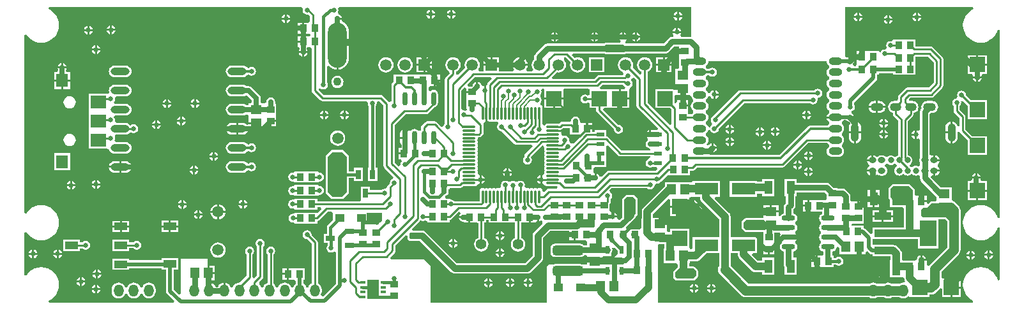
<source format=gtl>
G04*
G04 #@! TF.GenerationSoftware,Altium Limited,Altium Designer,18.1.7 (191)*
G04*
G04 Layer_Physical_Order=1*
G04 Layer_Color=255*
%FSLAX25Y25*%
%MOIN*%
G70*
G01*
G75*
%ADD15C,0.01000*%
%ADD19C,0.00800*%
%ADD61R,0.04921X0.03937*%
G04:AMPARAMS|DCode=62|XSize=51.18mil|YSize=157.48mil|CornerRadius=12.8mil|HoleSize=0mil|Usage=FLASHONLY|Rotation=90.000|XOffset=0mil|YOffset=0mil|HoleType=Round|Shape=RoundedRectangle|*
%AMROUNDEDRECTD62*
21,1,0.05118,0.13189,0,0,90.0*
21,1,0.02559,0.15748,0,0,90.0*
1,1,0.02559,0.06594,0.01280*
1,1,0.02559,0.06594,-0.01280*
1,1,0.02559,-0.06594,-0.01280*
1,1,0.02559,-0.06594,0.01280*
%
%ADD62ROUNDEDRECTD62*%
%ADD63R,0.12402X0.06299*%
%ADD64R,0.03858X0.03661*%
%ADD65R,0.04449X0.07087*%
%ADD66R,0.05787X0.04567*%
%ADD67O,0.07087X0.02756*%
%ADD68R,0.03661X0.03858*%
%ADD69R,0.04567X0.05787*%
%ADD70R,0.07874X0.07874*%
%ADD71O,0.02756X0.07087*%
%ADD72R,0.02756X0.04921*%
%ADD73R,0.04921X0.02756*%
%ADD74R,0.07874X0.07874*%
%ADD75R,0.03937X0.02362*%
%ADD76R,0.05906X0.09843*%
%ADD77R,0.02756X0.01575*%
%ADD78O,0.09843X0.03937*%
%ADD79O,0.07087X0.01102*%
%ADD80O,0.01102X0.07087*%
%ADD81R,0.06693X0.03937*%
%ADD82O,0.07087X0.03937*%
G04:AMPARAMS|DCode=83|XSize=98.43mil|YSize=236.22mil|CornerRadius=0mil|HoleSize=0mil|Usage=FLASHONLY|Rotation=0.000|XOffset=0mil|YOffset=0mil|HoleType=Round|Shape=Octagon|*
%AMOCTAGOND83*
4,1,8,-0.02461,0.11811,0.02461,0.11811,0.04921,0.09350,0.04921,-0.09350,0.02461,-0.11811,-0.02461,-0.11811,-0.04921,-0.09350,-0.04921,0.09350,-0.02461,0.11811,0.0*
%
%ADD83OCTAGOND83*%

%ADD84O,0.09843X0.23622*%
%ADD85R,0.07874X0.07087*%
%ADD86R,0.06299X0.07087*%
%ADD87R,0.02362X0.04331*%
%ADD88R,0.08661X0.03937*%
%ADD89R,0.08661X0.13780*%
%ADD90C,0.03000*%
%ADD91C,0.02500*%
%ADD92C,0.01500*%
%ADD93C,0.04000*%
%ADD94C,0.02000*%
%ADD95C,0.01200*%
%ADD96C,0.01100*%
%ADD97C,0.05000*%
%ADD98C,0.03500*%
%ADD99C,0.03150*%
%ADD100O,0.05906X0.04331*%
%ADD101O,0.06693X0.04331*%
%ADD102O,0.04331X0.09449*%
%ADD103O,0.03937X0.03150*%
%ADD104C,0.05906*%
%ADD105R,0.05906X0.05906*%
%ADD106C,0.05512*%
%ADD107C,0.04331*%
%ADD108O,0.05118X0.06299*%
%ADD109C,0.02600*%
G36*
X349810Y156000D02*
X349810Y140803D01*
X349500Y140549D01*
X344759D01*
X344565Y140814D01*
X344316Y141549D01*
X344686Y142103D01*
X344765Y142500D01*
X340274D01*
X340353Y142103D01*
X340723Y141549D01*
X340475Y140814D01*
X340280Y140549D01*
X340000D01*
X339024Y140355D01*
X338198Y139802D01*
X335444Y137049D01*
X316032D01*
X315631Y137469D01*
X315782Y138694D01*
X316003Y138842D01*
X316512Y139603D01*
X316591Y140000D01*
X312100D01*
X312178Y139603D01*
X312687Y138842D01*
X313169Y138520D01*
X312866Y137520D01*
X305500D01*
X305110Y137442D01*
X304779Y137221D01*
X304607Y137049D01*
X274995D01*
X274019Y136855D01*
X273192Y136302D01*
X268828Y131938D01*
X268275Y131111D01*
X268081Y130135D01*
Y128963D01*
X267811Y128756D01*
X267177Y127930D01*
X266779Y126969D01*
X266643Y125937D01*
X266779Y124905D01*
X267177Y123944D01*
X267456Y123580D01*
X266963Y122580D01*
X264297D01*
X263804Y123580D01*
X264083Y123944D01*
X264481Y124905D01*
X264551Y125437D01*
X260630D01*
X256709D01*
X256779Y124905D01*
X257177Y123944D01*
X257456Y123580D01*
X256963Y122580D01*
X249583D01*
Y125437D01*
X245630D01*
X241677D01*
Y122580D01*
X239297D01*
X238804Y123580D01*
X239083Y123944D01*
X239481Y124905D01*
X239617Y125937D01*
X239481Y126969D01*
X239083Y127930D01*
X238449Y128756D01*
X237623Y129390D01*
X236662Y129788D01*
X235630Y129924D01*
X234598Y129788D01*
X233636Y129390D01*
X232811Y128756D01*
X232177Y127930D01*
X231779Y126969D01*
X231643Y125937D01*
X231779Y124905D01*
X231950Y124492D01*
X228173Y120715D01*
X227608Y120882D01*
X227210Y121167D01*
Y122313D01*
X227623Y122484D01*
X228449Y123118D01*
X229083Y123944D01*
X229481Y124905D01*
X229617Y125937D01*
X229481Y126969D01*
X229083Y127930D01*
X228449Y128756D01*
X227623Y129390D01*
X226662Y129788D01*
X225630Y129924D01*
X224598Y129788D01*
X223637Y129390D01*
X222811Y128756D01*
X222177Y127930D01*
X221779Y126969D01*
X221643Y125937D01*
X221779Y124905D01*
X222177Y123944D01*
X222811Y123118D01*
X223637Y122484D01*
X223637Y122484D01*
X223784Y121389D01*
X221862Y119467D01*
X221520Y118955D01*
X221399Y118350D01*
Y95234D01*
X221322Y95182D01*
X220813Y94421D01*
X220700Y93853D01*
X219806Y93468D01*
X219680Y93460D01*
X217270Y95869D01*
X216757Y96212D01*
X216153Y96332D01*
X212248D01*
X211643Y96212D01*
X211130Y95869D01*
X209383Y94121D01*
X209040Y93609D01*
X208920Y93004D01*
Y91733D01*
X208786Y91644D01*
X208585Y91344D01*
X207415D01*
X207214Y91644D01*
X206428Y92169D01*
X205500Y92354D01*
X204572Y92169D01*
X203786Y91644D01*
X203585Y91344D01*
X202415D01*
X202214Y91644D01*
X201428Y92169D01*
X201000Y92254D01*
Y87764D01*
X200500D01*
Y87264D01*
X198075D01*
Y85598D01*
X198260Y84671D01*
X198786Y83884D01*
X198866Y82628D01*
X198711Y82435D01*
X197138D01*
Y80006D01*
X199969D01*
Y79006D01*
X197138D01*
Y76577D01*
X198688D01*
X198991Y75577D01*
X198842Y75477D01*
X198333Y74716D01*
X198155Y73819D01*
X198242Y73379D01*
X197321Y72887D01*
X195330Y74877D01*
Y94595D01*
X200880Y100145D01*
X211725D01*
X212330Y100265D01*
X212842Y100608D01*
X215976Y103741D01*
X216428Y103831D01*
X217214Y104357D01*
X217740Y105143D01*
X217924Y106071D01*
Y110402D01*
X217740Y111329D01*
X217214Y112116D01*
X216428Y112642D01*
X215500Y112826D01*
X214572Y112642D01*
X213786Y112116D01*
X212794Y112432D01*
Y113866D01*
X212811Y113949D01*
X212921Y114187D01*
X213632Y114787D01*
X213799Y114787D01*
X215531D01*
Y117717D01*
Y120646D01*
X213799D01*
X213201Y120646D01*
X212201Y120646D01*
X207138D01*
Y120646D01*
X206492D01*
Y120646D01*
X200831D01*
X200831Y120646D01*
X200429D01*
Y120646D01*
X199831Y120646D01*
X194768D01*
Y117121D01*
X193949Y116303D01*
X193607Y115790D01*
X193487Y115185D01*
Y107052D01*
X193115Y106746D01*
X192118Y106485D01*
X188985Y109617D01*
X188472Y109960D01*
X187868Y110080D01*
X158186D01*
X155438Y112829D01*
X155504Y113188D01*
X155762Y113356D01*
X156591Y113568D01*
X157103Y113225D01*
X158000Y113047D01*
X158897Y113225D01*
X159658Y113734D01*
X160167Y114495D01*
X160345Y115392D01*
X160167Y116289D01*
X159784Y116862D01*
Y125208D01*
X160784Y125566D01*
X161147Y125124D01*
X162049Y124383D01*
X163077Y123834D01*
X164194Y123495D01*
X164854Y123430D01*
Y136221D01*
X165354D01*
Y136721D01*
X171304D01*
Y143110D01*
X171190Y144271D01*
X170851Y145387D01*
X170301Y146416D01*
X169562Y147318D01*
X168660Y148057D01*
X168192Y148307D01*
X167521Y149103D01*
X167600Y149500D01*
X165354D01*
Y150500D01*
X167600D01*
X167521Y150897D01*
X167013Y151658D01*
X166252Y152167D01*
X165912Y152234D01*
X165471Y153310D01*
X165667Y153603D01*
X165845Y154500D01*
X165746Y155000D01*
X166375Y156000D01*
X349810D01*
D02*
G37*
G36*
X146625D02*
X147254Y155000D01*
X147155Y154500D01*
X147333Y153603D01*
X147842Y152842D01*
X148603Y152333D01*
X149500Y152155D01*
X150009Y152256D01*
X150920Y151345D01*
Y148672D01*
X150299Y147929D01*
X149701Y147929D01*
X147968D01*
Y145000D01*
Y142071D01*
X149701D01*
X150299Y142071D01*
X150971D01*
X151298Y141500D01*
X150971Y140929D01*
X149701Y140929D01*
X147968D01*
Y138000D01*
X147468D01*
Y137500D01*
X144638D01*
Y135071D01*
X145376D01*
X145651Y134493D01*
X145752Y134071D01*
X145302Y133397D01*
X145223Y133000D01*
X149714D01*
X149635Y133397D01*
X149185Y134071D01*
X149286Y134493D01*
X149561Y135071D01*
X150299Y135071D01*
X151244Y135071D01*
X151951Y134364D01*
Y112500D01*
X152071Y111895D01*
X152414Y111382D01*
X156414Y107383D01*
X156927Y107040D01*
X157531Y106920D01*
X180487D01*
X181213Y105920D01*
X181155Y105626D01*
X181333Y104729D01*
X181716Y104157D01*
Y72014D01*
X181362D01*
Y65092D01*
X186118D01*
Y72014D01*
X185284D01*
Y104157D01*
X185667Y104729D01*
X185845Y105626D01*
X185798Y105861D01*
X186402Y106661D01*
X187415Y106718D01*
X189420Y104713D01*
Y73067D01*
X189540Y72462D01*
X189883Y71949D01*
X194556Y67276D01*
X194227Y66191D01*
X194103Y66167D01*
X193342Y65658D01*
X192833Y64897D01*
X192655Y64000D01*
X192673Y63908D01*
X191785Y63020D01*
X191442Y62507D01*
X191322Y61902D01*
Y61704D01*
X190322Y60992D01*
X190000Y61056D01*
X189103Y60877D01*
X188342Y60369D01*
X188290Y60291D01*
X182378D01*
Y62171D01*
X177622D01*
Y55250D01*
X176899Y54580D01*
X154862D01*
Y55929D01*
X149799D01*
X149201Y55929D01*
X148201Y55929D01*
X143138D01*
Y55929D01*
X142138Y55318D01*
X142000Y55345D01*
X141103Y55167D01*
X140342Y54658D01*
X139833Y53897D01*
X139798Y53721D01*
X139721Y53605D01*
X139600Y53000D01*
X139721Y52395D01*
X139798Y52279D01*
X139833Y52103D01*
X140342Y51342D01*
X141103Y50833D01*
X142000Y50655D01*
X142138Y50682D01*
X143138Y50071D01*
Y50071D01*
X148201D01*
X148799Y50071D01*
X149799Y50071D01*
X154862D01*
Y51420D01*
X156719D01*
X157102Y50496D01*
X155652Y49046D01*
X154862Y48565D01*
Y48565D01*
X154862Y48565D01*
X149799D01*
X149201Y48565D01*
X148201Y48565D01*
X143138D01*
Y48565D01*
X142214Y47981D01*
X141317Y47802D01*
X140556Y47294D01*
X140048Y46533D01*
X139869Y45636D01*
X140048Y44738D01*
X140556Y43977D01*
X141317Y43469D01*
X142214Y43291D01*
X143138Y42707D01*
Y42707D01*
X148201D01*
X148799Y42707D01*
X149799Y42707D01*
X154862D01*
Y44132D01*
X155082Y44176D01*
X155594Y44518D01*
X160124Y49047D01*
X162215D01*
X163031Y48605D01*
Y44699D01*
X160423Y42091D01*
X160037Y41512D01*
X159901Y40829D01*
Y37514D01*
X158224D01*
Y32758D01*
X160216D01*
Y31470D01*
X159833Y30897D01*
X159655Y30000D01*
X159833Y29103D01*
X160342Y28342D01*
X161103Y27833D01*
X162000Y27655D01*
X162897Y27833D01*
X163453Y28205D01*
X164182Y27959D01*
X164453Y27762D01*
Y13000D01*
Y11156D01*
X158034Y4736D01*
X157358Y4815D01*
X157232Y4936D01*
X156774Y5783D01*
X157011Y6354D01*
X157133Y7283D01*
Y8465D01*
X157011Y9394D01*
X156652Y10259D01*
X156082Y11003D01*
X155338Y11573D01*
X155124Y11662D01*
Y32957D01*
X155003Y33562D01*
X154661Y34074D01*
X151827Y36908D01*
X151845Y37000D01*
X151667Y37897D01*
X151158Y38658D01*
X150397Y39167D01*
X149500Y39345D01*
X148603Y39167D01*
X147842Y38658D01*
X147333Y37897D01*
X147155Y37000D01*
X147333Y36103D01*
X147842Y35342D01*
X148603Y34833D01*
X149500Y34655D01*
X149592Y34673D01*
X151963Y32302D01*
Y11662D01*
X151748Y11573D01*
X151005Y11003D01*
X150435Y10259D01*
X150129Y9521D01*
X149617Y9394D01*
X149595D01*
X149084Y9521D01*
X148778Y10259D01*
X148208Y11003D01*
X147708Y11386D01*
Y13571D01*
X148362D01*
Y19429D01*
X143299D01*
X142701Y19429D01*
X141701Y19429D01*
X139969D01*
Y16500D01*
Y13571D01*
X141701D01*
X142299Y13571D01*
X142923D01*
X143630Y12864D01*
Y11386D01*
X143131Y11003D01*
X142561Y10259D01*
X142255Y9521D01*
X141743Y9394D01*
X141721D01*
X141210Y9521D01*
X140904Y10259D01*
X140334Y11003D01*
X139590Y11573D01*
X138724Y11932D01*
X137795Y12054D01*
X136866Y11932D01*
X136000Y11573D01*
X135257Y11003D01*
X134687Y10259D01*
X134381Y9521D01*
X133869Y9394D01*
X133847D01*
X133336Y9521D01*
X133030Y10259D01*
X132460Y11003D01*
X132080Y11294D01*
Y26790D01*
X132158Y26842D01*
X132667Y27603D01*
X132845Y28500D01*
X132667Y29397D01*
X132158Y30158D01*
X131397Y30667D01*
X130500Y30845D01*
X129603Y30667D01*
X128842Y30158D01*
X128333Y29397D01*
X128155Y28500D01*
X128333Y27603D01*
X128842Y26842D01*
X128920Y26790D01*
Y11902D01*
X128126Y11573D01*
X127383Y11003D01*
X126812Y10259D01*
X126507Y9521D01*
X125995Y9394D01*
X125973D01*
X125462Y9521D01*
X125156Y10259D01*
X124586Y11003D01*
X124536Y12301D01*
X126118Y13882D01*
X126460Y14395D01*
X126580Y15000D01*
Y30790D01*
X126658Y30842D01*
X127167Y31603D01*
X127345Y32500D01*
X127167Y33397D01*
X126658Y34158D01*
X125897Y34667D01*
X125000Y34845D01*
X124103Y34667D01*
X123342Y34158D01*
X122833Y33397D01*
X122655Y32500D01*
X122833Y31603D01*
X123342Y30842D01*
X123420Y30790D01*
Y15655D01*
X121961Y14196D01*
X121040Y14689D01*
X121080Y14894D01*
Y26790D01*
X121158Y26842D01*
X121667Y27603D01*
X121845Y28500D01*
X121667Y29397D01*
X121158Y30158D01*
X120397Y30667D01*
X119500Y30845D01*
X118603Y30667D01*
X117842Y30158D01*
X117333Y29397D01*
X117155Y28500D01*
X117333Y27603D01*
X117842Y26842D01*
X117920Y26790D01*
Y15548D01*
X114396Y12025D01*
X114173Y12054D01*
X113244Y11932D01*
X112378Y11573D01*
X111635Y11003D01*
X111064Y10259D01*
X110758Y9521D01*
X110247Y9394D01*
X110225D01*
X109714Y9521D01*
X109408Y10259D01*
X108838Y11003D01*
X108094Y11573D01*
X107228Y11932D01*
X106799Y11988D01*
Y7874D01*
X105799D01*
Y11988D01*
X105370Y11932D01*
X104504Y11573D01*
X103761Y11003D01*
X103190Y10259D01*
X102884Y9521D01*
X102373Y9394D01*
X102351D01*
X101840Y9521D01*
X101534Y10259D01*
X100963Y11003D01*
X100220Y11573D01*
X99354Y11932D01*
X99174Y11956D01*
X98511Y13034D01*
X98539Y13106D01*
X101287D01*
Y16500D01*
X98004D01*
Y17000D01*
X97504D01*
Y20894D01*
X97496D01*
Y24500D01*
X83704D01*
X83500Y24704D01*
Y6190D01*
X82576Y5808D01*
X79937Y8447D01*
Y18767D01*
X82244D01*
Y24704D01*
X73551D01*
Y23660D01*
X56653D01*
Y24589D01*
X47961D01*
Y18652D01*
X56653D01*
Y19582D01*
X73551D01*
Y18767D01*
X75858D01*
Y7602D01*
X76014Y6822D01*
X76456Y6160D01*
X80192Y2424D01*
X79810Y1500D01*
X14960D01*
X14710Y2500D01*
X15948Y3162D01*
X17345Y4308D01*
X18492Y5705D01*
X19343Y7299D01*
X19868Y9028D01*
X20045Y10827D01*
X19868Y12625D01*
X19343Y14355D01*
X18492Y15948D01*
X17345Y17345D01*
X15948Y18492D01*
X14355Y19343D01*
X12625Y19868D01*
X10827Y20045D01*
X9028Y19868D01*
X7299Y19343D01*
X5705Y18492D01*
X4308Y17345D01*
X3162Y15948D01*
X3000Y15645D01*
X2000Y15896D01*
Y38238D01*
X3000Y38489D01*
X3162Y38186D01*
X4308Y36789D01*
X5705Y35642D01*
X7299Y34790D01*
X9028Y34266D01*
X10827Y34089D01*
X12625Y34266D01*
X14355Y34790D01*
X15948Y35642D01*
X17345Y36789D01*
X18492Y38186D01*
X19343Y39779D01*
X19868Y41509D01*
X20045Y43307D01*
X19868Y45105D01*
X19343Y46835D01*
X18492Y48429D01*
X17345Y49826D01*
X15948Y50972D01*
X14355Y51824D01*
X12625Y52348D01*
X10827Y52526D01*
X9028Y52348D01*
X7299Y51824D01*
X5705Y50972D01*
X4308Y49826D01*
X3162Y48429D01*
X3000Y48126D01*
X2000Y48376D01*
X2000Y141585D01*
X3000Y141835D01*
X3162Y141532D01*
X4308Y140135D01*
X5705Y138989D01*
X7299Y138137D01*
X9028Y137612D01*
X10827Y137435D01*
X12625Y137612D01*
X14355Y138137D01*
X15948Y138989D01*
X17345Y140135D01*
X18492Y141532D01*
X19343Y143126D01*
X19868Y144855D01*
X20045Y146653D01*
X19868Y148452D01*
X19343Y150181D01*
X18492Y151775D01*
X17345Y153172D01*
X15948Y154318D01*
X14673Y155000D01*
X14923Y156000D01*
X146625Y156000D01*
D02*
G37*
G36*
X315630Y135370D02*
Y133130D01*
X315000Y132500D01*
X305667D01*
X305000Y133167D01*
Y136000D01*
X305500Y136500D01*
X314500D01*
X315630Y135370D01*
D02*
G37*
G36*
X343571Y133667D02*
X346500D01*
Y132667D01*
X343571D01*
Y130336D01*
X343571Y130336D01*
Y129935D01*
X343571D01*
X343571Y129336D01*
Y124273D01*
X342772Y123787D01*
X341606D01*
Y117780D01*
X341606Y117220D01*
X341606Y116220D01*
Y114025D01*
X341248Y113173D01*
X340606Y113173D01*
X331374D01*
Y103299D01*
X339013D01*
X339693Y102619D01*
Y94848D01*
X338769Y94466D01*
X327210Y106025D01*
Y122313D01*
X327623Y122484D01*
X328449Y123118D01*
X329083Y123944D01*
X329481Y124905D01*
X329617Y125937D01*
X329481Y126969D01*
X329083Y127930D01*
X328449Y128756D01*
X327623Y129390D01*
X326662Y129788D01*
X325630Y129924D01*
X324598Y129788D01*
X323637Y129390D01*
X322811Y128756D01*
X322177Y127930D01*
X321779Y126969D01*
X321643Y125937D01*
X321779Y124905D01*
X322177Y123944D01*
X322811Y123118D01*
X323637Y122484D01*
X324049Y122313D01*
Y121059D01*
X323126Y120676D01*
X319310Y124492D01*
X319481Y124905D01*
X319617Y125937D01*
X319481Y126969D01*
X319083Y127930D01*
X318449Y128756D01*
X317623Y129390D01*
X316662Y129788D01*
X315630Y129924D01*
X314598Y129788D01*
X313636Y129390D01*
X312811Y128756D01*
X312177Y127930D01*
X311779Y126969D01*
X311643Y125937D01*
X311779Y124905D01*
X312177Y123944D01*
X312811Y123118D01*
X313636Y122484D01*
X314340Y122193D01*
X314684Y121218D01*
X314169Y120498D01*
X301902D01*
X301316Y120381D01*
X300820Y120050D01*
X299300Y118529D01*
X277753D01*
X277370Y119453D01*
X279956Y122039D01*
X280630Y121950D01*
X281662Y122086D01*
X282623Y122484D01*
X283449Y123118D01*
X284083Y123944D01*
X284481Y124905D01*
X284617Y125937D01*
X284481Y126969D01*
X284083Y127930D01*
X283449Y128756D01*
X283444Y128760D01*
X283764Y129735D01*
X284508Y129824D01*
X286950Y127382D01*
X286779Y126969D01*
X286643Y125937D01*
X286779Y124905D01*
X287177Y123944D01*
X287811Y123118D01*
X288636Y122484D01*
X289598Y122086D01*
X290630Y121950D01*
X291662Y122086D01*
X292623Y122484D01*
X293449Y123118D01*
X294083Y123944D01*
X294481Y124905D01*
X294617Y125937D01*
X294481Y126969D01*
X294083Y127930D01*
X293449Y128756D01*
X292623Y129390D01*
X291662Y129788D01*
X290630Y129924D01*
X289598Y129788D01*
X289185Y129617D01*
X287775Y131027D01*
X288158Y131951D01*
X304774D01*
X304946Y131779D01*
X305277Y131558D01*
X305667Y131480D01*
X315000D01*
X315390Y131558D01*
X315721Y131779D01*
X315893Y131951D01*
X336500D01*
X337475Y132145D01*
X338302Y132698D01*
X341056Y135451D01*
X343571D01*
Y133667D01*
D02*
G37*
G36*
X476471Y127138D02*
Y116633D01*
X473867Y114029D01*
X462776D01*
X462190Y113913D01*
X461694Y113581D01*
X458336Y110223D01*
X458004Y109727D01*
X457888Y109142D01*
Y107978D01*
X457480Y107051D01*
X455905D01*
X455079Y106942D01*
X454309Y106623D01*
X453648Y106116D01*
X453141Y105455D01*
X452822Y104685D01*
X452713Y103858D01*
X452822Y103032D01*
X453141Y102262D01*
X453648Y101601D01*
X454309Y101093D01*
X455079Y100774D01*
X455163Y100763D01*
Y100197D01*
X455280Y99612D01*
X455612Y99115D01*
X457971Y96756D01*
Y78516D01*
X457792Y78493D01*
X457166Y78233D01*
X456628Y77821D01*
X455970D01*
X455432Y78233D01*
X454806Y78493D01*
X454134Y78581D01*
X453462Y78493D01*
X452835Y78233D01*
X452297Y77821D01*
X451640D01*
X451102Y78233D01*
X450475Y78493D01*
X449803Y78581D01*
X449016D01*
X448344Y78493D01*
X447717Y78233D01*
X447179Y77821D01*
X446718D01*
X446180Y78233D01*
X445554Y78493D01*
X444988Y78567D01*
Y75984D01*
X444488D01*
Y75484D01*
X441563D01*
X441586Y75312D01*
X441845Y74686D01*
X442258Y74148D01*
X442738Y73780D01*
X442796Y73360D01*
Y73096D01*
X442738Y72677D01*
X442258Y72309D01*
X441845Y71771D01*
X441586Y71145D01*
X441563Y70972D01*
X444488D01*
Y70472D01*
X444988D01*
Y67889D01*
X445554Y67964D01*
X446180Y68223D01*
X446215Y68250D01*
X446949Y68544D01*
X447683Y68250D01*
X447717Y68223D01*
X448344Y67964D01*
X449016Y67875D01*
X449803D01*
X450475Y67964D01*
X451102Y68223D01*
X451640Y68636D01*
X452052Y69174D01*
X452312Y69800D01*
X452400Y70472D01*
X452312Y71145D01*
X452052Y71771D01*
X451640Y72309D01*
X451160Y72677D01*
X451102Y73096D01*
Y73360D01*
X451160Y73780D01*
X451640Y74148D01*
X452297D01*
X452835Y73735D01*
X453462Y73476D01*
X454134Y73387D01*
X454806Y73476D01*
X455432Y73735D01*
X455970Y74148D01*
X456628D01*
X457108Y73780D01*
X457166Y73360D01*
Y73096D01*
X457108Y72677D01*
X456628Y72309D01*
X456215Y71771D01*
X455956Y71145D01*
X455868Y70472D01*
X455956Y69800D01*
X456215Y69174D01*
X456628Y68636D01*
X457166Y68223D01*
X457792Y67964D01*
X458465Y67875D01*
X459137Y67964D01*
X459763Y68223D01*
X460301Y68636D01*
X460959D01*
X461497Y68223D01*
X462123Y67964D01*
X462795Y67875D01*
X463467Y67964D01*
X464094Y68223D01*
X464632Y68636D01*
X465290D01*
X465828Y68223D01*
X466454Y67964D01*
X467126Y67875D01*
X467798Y67964D01*
X468301Y68172D01*
X468759Y67999D01*
X469301Y67636D01*
Y66650D01*
X469495Y65674D01*
X470048Y64847D01*
X478106Y56789D01*
X478106Y55221D01*
X477669Y54401D01*
X475382D01*
X474992Y54324D01*
X474661Y54103D01*
X473703Y53145D01*
X472780Y53528D01*
Y54000D01*
X469949D01*
Y54500D01*
X469449D01*
Y57429D01*
X467118D01*
X466545Y58192D01*
Y60500D01*
X466468Y60890D01*
X466247Y61221D01*
X466247Y61221D01*
X464247Y63221D01*
X463916Y63442D01*
X463526Y63520D01*
X455474Y63520D01*
X455084Y63442D01*
X454753Y63221D01*
X453305Y61772D01*
X453084Y61441D01*
X453006Y61051D01*
Y56500D01*
X453084Y56110D01*
X453305Y55779D01*
X453576Y55508D01*
X453577Y55495D01*
X453709Y55178D01*
Y51302D01*
X460157D01*
X460860Y50593D01*
Y40758D01*
X449882D01*
X449446Y40701D01*
X444551D01*
Y37747D01*
X443551Y37333D01*
X440710Y40174D01*
X440048Y40616D01*
X439862Y40653D01*
Y41661D01*
X434799D01*
X433864Y41661D01*
X433599Y41994D01*
X433962Y42870D01*
X434230D01*
Y42870D01*
X440088D01*
Y47933D01*
X440088Y48531D01*
X440088Y49531D01*
Y51263D01*
X437159D01*
Y51763D01*
X436659D01*
Y54594D01*
X434429D01*
X434230Y54594D01*
X433429D01*
X433049Y54974D01*
Y57000D01*
X432855Y57976D01*
X432302Y58802D01*
X430639Y60466D01*
X429812Y61018D01*
X428837Y61212D01*
X426429D01*
Y61494D01*
X424274D01*
X422334Y63434D01*
X421507Y63987D01*
X420532Y64181D01*
X405091D01*
Y66175D01*
X398642D01*
Y57089D01*
X399317D01*
Y53554D01*
X398961Y53198D01*
X398409Y52371D01*
X398215Y51395D01*
Y47980D01*
X397671Y47872D01*
X396884Y47346D01*
X396445Y46689D01*
X395938Y46696D01*
X395445Y46855D01*
Y48636D01*
X391551D01*
X387657D01*
Y46842D01*
X387657Y45852D01*
X386662Y45842D01*
X378600D01*
X378210Y45765D01*
X377879Y45544D01*
X376425Y44089D01*
X376204Y43758D01*
X376126Y43368D01*
Y40854D01*
X376204Y40464D01*
X376425Y40133D01*
X377779Y38779D01*
X378110Y38558D01*
X378500Y38480D01*
X387571D01*
Y33431D01*
X387571Y32833D01*
X387571Y31833D01*
Y30100D01*
X390500D01*
X393429D01*
Y31833D01*
X393429Y32431D01*
X393429Y33431D01*
Y38083D01*
X396265D01*
X396373Y37955D01*
X396708Y37083D01*
X396358Y36560D01*
X396273Y36132D01*
X400764D01*
X405254D01*
X405169Y36560D01*
X404643Y37346D01*
X404344Y37547D01*
Y38717D01*
X404643Y38917D01*
X405169Y39704D01*
X405354Y40632D01*
X405169Y41560D01*
X404643Y42346D01*
X404344Y42547D01*
Y43717D01*
X404643Y43917D01*
X405169Y44704D01*
X405354Y45632D01*
X405169Y46560D01*
X404643Y47346D01*
X403857Y47872D01*
X403313Y47980D01*
Y50340D01*
X403668Y50696D01*
X404221Y51522D01*
X404415Y52498D01*
Y57089D01*
X405091D01*
Y59083D01*
X419476D01*
X420571Y57988D01*
X420571Y55833D01*
X420501Y55395D01*
X419862Y55061D01*
X414799D01*
X414201Y55061D01*
X413201Y55061D01*
X411469D01*
Y52132D01*
Y49203D01*
X413201D01*
X413799Y49203D01*
X414799Y49203D01*
X418206D01*
Y47884D01*
X418143Y47872D01*
X417356Y47346D01*
X416831Y46560D01*
X416646Y45632D01*
X416831Y44704D01*
X417356Y43917D01*
X417656Y43717D01*
Y42547D01*
X417356Y42346D01*
X416831Y41560D01*
X416646Y40632D01*
X416831Y39704D01*
X417356Y38917D01*
X417656Y38717D01*
Y37547D01*
X417356Y37346D01*
X416831Y36560D01*
X416646Y35632D01*
X416831Y34704D01*
X417356Y33917D01*
X417656Y33717D01*
Y32547D01*
X417356Y32346D01*
X416831Y31560D01*
X416646Y30632D01*
X416831Y29704D01*
X417356Y28917D01*
X418143Y28392D01*
X418942Y28233D01*
Y26795D01*
X418299Y26061D01*
X417701Y26061D01*
X415969D01*
Y23132D01*
Y20203D01*
X417701D01*
X418299Y20203D01*
X419299Y20203D01*
X424362D01*
Y21348D01*
X425530D01*
X426103Y20965D01*
X427000Y20787D01*
X427897Y20965D01*
X428658Y21474D01*
X429167Y22234D01*
X429345Y23132D01*
X429167Y24029D01*
X428658Y24790D01*
X427897Y25298D01*
X427000Y25477D01*
X426103Y25298D01*
X425530Y24916D01*
X424362D01*
Y26061D01*
X423530D01*
Y28233D01*
X424329Y28392D01*
X425116Y28917D01*
X425642Y29704D01*
X425756Y30278D01*
X426719Y30683D01*
X427308Y30213D01*
Y26827D01*
X433316D01*
X433875Y26827D01*
X434875Y26827D01*
X437099D01*
Y30720D01*
X438099D01*
Y26827D01*
X440883D01*
Y27920D01*
X441883Y28334D01*
X442981Y27235D01*
X443643Y26793D01*
X444423Y26638D01*
X444551D01*
Y25708D01*
X449446D01*
X449882Y25651D01*
X453907D01*
Y23793D01*
X453709D01*
Y14707D01*
X460157D01*
Y14707D01*
X461026Y14390D01*
X461113Y13733D01*
X461415Y13003D01*
X461452Y12955D01*
X460911Y12017D01*
X460630Y12054D01*
X459701Y11932D01*
X458835Y11573D01*
X458615Y11404D01*
X454771D01*
X454551Y11573D01*
X453685Y11932D01*
X452756Y12054D01*
X451827Y11932D01*
X450961Y11573D01*
X450741Y11404D01*
X446897D01*
X446677Y11573D01*
X445811Y11932D01*
X444882Y12054D01*
X443953Y11932D01*
X443087Y11573D01*
X442867Y11404D01*
X379838D01*
X370526Y20717D01*
Y27429D01*
X374120D01*
Y26854D01*
X374223Y26071D01*
X374525Y25341D01*
X375006Y24715D01*
X381360Y18360D01*
X381987Y17879D01*
X382717Y17577D01*
X383500Y17474D01*
X386910D01*
Y15957D01*
X393358D01*
Y25043D01*
X386910D01*
Y23526D01*
X384753D01*
X381774Y26505D01*
X382157Y27429D01*
X384347D01*
Y35728D01*
X370526D01*
Y46464D01*
X370526Y46465D01*
X370423Y47248D01*
X370121Y47978D01*
X369640Y48604D01*
X369640Y48604D01*
X362317Y55927D01*
X362700Y56850D01*
X365055D01*
Y65150D01*
X350654D01*
Y64849D01*
X349787Y64526D01*
Y64526D01*
X343779D01*
X343220Y64526D01*
X342220Y64526D01*
X336213D01*
Y62492D01*
X324825Y51104D01*
X324344Y50477D01*
X324042Y49748D01*
X323939Y48965D01*
Y40690D01*
X323362Y39929D01*
X322939Y39929D01*
X317701D01*
Y39929D01*
X317299D01*
Y39929D01*
X316284D01*
X315870Y40929D01*
X320302Y45362D01*
X320855Y46189D01*
X320911Y46469D01*
X321721Y47279D01*
X321942Y47610D01*
X322020Y48000D01*
Y55571D01*
X321942Y55961D01*
X321721Y56292D01*
X320371Y57642D01*
X320040Y57863D01*
X319650Y57941D01*
X316551D01*
X316161Y57863D01*
X315830Y57642D01*
X315830Y57642D01*
X314279Y56091D01*
X314279Y56091D01*
X314058Y55760D01*
X313980Y55370D01*
X313980Y48065D01*
Y46249D01*
X312569Y44838D01*
X311850Y44916D01*
X311782Y44984D01*
X311221Y45855D01*
X311249Y46000D01*
X309004D01*
Y46500D01*
X308504D01*
Y48746D01*
X308429Y48731D01*
X307429Y49299D01*
Y49701D01*
X307429D01*
Y53226D01*
X307458Y53255D01*
X307801Y53767D01*
X307921Y54372D01*
Y55680D01*
X307999Y55732D01*
X308507Y56492D01*
X308686Y57390D01*
X308507Y58287D01*
X307999Y59048D01*
X307639Y59288D01*
X307402Y60466D01*
X308309Y61372D01*
X326821D01*
X326842Y61342D01*
X327603Y60834D01*
X328500Y60655D01*
X329397Y60834D01*
X330158Y61342D01*
X330667Y62103D01*
X330834Y62945D01*
X330853Y63006D01*
X331723Y63710D01*
X332000Y63655D01*
X332897Y63833D01*
X333658Y64342D01*
X333941Y64764D01*
X334118Y64882D01*
X336838Y67603D01*
X337638Y68071D01*
Y68071D01*
X337638Y68071D01*
X343299D01*
Y68071D01*
X343701D01*
Y68071D01*
X349362D01*
Y70420D01*
X350500D01*
X351105Y70540D01*
X351618Y70882D01*
X352974Y72238D01*
X397532D01*
X398136Y72359D01*
X398649Y72701D01*
X410981Y85034D01*
X421093D01*
X421505Y84497D01*
X421818Y84257D01*
X421896Y84013D01*
Y83309D01*
X421818Y83066D01*
X421505Y82826D01*
X421029Y82206D01*
X420730Y81484D01*
X420628Y80709D01*
X420730Y79934D01*
X421029Y79212D01*
X421505Y78592D01*
X422125Y78116D01*
X422847Y77817D01*
X423622Y77715D01*
X426772D01*
X427547Y77817D01*
X428269Y78116D01*
X428889Y78592D01*
X429365Y79212D01*
X429664Y79934D01*
X429766Y80709D01*
X429664Y81484D01*
X429365Y82206D01*
X428889Y82826D01*
X428576Y83066D01*
X428498Y83309D01*
Y84013D01*
X428576Y84257D01*
X428889Y84497D01*
X429365Y85117D01*
X429664Y85839D01*
X429766Y86614D01*
X429664Y87389D01*
X429365Y88111D01*
X428889Y88731D01*
X428576Y88972D01*
X428498Y89215D01*
Y89919D01*
X428576Y90162D01*
X428889Y90403D01*
X429365Y91023D01*
X429664Y91745D01*
X429766Y92520D01*
X429664Y93295D01*
X429365Y94017D01*
X428889Y94637D01*
X428576Y94877D01*
X428498Y95120D01*
Y95824D01*
X428576Y96068D01*
X428889Y96308D01*
X429365Y96928D01*
X429473Y97191D01*
X430576Y97240D01*
X430842Y96842D01*
X431603Y96333D01*
X432500Y96155D01*
X432579Y96171D01*
X432964Y95653D01*
X433087Y95252D01*
X432668Y94707D01*
X432349Y93937D01*
X432240Y93110D01*
Y91051D01*
X434933D01*
Y96237D01*
X434912Y96234D01*
X434358Y97064D01*
X434343Y97118D01*
X434667Y97603D01*
X434746Y98000D01*
X432500D01*
Y99000D01*
X434746D01*
X434667Y99397D01*
X434158Y100158D01*
X433524Y100582D01*
X433501Y101092D01*
X433629Y101623D01*
X433897Y101676D01*
X434658Y102184D01*
X435167Y102945D01*
X435345Y103842D01*
X435167Y104740D01*
X435039Y104931D01*
Y106155D01*
X446505Y117621D01*
X446947Y118283D01*
X447102Y119063D01*
Y120643D01*
X447894D01*
Y121533D01*
X455332D01*
Y120643D01*
X460395D01*
X460993Y120643D01*
X461994Y120643D01*
X467057D01*
Y126501D01*
X467057D01*
Y126643D01*
X467057D01*
Y130115D01*
X473494D01*
X476471Y127138D01*
D02*
G37*
G36*
X420730Y127178D02*
X421029Y126456D01*
X421505Y125836D01*
X421818Y125595D01*
X421896Y125352D01*
Y124648D01*
X421818Y124405D01*
X421505Y124164D01*
X421029Y123544D01*
X420730Y122822D01*
X420628Y122047D01*
X420730Y121272D01*
X421029Y120550D01*
X421505Y119930D01*
X421818Y119690D01*
X421896Y119447D01*
Y118743D01*
X421818Y118499D01*
X421505Y118259D01*
X421029Y117639D01*
X420730Y116917D01*
X420628Y116142D01*
X420730Y115367D01*
X421029Y114645D01*
X421505Y114025D01*
X421818Y113784D01*
X421896Y113541D01*
Y112837D01*
X421818Y112594D01*
X421505Y112353D01*
X421029Y111733D01*
X420730Y111011D01*
X420628Y110236D01*
X420730Y109461D01*
X421029Y108739D01*
X421505Y108119D01*
X421818Y107879D01*
X421896Y107635D01*
Y106931D01*
X421818Y106688D01*
X421505Y106448D01*
X421029Y105828D01*
X420730Y105106D01*
X420628Y104331D01*
X420730Y103556D01*
X421029Y102834D01*
X421505Y102214D01*
X421818Y101973D01*
X421896Y101730D01*
Y101026D01*
X421818Y100783D01*
X421505Y100542D01*
X421029Y99922D01*
X420730Y99200D01*
X420694Y98925D01*
X425197D01*
Y97925D01*
X420694D01*
X420730Y97650D01*
X421029Y96928D01*
X421505Y96308D01*
X421818Y96068D01*
X421896Y95824D01*
Y95120D01*
X421818Y94877D01*
X421505Y94637D01*
X421132Y94151D01*
X412295D01*
X411671Y94027D01*
X411142Y93673D01*
X396100Y78631D01*
X359814D01*
X359154Y79602D01*
X359222Y79803D01*
X360103Y80334D01*
X360500Y80254D01*
Y82500D01*
Y84746D01*
X360103Y84667D01*
X359342Y84158D01*
X359241Y84008D01*
X358227Y83807D01*
X358023Y84497D01*
X358499Y85117D01*
X358798Y85839D01*
X358900Y86614D01*
X358798Y87389D01*
X358499Y88111D01*
X358023Y88731D01*
X357710Y88972D01*
X357631Y89215D01*
Y89919D01*
X357710Y90162D01*
X358023Y90403D01*
X358499Y91023D01*
X358798Y91745D01*
X359806Y91742D01*
X359833Y91603D01*
X360342Y90842D01*
X361103Y90333D01*
X362000Y90155D01*
X362897Y90333D01*
X363658Y90842D01*
X364167Y91603D01*
X364345Y92500D01*
X364327Y92592D01*
X377655Y105920D01*
X411790D01*
X411842Y105842D01*
X412603Y105333D01*
X413500Y105155D01*
X414397Y105333D01*
X415158Y105842D01*
X415667Y106603D01*
X415845Y107500D01*
X415810Y107675D01*
X415975Y108527D01*
X416536Y108762D01*
X416897Y108833D01*
X417658Y109342D01*
X418167Y110103D01*
X418345Y111000D01*
X418167Y111897D01*
X417658Y112658D01*
X416897Y113167D01*
X416000Y113345D01*
X415103Y113167D01*
X414342Y112658D01*
X414290Y112580D01*
X375500D01*
X374895Y112460D01*
X374382Y112118D01*
X361383Y99117D01*
X361264Y98940D01*
X360842Y98658D01*
X360333Y97897D01*
X360155Y97000D01*
X360333Y96103D01*
X360721Y95523D01*
X360827Y95285D01*
X360578Y94316D01*
X360342Y94158D01*
X359833Y93397D01*
X359809Y93274D01*
X358798Y93295D01*
X358499Y94017D01*
X358023Y94637D01*
X357710Y94877D01*
X357631Y95120D01*
Y95824D01*
X357710Y96068D01*
X358023Y96308D01*
X358499Y96928D01*
X358798Y97650D01*
X358900Y98425D01*
X358798Y99200D01*
X358499Y99922D01*
X358023Y100542D01*
X357710Y100783D01*
X357631Y101026D01*
Y101730D01*
X357710Y101973D01*
X358023Y102214D01*
X358499Y102834D01*
X358798Y103556D01*
X358900Y104331D01*
X358798Y105106D01*
X358499Y105828D01*
X358023Y106448D01*
X357710Y106688D01*
X357631Y106931D01*
Y107635D01*
X357710Y107879D01*
X358023Y108119D01*
X358499Y108739D01*
X358798Y109461D01*
X358807Y109532D01*
X359820Y109566D01*
X359833Y109498D01*
X360342Y108737D01*
X361103Y108229D01*
X361500Y108150D01*
Y110395D01*
Y112641D01*
X361103Y112562D01*
X360342Y112053D01*
X359833Y111293D01*
X359833Y111289D01*
X358864Y111042D01*
X358771Y111076D01*
X358499Y111733D01*
X358023Y112353D01*
X357710Y112594D01*
X357631Y112837D01*
Y113541D01*
X357710Y113784D01*
X358023Y114025D01*
X358499Y114645D01*
X358798Y115367D01*
X358900Y116142D01*
X358798Y116917D01*
X358499Y117639D01*
X358023Y118259D01*
X357710Y118499D01*
X357631Y118743D01*
Y119447D01*
X357710Y119690D01*
X358023Y119930D01*
X358385Y120402D01*
X359342Y120389D01*
X360103Y119881D01*
X361000Y119702D01*
X361897Y119881D01*
X362658Y120389D01*
X363167Y121150D01*
X363345Y122047D01*
X363167Y122945D01*
X362658Y123705D01*
X361897Y124214D01*
X361000Y124392D01*
X360103Y124214D01*
X359342Y123705D01*
X358385Y123693D01*
X358023Y124164D01*
X357710Y124405D01*
X357631Y124648D01*
Y125352D01*
X357710Y125595D01*
X358023Y125836D01*
X358499Y126456D01*
X358798Y127178D01*
X358876Y127772D01*
X420652D01*
X420730Y127178D01*
D02*
G37*
G36*
X321420Y117912D02*
Y104500D01*
X321540Y103895D01*
X321883Y103383D01*
X332660Y92605D01*
X332277Y91681D01*
X329614D01*
X329614Y91681D01*
X329413Y91723D01*
X329397Y91733D01*
X329000Y91812D01*
Y89567D01*
X328500D01*
Y89067D01*
X326254D01*
X326333Y88670D01*
X326842Y87909D01*
X327320Y87589D01*
X327362Y87451D01*
Y86616D01*
X327320Y86478D01*
X326842Y86158D01*
X326333Y85397D01*
X326155Y84500D01*
X326333Y83603D01*
X326842Y82842D01*
X327603Y82333D01*
X328111Y82232D01*
X328769Y81411D01*
X328844Y81204D01*
X328790Y81029D01*
X313633D01*
X306581Y88081D01*
X306085Y88413D01*
X305630Y88503D01*
Y91681D01*
X299693D01*
Y90820D01*
X298362D01*
Y92020D01*
X295532D01*
Y92520D01*
X295031D01*
Y95449D01*
X292701D01*
X292701Y95449D01*
X292265Y95518D01*
X291810Y96449D01*
X291814Y96469D01*
X291635Y97366D01*
X291127Y98127D01*
X290366Y98635D01*
X289469Y98814D01*
X288571Y98635D01*
X287810Y98127D01*
X287302Y97366D01*
X287123Y96469D01*
X286181Y96080D01*
X282500D01*
X281895Y95960D01*
X281382Y95618D01*
X280849Y95084D01*
X280754D01*
X280748Y95086D01*
X274764D01*
X274159Y94965D01*
X273645Y94622D01*
X273303Y94109D01*
X273250Y94094D01*
X272250Y94686D01*
Y97592D01*
X272251Y97598D01*
Y103583D01*
X272130Y104188D01*
X271788Y104701D01*
X271519Y104880D01*
X271402Y105192D01*
X271295Y105780D01*
X271303Y106058D01*
X271667Y106603D01*
X271845Y107500D01*
X271667Y108397D01*
X271158Y109158D01*
Y110192D01*
X271667Y110953D01*
X271845Y111850D01*
X271722Y112471D01*
X272294Y113471D01*
X272466D01*
X273342Y113173D01*
X273342Y112471D01*
Y108736D01*
X278279D01*
X283217D01*
Y112471D01*
X283217Y113173D01*
X284093Y113471D01*
X296088D01*
X296965Y113173D01*
X296965Y112471D01*
Y110231D01*
X296661Y110015D01*
X295965Y109788D01*
X295397Y110167D01*
X294500Y110345D01*
X293603Y110167D01*
X292842Y109658D01*
X292333Y108897D01*
X292155Y108000D01*
X292333Y107103D01*
X292842Y106342D01*
X293603Y105833D01*
X294500Y105655D01*
X295397Y105833D01*
X295965Y106212D01*
X296661Y105985D01*
X296965Y105769D01*
Y103299D01*
X300321D01*
Y102268D01*
X300442Y101663D01*
X300784Y101150D01*
X309673Y92261D01*
X309655Y92169D01*
X309833Y91272D01*
X310342Y90511D01*
X311103Y90003D01*
X312000Y89824D01*
X312897Y90003D01*
X313658Y90511D01*
X314167Y91272D01*
X314345Y92169D01*
X314167Y93067D01*
X313658Y93827D01*
X312897Y94336D01*
X312000Y94514D01*
X311908Y94496D01*
X304105Y102299D01*
X304519Y103299D01*
X306752D01*
X306839Y103299D01*
X307752D01*
X307839Y103299D01*
X312189D01*
Y108236D01*
Y113173D01*
X307839D01*
X307752Y113173D01*
X306839D01*
X306752Y113173D01*
X302734D01*
X302374Y114173D01*
X303633Y115433D01*
X314404D01*
X314937Y114900D01*
X315006Y114854D01*
X315361Y114323D01*
X315585Y114173D01*
X315281Y113173D01*
X313189D01*
Y108736D01*
X317626D01*
X317626Y112897D01*
X317797Y113437D01*
X318137Y113962D01*
X318677Y114323D01*
X319185Y115084D01*
X319364Y115981D01*
X319185Y116878D01*
X318677Y117639D01*
X318895Y118696D01*
X319026Y118892D01*
X320129Y119203D01*
X321420Y117912D01*
D02*
G37*
G36*
X245799Y118496D02*
X243961Y116658D01*
X243619Y116146D01*
X243499Y115545D01*
X243497Y115540D01*
X242783Y115013D01*
Y112500D01*
X241783D01*
Y114746D01*
X241534Y114696D01*
X241317Y114712D01*
X240479Y115263D01*
X240399Y115665D01*
X239891Y116426D01*
X239130Y116934D01*
X238732Y117013D01*
Y114768D01*
X237732D01*
Y117013D01*
X237335Y116934D01*
X236574Y116426D01*
X236066Y115665D01*
X235887Y114768D01*
X235748Y114598D01*
X233569D01*
X233155Y115598D01*
X236976Y119420D01*
X245416D01*
X245799Y118496D01*
D02*
G37*
G36*
X346000Y110213D02*
X348799D01*
X349309Y110213D01*
X349810Y109534D01*
X349883Y109415D01*
X350163Y108739D01*
X350639Y108119D01*
X350952Y107879D01*
X351030Y107635D01*
Y106931D01*
X350952Y106688D01*
X350639Y106448D01*
X350163Y105828D01*
X349864Y105106D01*
X349762Y104331D01*
X349864Y103556D01*
X350163Y102834D01*
X350639Y102214D01*
X350952Y101973D01*
X351030Y101730D01*
Y101026D01*
X350952Y100783D01*
X350639Y100542D01*
X350260Y100049D01*
X348429D01*
Y101299D01*
X348429D01*
Y101701D01*
X348429D01*
Y104032D01*
X345500D01*
Y104532D01*
X345000D01*
Y107362D01*
X342571D01*
Y106461D01*
X341571Y105937D01*
X341248Y106160D01*
Y109361D01*
X341606Y110213D01*
X342248Y110213D01*
X345000D01*
Y113496D01*
X346000D01*
Y110213D01*
D02*
G37*
G36*
X232571Y113600D02*
Y112268D01*
X235500D01*
Y111268D01*
X232571D01*
Y109535D01*
X232571Y108937D01*
X232571Y107937D01*
Y102874D01*
X232842Y102751D01*
X232859Y102724D01*
X232865Y102483D01*
X232534Y102208D01*
X231882Y101853D01*
X231166Y101995D01*
X231096Y101981D01*
X230096Y102802D01*
Y112540D01*
X231571Y114015D01*
X232571Y113600D01*
D02*
G37*
G36*
X243497Y97598D02*
X243610Y97029D01*
Y96116D01*
X243716Y96137D01*
X244094Y96390D01*
X244474Y96137D01*
X245079Y96017D01*
X245684Y96137D01*
X246063Y96390D01*
X246442Y96137D01*
X247047Y96017D01*
X247653Y96137D01*
X247916Y96314D01*
X248348Y96179D01*
X248411Y96137D01*
X248610Y96098D01*
X248889Y96011D01*
X249140Y95537D01*
X249268Y95047D01*
X248833Y94397D01*
X248655Y93500D01*
X248833Y92603D01*
X249342Y91842D01*
X250103Y91334D01*
X251000Y91155D01*
X251092Y91173D01*
X257753Y84512D01*
X258265Y84170D01*
X258870Y84050D01*
X266759D01*
X267142Y83126D01*
X263383Y79366D01*
X263040Y78854D01*
X262920Y78249D01*
Y77710D01*
X262842Y77658D01*
X262333Y76897D01*
X262155Y76000D01*
X262333Y75103D01*
X262842Y74342D01*
X263603Y73834D01*
X264500Y73655D01*
X265397Y73834D01*
X266158Y74342D01*
X266667Y75103D01*
X266845Y76000D01*
X266667Y76897D01*
X266158Y77658D01*
X266157Y77671D01*
X272120Y83634D01*
X273064Y83351D01*
X273384Y82420D01*
X273303Y82298D01*
X273182Y81693D01*
X273303Y81088D01*
X273556Y80709D01*
X273303Y80330D01*
X273182Y79724D01*
X273303Y79119D01*
X273556Y78740D01*
X273303Y78361D01*
X273182Y77756D01*
X273303Y77151D01*
X273556Y76772D01*
X273303Y76393D01*
X273182Y75787D01*
X273303Y75182D01*
X273556Y74803D01*
X273303Y74424D01*
X273182Y73819D01*
X273303Y73214D01*
X273556Y72835D01*
X273303Y72456D01*
X273182Y71850D01*
X273303Y71245D01*
X273556Y70866D01*
X273303Y70487D01*
X273182Y69882D01*
X273303Y69277D01*
X272731Y68338D01*
X272214Y68174D01*
X272130Y68190D01*
Y65945D01*
Y63699D01*
X272214Y63716D01*
X272994Y63469D01*
X273431Y63179D01*
X273645Y62858D01*
X274159Y62515D01*
X274764Y62395D01*
X280095D01*
X280328Y62080D01*
X279826Y61080D01*
X275500D01*
X274895Y60960D01*
X274382Y60618D01*
X273175Y59410D01*
X272251Y59792D01*
Y59882D01*
X272130Y60487D01*
X271788Y61000D01*
X271274Y61343D01*
X270669Y61463D01*
X270064Y61343D01*
X269685Y61090D01*
X269306Y61343D01*
X268701Y61463D01*
X268096Y61343D01*
X267717Y61090D01*
X267337Y61343D01*
X266732Y61463D01*
X266127Y61343D01*
X265748Y61090D01*
X265369Y61343D01*
X264764Y61463D01*
X264159Y61343D01*
X263220Y61916D01*
X263059Y62431D01*
X263172Y63000D01*
X262993Y63897D01*
X262485Y64658D01*
X261724Y65166D01*
X260827Y65345D01*
X259929Y65166D01*
X259169Y64658D01*
X258095Y64851D01*
X257787Y65056D01*
X256890Y65235D01*
X255992Y65056D01*
X255718Y64873D01*
X254658Y64658D01*
X253897Y65166D01*
X253000Y65345D01*
X252103Y65166D01*
X251342Y64658D01*
X250833Y63897D01*
X250655Y63000D01*
X250766Y62440D01*
X250574Y61894D01*
X249621Y61343D01*
X249016Y61463D01*
X248411Y61343D01*
X248031Y61090D01*
X247653Y61343D01*
X247047Y61463D01*
X246442Y61343D01*
X246063Y61090D01*
X245684Y61343D01*
X245079Y61463D01*
X244474Y61343D01*
X244094Y61090D01*
X243716Y61343D01*
X243110Y61463D01*
X242505Y61343D01*
X242126Y61090D01*
X241747Y61343D01*
X241142Y61463D01*
X240536Y61343D01*
X240023Y61000D01*
X239681Y60487D01*
X239560Y59882D01*
Y54580D01*
X226244D01*
X226158Y54709D01*
X225397Y55218D01*
X224500Y55396D01*
X223862Y55920D01*
Y55929D01*
X222072D01*
X221509Y56929D01*
X221735Y57301D01*
X221897Y57333D01*
X222658Y57842D01*
X223167Y58603D01*
X223345Y59500D01*
X223326Y59598D01*
Y60850D01*
X223862D01*
Y61420D01*
X229150D01*
X229755Y61540D01*
X230268Y61883D01*
X230781Y62396D01*
X231057D01*
X231063Y62395D01*
X237047D01*
X237652Y62515D01*
X238166Y62858D01*
X238324Y63096D01*
X238702Y63427D01*
X239500Y63656D01*
Y65945D01*
Y68234D01*
X239093Y68351D01*
X238508Y69277D01*
X238629Y69882D01*
X238508Y70487D01*
X238255Y70866D01*
X238508Y71245D01*
X238629Y71850D01*
X238508Y72456D01*
X238255Y72835D01*
X238508Y73214D01*
X238629Y73819D01*
X238508Y74424D01*
X238255Y74803D01*
X238508Y75182D01*
X238629Y75787D01*
X238508Y76393D01*
X238255Y76772D01*
X238508Y77151D01*
X238629Y77756D01*
X238508Y78361D01*
X238255Y78740D01*
X238508Y79119D01*
X238629Y79724D01*
X238508Y80330D01*
X238255Y80709D01*
X238508Y81088D01*
X238629Y81693D01*
X238508Y82298D01*
X238255Y82677D01*
X238508Y83056D01*
X238629Y83661D01*
X238508Y84267D01*
X238255Y84646D01*
X238508Y85025D01*
X238629Y85630D01*
X238508Y86235D01*
X238255Y86614D01*
X238508Y86993D01*
X238629Y87598D01*
X238947Y87987D01*
X239252D01*
X239857Y88107D01*
X240370Y88450D01*
X241118Y89197D01*
X241460Y89710D01*
X241580Y90315D01*
Y94500D01*
X241469Y95062D01*
X241463Y95117D01*
X241584Y95550D01*
X242505Y96137D01*
X242610Y96116D01*
Y97029D01*
X242723Y97598D01*
Y100591D01*
X243497D01*
Y97598D01*
D02*
G37*
G36*
X286638Y89591D02*
X292136D01*
X292727Y88768D01*
X288590Y84631D01*
X287327Y84782D01*
X287232Y84924D01*
X286472Y85432D01*
X286341Y86478D01*
X286345Y86500D01*
X286167Y87397D01*
X285658Y88158D01*
X284897Y88666D01*
X284000Y88845D01*
X283103Y88666D01*
X282280Y89320D01*
X282330Y89567D01*
X282209Y90172D01*
X281956Y90551D01*
X282209Y90930D01*
X282230Y91035D01*
X281317D01*
X280748Y91149D01*
X277756D01*
Y91922D01*
X280748D01*
X280754Y91923D01*
X281504D01*
X282067Y92035D01*
X282230D01*
X282214Y92115D01*
X282621Y92387D01*
X283155Y92920D01*
X286638D01*
Y89591D01*
D02*
G37*
G36*
X496887Y156000D02*
X497138Y155000D01*
X495863Y154318D01*
X494466Y153172D01*
X493319Y151775D01*
X492468Y150181D01*
X491943Y148452D01*
X491766Y146653D01*
X491943Y144855D01*
X492468Y143126D01*
X493319Y141532D01*
X494466Y140135D01*
X495863Y138989D01*
X497457Y138137D01*
X499186Y137612D01*
X500984Y137435D01*
X502783Y137612D01*
X504512Y138137D01*
X506106Y138989D01*
X507503Y140135D01*
X508649Y141532D01*
X509501Y143126D01*
X509827Y144200D01*
X510827Y144052D01*
X510827Y45909D01*
X509827Y45761D01*
X509501Y46835D01*
X508649Y48429D01*
X507503Y49826D01*
X506106Y50972D01*
X504512Y51824D01*
X502783Y52348D01*
X500984Y52526D01*
X499186Y52348D01*
X497457Y51824D01*
X495863Y50972D01*
X494466Y49826D01*
X493319Y48429D01*
X492468Y46835D01*
X491943Y45105D01*
X491766Y43307D01*
X491943Y41509D01*
X492468Y39779D01*
X493319Y38186D01*
X494466Y36789D01*
X495863Y35642D01*
X497457Y34790D01*
X499186Y34266D01*
X500984Y34089D01*
X502783Y34266D01*
X504512Y34790D01*
X506106Y35642D01*
X507503Y36789D01*
X508649Y38186D01*
X509501Y39779D01*
X509827Y40853D01*
X510827Y40705D01*
Y13429D01*
X509827Y13281D01*
X509501Y14355D01*
X508649Y15948D01*
X507503Y17345D01*
X506106Y18492D01*
X504512Y19343D01*
X502783Y19868D01*
X500984Y20045D01*
X499186Y19868D01*
X497457Y19343D01*
X495863Y18492D01*
X494466Y17345D01*
X493319Y15948D01*
X492468Y14355D01*
X491943Y12625D01*
X491766Y10827D01*
X491943Y9028D01*
X492468Y7299D01*
X493319Y5705D01*
X494466Y4308D01*
X495863Y3162D01*
X497101Y2500D01*
X496851Y1500D01*
X332583Y1500D01*
Y31000D01*
X332854Y32089D01*
X333112Y32309D01*
X333504Y32258D01*
X333895Y32206D01*
X333896Y32206D01*
X335970D01*
Y29894D01*
X335713D01*
Y22106D01*
X341721D01*
X342280Y22106D01*
X342978Y21396D01*
Y20354D01*
X342779Y20221D01*
X340779Y18221D01*
X340558Y17890D01*
X340480Y17500D01*
Y15000D01*
X340558Y14610D01*
X340779Y14279D01*
X341779Y13279D01*
X342110Y13058D01*
X342500Y12980D01*
X351000D01*
X351390Y13058D01*
X351721Y13279D01*
X353221Y14779D01*
X353442Y15110D01*
X353520Y15500D01*
Y18000D01*
X353442Y18390D01*
X353221Y18721D01*
X351721Y20221D01*
X351390Y20442D01*
X351000Y20520D01*
X349030D01*
Y22106D01*
X349287D01*
Y22974D01*
X352276D01*
X353059Y23077D01*
X353789Y23380D01*
X354415Y23860D01*
X357984Y27429D01*
X364474D01*
Y20556D01*
X364443Y20515D01*
X364090Y19664D01*
X363970Y18750D01*
X364090Y17836D01*
X364443Y16985D01*
X365004Y16254D01*
X375880Y5378D01*
X376611Y4817D01*
X377462Y4464D01*
X378376Y4344D01*
X442867D01*
X443087Y4175D01*
X443953Y3816D01*
X444882Y3694D01*
X445811Y3816D01*
X446677Y4175D01*
X446897Y4344D01*
X450741D01*
X450961Y4175D01*
X451827Y3816D01*
X452756Y3694D01*
X453685Y3816D01*
X454551Y4175D01*
X454771Y4344D01*
X458615D01*
X458835Y4175D01*
X459701Y3816D01*
X460630Y3694D01*
X461559Y3816D01*
X462425Y4175D01*
X463168Y4745D01*
X463295Y4911D01*
X464295Y4571D01*
Y4382D01*
X474169D01*
Y5789D01*
X475081D01*
X475995Y5909D01*
X476847Y6262D01*
X477578Y6823D01*
X479496Y8741D01*
X479831Y9177D01*
X480831Y8838D01*
Y4382D01*
X485268D01*
Y9319D01*
X485768D01*
Y9819D01*
X490705D01*
Y13362D01*
X489500Y12157D01*
X482000Y12000D01*
Y14256D01*
X480831D01*
X480530Y15131D01*
Y17637D01*
X489496Y26603D01*
X490057Y27334D01*
X490410Y28185D01*
X490530Y29099D01*
X490530Y29099D01*
Y49676D01*
X490410Y50590D01*
X490057Y51441D01*
X489496Y52173D01*
X487676Y53992D01*
X486945Y54553D01*
X486665Y54669D01*
X486050Y55109D01*
X485894Y55830D01*
Y61787D01*
X480317D01*
X474882Y67223D01*
X475449Y68071D01*
X475706Y67964D01*
X476272Y67889D01*
Y70472D01*
X476772D01*
Y70972D01*
X479697D01*
X479674Y71145D01*
X479415Y71771D01*
X479002Y72309D01*
X478522Y72677D01*
X478464Y73096D01*
Y73360D01*
X478522Y73780D01*
X479002Y74148D01*
X479415Y74686D01*
X479674Y75312D01*
X479697Y75484D01*
X476772D01*
Y75984D01*
X476272D01*
Y78567D01*
X475706Y78493D01*
X475399Y78366D01*
X474589Y78766D01*
X474399Y78972D01*
Y100243D01*
X474822Y100666D01*
X475591D01*
X476417Y100774D01*
X477187Y101093D01*
X477848Y101601D01*
X478356Y102262D01*
X478674Y103032D01*
X478783Y103858D01*
X478674Y104685D01*
X478356Y105455D01*
X477848Y106116D01*
X477187Y106623D01*
X476417Y106942D01*
X475591Y107051D01*
X473228D01*
X472402Y106942D01*
X471632Y106623D01*
X470971Y106116D01*
X470463Y105455D01*
X470145Y104685D01*
X470036Y103858D01*
X470125Y103179D01*
X470048Y103102D01*
X469495Y102275D01*
X469301Y101299D01*
Y91908D01*
X468301Y91374D01*
X468023Y91559D01*
X467626Y91639D01*
Y89393D01*
Y87147D01*
X468023Y87226D01*
X468301Y87412D01*
X469301Y86878D01*
Y77405D01*
X469208Y77283D01*
X468948Y76656D01*
X468860Y75984D01*
X468948Y75312D01*
X469208Y74686D01*
X469301Y74563D01*
Y73309D01*
X468759Y72946D01*
X468301Y72773D01*
X467798Y72981D01*
X467126Y73070D01*
X466454Y72981D01*
X465828Y72721D01*
X465290Y72309D01*
X464632D01*
X464152Y72677D01*
X464094Y73096D01*
Y73360D01*
X464139Y73687D01*
X464205Y73821D01*
X464632Y74148D01*
X465044Y74686D01*
X465304Y75312D01*
X465392Y75984D01*
X465304Y76656D01*
X465044Y77283D01*
X464632Y77821D01*
X464094Y78233D01*
X463467Y78493D01*
X463029Y78550D01*
Y96517D01*
X465648Y99136D01*
X465980Y99632D01*
X466096Y100217D01*
Y100763D01*
X466181Y100774D01*
X466951Y101093D01*
X467612Y101601D01*
X468119Y102262D01*
X468438Y103032D01*
X468547Y103858D01*
X468438Y104685D01*
X468119Y105455D01*
X467612Y106116D01*
X466951Y106623D01*
X466181Y106942D01*
X465354Y107051D01*
X463931D01*
X463674Y107399D01*
X463487Y108021D01*
X464173Y108707D01*
X475240D01*
X475825Y108823D01*
X476322Y109155D01*
X481081Y113915D01*
X481413Y114411D01*
X481529Y114996D01*
Y129000D01*
X481413Y129585D01*
X481081Y130081D01*
X476081Y135081D01*
X475585Y135413D01*
X475000Y135529D01*
X467057D01*
Y139001D01*
X461994D01*
X461395Y139001D01*
X460395Y139001D01*
X455332D01*
Y138987D01*
X454332Y138279D01*
X454000Y138345D01*
X453103Y138167D01*
X452342Y137658D01*
X451833Y136897D01*
X451655Y136000D01*
X451833Y135103D01*
X452033Y134804D01*
X451432Y133904D01*
X451000Y133990D01*
X450103Y133811D01*
X449342Y133303D01*
X448862Y132585D01*
X448787Y132571D01*
X447862Y132875D01*
Y133001D01*
X442799D01*
X442201Y133001D01*
Y133001D01*
X441799D01*
Y133001D01*
X439468D01*
Y130072D01*
X438969D01*
Y129572D01*
X436138D01*
Y127143D01*
X436138D01*
X436138Y127143D01*
X436168Y126204D01*
X436077Y125204D01*
X434889D01*
X434173Y126127D01*
X434190Y126295D01*
X434698Y127055D01*
X434777Y127453D01*
X432531D01*
Y127953D01*
X432031D01*
Y130198D01*
X431634Y130119D01*
X431118Y129774D01*
X430288Y130081D01*
X430118Y130218D01*
X430118Y156000D01*
X496887D01*
D02*
G37*
G36*
X311919Y78419D02*
X312415Y78087D01*
X313000Y77971D01*
X328570D01*
X328639Y77815D01*
X328620Y77683D01*
X328018Y76749D01*
X327603Y76666D01*
X326842Y76158D01*
X326333Y75397D01*
X326155Y74500D01*
X326333Y73603D01*
X326842Y72842D01*
X327603Y72334D01*
X328500Y72155D01*
X328668Y72188D01*
X329614Y72319D01*
X329614Y72319D01*
X329614Y72319D01*
X331958D01*
X332341Y71395D01*
X331526Y70580D01*
X307039D01*
X306435Y70460D01*
X305922Y70117D01*
X303227Y67423D01*
X302274Y67609D01*
X302108Y67718D01*
X301658Y68391D01*
X300897Y68899D01*
X300500Y68978D01*
Y66732D01*
X299500D01*
Y69230D01*
X298895Y69606D01*
X298984Y70071D01*
X298984Y70588D01*
Y71615D01*
X299693Y72319D01*
X305630D01*
Y76681D01*
X305630D01*
Y77319D01*
X305630D01*
Y81319D01*
X305630Y82319D01*
X305630Y82681D01*
Y83401D01*
X306554Y83783D01*
X311919Y78419D01*
D02*
G37*
G36*
X463526Y62500D02*
X465526Y60500D01*
Y55500D01*
X465026Y55000D01*
X455526D01*
X454026Y56500D01*
Y61051D01*
X455474Y62500D01*
X463526Y62500D01*
D02*
G37*
G36*
X354474Y56465D02*
X354577Y55681D01*
X354879Y54952D01*
X355360Y54325D01*
X364474Y45211D01*
Y35728D01*
X350654D01*
Y29781D01*
X349654Y29367D01*
X349287Y29733D01*
Y29894D01*
X348937Y30749D01*
Y30894D01*
Y40169D01*
X339063D01*
Y38435D01*
X338063Y38312D01*
X337394Y38911D01*
Y39352D01*
X337394D01*
Y42136D01*
X333500D01*
Y42636D01*
X333000D01*
Y45919D01*
X329991D01*
Y47711D01*
X338063Y55784D01*
X339063Y55370D01*
Y52268D01*
X343461D01*
X345659Y55571D01*
X348937D01*
X348937Y56377D01*
X349787Y56738D01*
X350654Y56850D01*
Y56850D01*
X354474D01*
Y56465D01*
D02*
G37*
G36*
X321000Y55571D02*
Y48000D01*
X317823Y44823D01*
X315000D01*
Y47935D01*
Y48000D01*
Y48065D01*
X315000Y55370D01*
X316551Y56921D01*
X319650D01*
X321000Y55571D01*
D02*
G37*
G36*
X487000Y49676D02*
Y43500D01*
X485568D01*
X482808Y46260D01*
X470740D01*
X469949Y47051D01*
Y49949D01*
X470961Y50961D01*
X472961D01*
X475382Y53382D01*
X483500D01*
X487000Y49676D01*
D02*
G37*
G36*
X188500Y44500D02*
X187500Y43500D01*
X180500D01*
Y48500D01*
X188500D01*
Y44500D01*
D02*
G37*
G36*
X229270Y48913D02*
X229462Y47998D01*
X229342Y47918D01*
X228833Y47157D01*
X228754Y46760D01*
X231000D01*
Y45760D01*
X228754D01*
X228833Y45362D01*
X229342Y44602D01*
X230103Y44093D01*
X231000Y43915D01*
X231327Y43647D01*
Y43331D01*
X233658D01*
Y46260D01*
X234658D01*
Y43331D01*
X236390D01*
X236988Y43331D01*
X237861Y43331D01*
X238861Y43023D01*
Y35411D01*
X238547Y35281D01*
X237762Y34679D01*
X237160Y33894D01*
X236782Y32980D01*
X236653Y32000D01*
X236782Y31019D01*
X237160Y30106D01*
X237762Y29321D01*
X238547Y28719D01*
X239460Y28341D01*
X240441Y28212D01*
X241421Y28341D01*
X242335Y28719D01*
X243120Y29321D01*
X243722Y30106D01*
X244100Y31019D01*
X244229Y32000D01*
X244100Y32980D01*
X243722Y33894D01*
X243120Y34679D01*
X242335Y35281D01*
X242021Y35411D01*
Y43331D01*
X243051D01*
Y44679D01*
X244122D01*
Y43331D01*
X249783D01*
Y43331D01*
X250185D01*
Y43331D01*
X255847D01*
Y43331D01*
X256839D01*
Y43331D01*
X258089D01*
Y35417D01*
X257759Y35281D01*
X256975Y34679D01*
X256373Y33894D01*
X255994Y32980D01*
X255865Y32000D01*
X255994Y31019D01*
X256373Y30106D01*
X256975Y29321D01*
X257759Y28719D01*
X258673Y28341D01*
X259653Y28212D01*
X260634Y28341D01*
X261548Y28719D01*
X262332Y29321D01*
X262934Y30106D01*
X263313Y31019D01*
X263442Y32000D01*
X263313Y32980D01*
X262934Y33894D01*
X262332Y34679D01*
X261548Y35281D01*
X261250Y35404D01*
Y43331D01*
X262500D01*
X262500Y43331D01*
X262902D01*
Y43331D01*
X263500Y43331D01*
X265232D01*
Y46260D01*
X266232D01*
Y43331D01*
X268563D01*
Y43343D01*
X269500Y43960D01*
Y46260D01*
X270500D01*
Y44014D01*
X270897Y44093D01*
X271299Y44362D01*
X271619Y44435D01*
X272267Y44053D01*
X272404Y42937D01*
X268039Y38572D01*
X267598Y37997D01*
X267321Y37328D01*
X267226Y36610D01*
Y26149D01*
X263280Y22203D01*
X227720D01*
X211760Y38163D01*
X211721Y38221D01*
X211053Y38888D01*
X210723Y39109D01*
X210332Y39187D01*
X210158D01*
X209500Y39274D01*
X208842Y39187D01*
X204732D01*
X204318Y40187D01*
X208405Y44274D01*
X208647Y44638D01*
X209103Y44333D01*
X210000Y44155D01*
X210897Y44333D01*
X211138Y44494D01*
X212138Y43960D01*
Y43480D01*
X217799D01*
Y43480D01*
X218201D01*
Y43480D01*
X223862D01*
Y44829D01*
X223965D01*
X224569Y44949D01*
X225082Y45292D01*
X228770Y48980D01*
X229270Y48913D01*
D02*
G37*
G36*
X299000Y45000D02*
X299500D01*
X299663Y44837D01*
Y41295D01*
X299000Y40632D01*
X291368D01*
X290250Y41750D01*
Y44500D01*
X290896Y45146D01*
X298854D01*
X299000Y45000D01*
D02*
G37*
G36*
X389350Y43500D02*
X389500D01*
X389000Y40000D01*
X388500Y39500D01*
X378500D01*
X377146Y40854D01*
Y43368D01*
X378600Y44823D01*
X388027D01*
X389350Y43500D01*
D02*
G37*
G36*
X211000Y37500D02*
X210500Y34667D01*
X203566D01*
X203000Y35232D01*
Y37668D01*
X203500Y38168D01*
X210332D01*
X211000Y37500D01*
D02*
G37*
G36*
X483470Y44157D02*
Y30562D01*
X474504Y21595D01*
X473943Y20864D01*
X473929Y20831D01*
X472929Y21030D01*
Y23461D01*
X472737D01*
X472704Y23500D01*
X469949D01*
Y24000D01*
X469449D01*
Y26246D01*
X469051Y26167D01*
X468291Y25658D01*
X467782Y24897D01*
X467616Y24064D01*
X467352Y23851D01*
X466691Y23461D01*
X466268Y23461D01*
X464770D01*
X464035Y23557D01*
X460157D01*
Y23793D01*
X459959D01*
Y27067D01*
X459856Y27850D01*
X459554Y28580D01*
X459073Y29206D01*
X457463Y30817D01*
X456836Y31297D01*
X456106Y31600D01*
X455323Y31703D01*
X449882D01*
X449446Y31645D01*
X444551D01*
X444539Y32640D01*
Y33768D01*
X444551Y34764D01*
X445100Y34764D01*
X449446D01*
X449882Y34706D01*
X468173D01*
Y29842D01*
X478835D01*
Y45240D01*
X482386D01*
X483470Y44157D01*
D02*
G37*
G36*
X286388Y37500D02*
X289218D01*
Y37000D01*
X289719D01*
Y34071D01*
X292049D01*
Y34071D01*
X292451D01*
Y34071D01*
X295083D01*
X295606Y33287D01*
Y31561D01*
X293859D01*
X293738Y31742D01*
X292984Y32246D01*
X292094Y32423D01*
X278906D01*
X278016Y32246D01*
X277262Y31742D01*
X276758Y30988D01*
X276581Y30098D01*
Y27539D01*
X276758Y26650D01*
X277262Y25896D01*
X278016Y25392D01*
X278906Y25215D01*
X292094D01*
X292984Y25392D01*
X293738Y25896D01*
X294117Y26463D01*
X294682D01*
X295606Y26280D01*
Y23496D01*
X299500D01*
X301468D01*
Y24000D01*
X301665Y25089D01*
X303394D01*
Y25130D01*
X304079Y25846D01*
X304214Y25846D01*
X308441D01*
Y27776D01*
X308615Y28036D01*
X308809Y29012D01*
X308615Y29987D01*
X308724Y30104D01*
X310082Y30147D01*
X311559Y28670D01*
Y27055D01*
X309593Y25089D01*
X313911D01*
X315000Y24000D01*
Y22267D01*
X314335Y21602D01*
X301799D01*
X301468Y21933D01*
Y22496D01*
X299500D01*
X295606D01*
Y21621D01*
X292958D01*
X292094Y21793D01*
X278906D01*
X278042Y21621D01*
X275771D01*
X274650Y20500D01*
Y1500D01*
X213968D01*
X213968Y20758D01*
X210444Y24282D01*
X193246Y24282D01*
X192832Y25282D01*
X195117Y27567D01*
X195460Y28080D01*
X195580Y28685D01*
Y31450D01*
X200980Y36850D01*
X201980Y36436D01*
Y35232D01*
X202058Y34842D01*
X202279Y34511D01*
X202845Y33946D01*
X203175Y33725D01*
X203566Y33647D01*
X208430D01*
X224609Y17468D01*
X225184Y17027D01*
X225853Y16750D01*
X226571Y16655D01*
X264429D01*
X265147Y16750D01*
X265816Y17027D01*
X266390Y17468D01*
X271961Y23039D01*
X272402Y23613D01*
X272679Y24282D01*
X272774Y25000D01*
Y35461D01*
X276289Y38976D01*
X286388D01*
Y37500D01*
D02*
G37*
G36*
X352500Y18000D02*
Y15500D01*
X351000Y14000D01*
X342500D01*
X341500Y15000D01*
Y17500D01*
X343500Y19500D01*
X351000D01*
X352500Y18000D01*
D02*
G37*
G36*
X327532Y9532D02*
Y7098D01*
X323532Y3098D01*
X322031D01*
X321031Y4098D01*
X321031Y5531D01*
X325598Y10098D01*
X326965D01*
X327532Y9532D01*
D02*
G37*
%LPC*%
G36*
X225233Y154556D02*
Y152810D01*
X226978D01*
X226899Y153208D01*
X226391Y153969D01*
X225630Y154477D01*
X225233Y154556D01*
D02*
G37*
G36*
X224233D02*
X223835Y154477D01*
X223074Y153969D01*
X222566Y153208D01*
X222487Y152810D01*
X224233D01*
Y154556D01*
D02*
G37*
G36*
X214469D02*
Y152810D01*
X216214D01*
X216135Y153208D01*
X215627Y153969D01*
X214866Y154477D01*
X214469Y154556D01*
D02*
G37*
G36*
X213469D02*
X213071Y154477D01*
X212310Y153969D01*
X211802Y153208D01*
X211723Y152810D01*
X213469D01*
Y154556D01*
D02*
G37*
G36*
X343500Y153631D02*
Y151885D01*
X345246D01*
X345167Y152283D01*
X344658Y153043D01*
X343897Y153552D01*
X343500Y153631D01*
D02*
G37*
G36*
X342500D02*
X342103Y153552D01*
X341342Y153043D01*
X340833Y152283D01*
X340754Y151885D01*
X342500D01*
Y153631D01*
D02*
G37*
G36*
X226978Y151810D02*
X225233D01*
Y150065D01*
X225630Y150144D01*
X226391Y150652D01*
X226899Y151413D01*
X226978Y151810D01*
D02*
G37*
G36*
X224233D02*
X222487D01*
X222566Y151413D01*
X223074Y150652D01*
X223835Y150144D01*
X224233Y150065D01*
Y151810D01*
D02*
G37*
G36*
X216214D02*
X214469D01*
Y150065D01*
X214866Y150144D01*
X215627Y150652D01*
X216135Y151413D01*
X216214Y151810D01*
D02*
G37*
G36*
X213469D02*
X211723D01*
X211802Y151413D01*
X212310Y150652D01*
X213071Y150144D01*
X213469Y150065D01*
Y151810D01*
D02*
G37*
G36*
X345246Y150885D02*
X343500D01*
Y149139D01*
X343897Y149218D01*
X344658Y149727D01*
X345167Y150488D01*
X345246Y150885D01*
D02*
G37*
G36*
X342500D02*
X340754D01*
X340833Y150488D01*
X341342Y149727D01*
X342103Y149218D01*
X342500Y149139D01*
Y150885D01*
D02*
G37*
G36*
X343020Y145246D02*
Y143500D01*
X344765D01*
X344686Y143897D01*
X344178Y144658D01*
X343417Y145167D01*
X343020Y145246D01*
D02*
G37*
G36*
X342020D02*
X341622Y145167D01*
X340862Y144658D01*
X340353Y143897D01*
X340274Y143500D01*
X342020D01*
Y145246D01*
D02*
G37*
G36*
X321567Y142746D02*
Y141000D01*
X323312D01*
X323234Y141397D01*
X322725Y142158D01*
X321964Y142667D01*
X321567Y142746D01*
D02*
G37*
G36*
X320567D02*
X320169Y142667D01*
X319409Y142158D01*
X318900Y141397D01*
X318821Y141000D01*
X320567D01*
Y142746D01*
D02*
G37*
G36*
X314845D02*
Y141000D01*
X316591D01*
X316512Y141397D01*
X316003Y142158D01*
X315243Y142667D01*
X314845Y142746D01*
D02*
G37*
G36*
X313845D02*
X313448Y142667D01*
X312687Y142158D01*
X312178Y141397D01*
X312100Y141000D01*
X313845D01*
Y142746D01*
D02*
G37*
G36*
X300000D02*
Y141000D01*
X301746D01*
X301667Y141397D01*
X301158Y142158D01*
X300397Y142667D01*
X300000Y142746D01*
D02*
G37*
G36*
X299000D02*
X298603Y142667D01*
X297842Y142158D01*
X297333Y141397D01*
X297254Y141000D01*
X299000D01*
Y142746D01*
D02*
G37*
G36*
X279136D02*
Y141000D01*
X280882D01*
X280803Y141397D01*
X280295Y142158D01*
X279534Y142667D01*
X279136Y142746D01*
D02*
G37*
G36*
X278136D02*
X277739Y142667D01*
X276978Y142158D01*
X276470Y141397D01*
X276391Y141000D01*
X278136D01*
Y142746D01*
D02*
G37*
G36*
X323312Y140000D02*
X321567D01*
Y138254D01*
X321964Y138333D01*
X322725Y138842D01*
X323234Y139603D01*
X323312Y140000D01*
D02*
G37*
G36*
X320567D02*
X318821D01*
X318900Y139603D01*
X319409Y138842D01*
X320169Y138333D01*
X320567Y138254D01*
Y140000D01*
D02*
G37*
G36*
X301746D02*
X300000D01*
Y138254D01*
X300397Y138333D01*
X301158Y138842D01*
X301667Y139603D01*
X301746Y140000D01*
D02*
G37*
G36*
X299000D02*
X297254D01*
X297333Y139603D01*
X297842Y138842D01*
X298603Y138333D01*
X299000Y138254D01*
Y140000D01*
D02*
G37*
G36*
X280882D02*
X279136D01*
Y138254D01*
X279534Y138333D01*
X280295Y138842D01*
X280803Y139603D01*
X280882Y140000D01*
D02*
G37*
G36*
X278136D02*
X276391D01*
X276470Y139603D01*
X276978Y138842D01*
X277739Y138333D01*
X278136Y138254D01*
Y140000D01*
D02*
G37*
G36*
X214583Y129890D02*
X211130D01*
Y126437D01*
X214583D01*
Y129890D01*
D02*
G37*
G36*
X261130Y129858D02*
Y126437D01*
X264551D01*
X264481Y126969D01*
X264083Y127930D01*
X263449Y128756D01*
X262623Y129390D01*
X261662Y129788D01*
X261130Y129858D01*
D02*
G37*
G36*
X249583Y129890D02*
X246130D01*
Y126437D01*
X249583D01*
Y129890D01*
D02*
G37*
G36*
X260130Y129858D02*
X259598Y129788D01*
X258636Y129390D01*
X257811Y128756D01*
X257177Y127930D01*
X256779Y126969D01*
X256709Y126437D01*
X260130D01*
Y129858D01*
D02*
G37*
G36*
X210130Y129890D02*
X206677D01*
Y126437D01*
X210130D01*
Y129890D01*
D02*
G37*
G36*
X245130D02*
X241677D01*
Y126437D01*
X245130D01*
Y129890D01*
D02*
G37*
G36*
X171304Y135721D02*
X165854D01*
Y123430D01*
X166515Y123495D01*
X167631Y123834D01*
X168660Y124383D01*
X169562Y125124D01*
X170301Y126025D01*
X170851Y127054D01*
X171190Y128170D01*
X171304Y129331D01*
Y135721D01*
D02*
G37*
G36*
X214583Y125437D02*
X211130D01*
Y121984D01*
X214583D01*
Y125437D01*
D02*
G37*
G36*
X210130D02*
X206677D01*
Y121984D01*
X210130D01*
Y125437D01*
D02*
G37*
G36*
X200630Y129924D02*
X199598Y129788D01*
X198636Y129390D01*
X197811Y128756D01*
X197177Y127930D01*
X196779Y126969D01*
X196643Y125937D01*
X196779Y124905D01*
X197177Y123944D01*
X197811Y123118D01*
X198636Y122484D01*
X199598Y122086D01*
X200630Y121950D01*
X201662Y122086D01*
X202623Y122484D01*
X203449Y123118D01*
X204083Y123944D01*
X204481Y124905D01*
X204617Y125937D01*
X204481Y126969D01*
X204083Y127930D01*
X203449Y128756D01*
X202623Y129390D01*
X201662Y129788D01*
X200630Y129924D01*
D02*
G37*
G36*
X190630D02*
X189598Y129788D01*
X188637Y129390D01*
X187811Y128756D01*
X187177Y127930D01*
X186779Y126969D01*
X186643Y125937D01*
X186779Y124905D01*
X187177Y123944D01*
X187811Y123118D01*
X188637Y122484D01*
X189598Y122086D01*
X190630Y121950D01*
X191662Y122086D01*
X192623Y122484D01*
X193449Y123118D01*
X194083Y123944D01*
X194481Y124905D01*
X194617Y125937D01*
X194481Y126969D01*
X194083Y127930D01*
X193449Y128756D01*
X192623Y129390D01*
X191662Y129788D01*
X190630Y129924D01*
D02*
G37*
G36*
X216531Y120646D02*
Y118217D01*
X218862D01*
Y120646D01*
X216531D01*
D02*
G37*
G36*
X218862Y117217D02*
X216531D01*
Y114787D01*
X218862D01*
Y117217D01*
D02*
G37*
G36*
X165354Y120155D02*
X164528Y120046D01*
X163758Y119727D01*
X163097Y119220D01*
X162589Y118559D01*
X162270Y117789D01*
X162162Y116962D01*
X162270Y116136D01*
X162589Y115366D01*
X163097Y114705D01*
X163758Y114197D01*
X164528Y113878D01*
X165354Y113769D01*
X166181Y113878D01*
X166951Y114197D01*
X167612Y114705D01*
X168119Y115366D01*
X168438Y116136D01*
X168547Y116962D01*
X168438Y117789D01*
X168119Y118559D01*
X167612Y119220D01*
X166951Y119727D01*
X166181Y120046D01*
X165354Y120155D01*
D02*
G37*
G36*
X200000Y92254D02*
X199572Y92169D01*
X198786Y91644D01*
X198260Y90857D01*
X198075Y89929D01*
Y88264D01*
X200000D01*
Y92254D01*
D02*
G37*
G36*
X139000Y152246D02*
Y150500D01*
X140746D01*
X140667Y150897D01*
X140158Y151658D01*
X139397Y152167D01*
X139000Y152246D01*
D02*
G37*
G36*
X138000D02*
X137603Y152167D01*
X136842Y151658D01*
X136333Y150897D01*
X136254Y150500D01*
X138000D01*
Y152246D01*
D02*
G37*
G36*
X140746Y149500D02*
X139000D01*
Y147754D01*
X139397Y147833D01*
X140158Y148342D01*
X140667Y149103D01*
X140746Y149500D01*
D02*
G37*
G36*
X138000D02*
X136254D01*
X136333Y149103D01*
X136842Y148342D01*
X137603Y147833D01*
X138000Y147754D01*
Y149500D01*
D02*
G37*
G36*
X146968Y147929D02*
X144638D01*
Y145500D01*
X146968D01*
Y147929D01*
D02*
G37*
G36*
X47744Y146446D02*
Y144700D01*
X49490D01*
X49411Y145097D01*
X48902Y145858D01*
X48142Y146367D01*
X47744Y146446D01*
D02*
G37*
G36*
X46744D02*
X46347Y146367D01*
X45586Y145858D01*
X45077Y145097D01*
X44998Y144700D01*
X46744D01*
Y146446D01*
D02*
G37*
G36*
X35933Y146297D02*
Y144552D01*
X37679D01*
X37600Y144949D01*
X37091Y145710D01*
X36331Y146218D01*
X35933Y146297D01*
D02*
G37*
G36*
X34933D02*
X34536Y146218D01*
X33775Y145710D01*
X33266Y144949D01*
X33187Y144552D01*
X34933D01*
Y146297D01*
D02*
G37*
G36*
X146968Y144500D02*
X144638D01*
Y142071D01*
X146968D01*
Y144500D01*
D02*
G37*
G36*
X49490Y143700D02*
X47744D01*
Y141954D01*
X48142Y142033D01*
X48902Y142542D01*
X49411Y143303D01*
X49490Y143700D01*
D02*
G37*
G36*
X46744D02*
X44998D01*
X45077Y143303D01*
X45586Y142542D01*
X46347Y142033D01*
X46744Y141954D01*
Y143700D01*
D02*
G37*
G36*
X37679Y143552D02*
X35933D01*
Y141806D01*
X36331Y141885D01*
X37091Y142393D01*
X37600Y143154D01*
X37679Y143552D01*
D02*
G37*
G36*
X34933D02*
X33187D01*
X33266Y143154D01*
X33775Y142393D01*
X34536Y141885D01*
X34933Y141806D01*
Y143552D01*
D02*
G37*
G36*
X146968Y140929D02*
X144638D01*
Y138500D01*
X146968D01*
Y140929D01*
D02*
G37*
G36*
X39870Y136104D02*
Y134358D01*
X41616D01*
X41537Y134756D01*
X41028Y135517D01*
X40268Y136025D01*
X39870Y136104D01*
D02*
G37*
G36*
X38870D02*
X38473Y136025D01*
X37712Y135517D01*
X37203Y134756D01*
X37124Y134358D01*
X38870D01*
Y136104D01*
D02*
G37*
G36*
X41616Y133358D02*
X39870D01*
Y131613D01*
X40268Y131692D01*
X41028Y132200D01*
X41537Y132961D01*
X41616Y133358D01*
D02*
G37*
G36*
X38870D02*
X37124D01*
X37203Y132961D01*
X37712Y132200D01*
X38473Y131692D01*
X38870Y131613D01*
Y133358D01*
D02*
G37*
G36*
X149714Y132000D02*
X147968D01*
Y130254D01*
X148366Y130333D01*
X149127Y130842D01*
X149635Y131603D01*
X149714Y132000D01*
D02*
G37*
G36*
X146968D02*
X145223D01*
X145302Y131603D01*
X145810Y130842D01*
X146571Y130333D01*
X146968Y130254D01*
Y132000D01*
D02*
G37*
G36*
X22153Y126746D02*
Y125000D01*
X23899D01*
X23820Y125397D01*
X23312Y126158D01*
X22551Y126667D01*
X22153Y126746D01*
D02*
G37*
G36*
X21154D02*
X20756Y126667D01*
X19995Y126158D01*
X19487Y125397D01*
X19408Y125000D01*
X21154D01*
Y126746D01*
D02*
G37*
G36*
X115965Y125494D02*
X110059D01*
X109284Y125392D01*
X108562Y125093D01*
X107942Y124617D01*
X107466Y123997D01*
X107167Y123275D01*
X107065Y122500D01*
X107167Y121725D01*
X107466Y121003D01*
X107942Y120383D01*
X108562Y119907D01*
X109284Y119608D01*
X110059Y119506D01*
X115965D01*
X116739Y119608D01*
X117462Y119907D01*
X117992Y120314D01*
X118842Y120842D01*
X119603Y120333D01*
X120500Y120155D01*
X121397Y120333D01*
X122158Y120842D01*
X122667Y121603D01*
X122845Y122500D01*
X122667Y123397D01*
X122158Y124158D01*
X121397Y124667D01*
X120500Y124845D01*
X119603Y124667D01*
X118842Y124158D01*
X117992Y124686D01*
X117462Y125093D01*
X116739Y125392D01*
X115965Y125494D01*
D02*
G37*
G36*
X54941D02*
X49035D01*
X48261Y125392D01*
X47538Y125093D01*
X46918Y124617D01*
X46442Y123997D01*
X46143Y123275D01*
X46041Y122500D01*
X46143Y121725D01*
X46442Y121003D01*
X46918Y120383D01*
X47538Y119907D01*
X48261Y119608D01*
X49035Y119506D01*
X54941D01*
X55716Y119608D01*
X56438Y119907D01*
X57058Y120383D01*
X57534Y121003D01*
X57833Y121725D01*
X57935Y122500D01*
X57833Y123275D01*
X57534Y123997D01*
X57058Y124617D01*
X56438Y125093D01*
X55716Y125392D01*
X54941Y125494D01*
D02*
G37*
G36*
X23899Y124000D02*
X19408D01*
X19487Y123603D01*
X19716Y123260D01*
X19203Y122260D01*
X17504D01*
Y118217D01*
X21654D01*
X25803D01*
Y122260D01*
X24104D01*
X23591Y123260D01*
X23820Y123603D01*
X23899Y124000D01*
D02*
G37*
G36*
X25803Y117217D02*
X22154D01*
Y113173D01*
X25803D01*
Y117217D01*
D02*
G37*
G36*
X21154D02*
X17504D01*
Y113173D01*
X21154D01*
Y117217D01*
D02*
G37*
G36*
X54941Y115494D02*
X49035D01*
X48261Y115392D01*
X47538Y115093D01*
X46918Y114617D01*
X46442Y113997D01*
X46143Y113275D01*
X46041Y112500D01*
X46143Y111725D01*
X46204Y111580D01*
X45488Y110843D01*
X45488Y110843D01*
Y110843D01*
X35614D01*
Y102000D01*
X35614Y101756D01*
Y101000D01*
X35614Y100756D01*
Y91913D01*
X35614D01*
Y91157D01*
X35614D01*
Y82071D01*
X45219D01*
X45737Y81877D01*
X46244Y81482D01*
X46442Y81003D01*
X46918Y80383D01*
X47538Y79907D01*
X48261Y79608D01*
X49035Y79506D01*
X54941D01*
X55716Y79608D01*
X56438Y79907D01*
X57058Y80383D01*
X57534Y81003D01*
X57833Y81725D01*
X57935Y82500D01*
X57833Y83275D01*
X57534Y83997D01*
X57058Y84617D01*
X56438Y85093D01*
X55716Y85392D01*
X54941Y85494D01*
X49563D01*
X49026Y86490D01*
X49167Y86701D01*
X49345Y87598D01*
X49167Y88496D01*
X49160Y88506D01*
X49694Y89506D01*
X54941D01*
X55716Y89608D01*
X56438Y89907D01*
X57058Y90383D01*
X57387Y90812D01*
X58103Y90333D01*
X59000Y90155D01*
X59897Y90333D01*
X60658Y90842D01*
X61167Y91603D01*
X61345Y92500D01*
X61167Y93397D01*
X60658Y94158D01*
X59897Y94666D01*
X59000Y94845D01*
X58103Y94666D01*
X57387Y94188D01*
X57058Y94617D01*
X56438Y95093D01*
X55716Y95392D01*
X54941Y95494D01*
X49963D01*
X49787Y95628D01*
X49244Y96494D01*
X49345Y97000D01*
X49167Y97897D01*
X48740Y98536D01*
X48900Y99063D01*
X49189Y99506D01*
X54941D01*
X55716Y99608D01*
X56438Y99907D01*
X57058Y100383D01*
X57534Y101003D01*
X57833Y101725D01*
X57935Y102500D01*
X57833Y103275D01*
X57534Y103997D01*
X57058Y104617D01*
X56438Y105093D01*
X55716Y105392D01*
X54941Y105494D01*
X49189D01*
X48900Y105937D01*
X48740Y106464D01*
X49167Y107103D01*
X49345Y108000D01*
X49244Y108506D01*
X49787Y109372D01*
X49963Y109506D01*
X54941D01*
X55716Y109608D01*
X56438Y109907D01*
X57058Y110383D01*
X57534Y111003D01*
X57833Y111725D01*
X57935Y112500D01*
X57833Y113275D01*
X57534Y113997D01*
X57058Y114617D01*
X56438Y115093D01*
X55716Y115392D01*
X54941Y115494D01*
D02*
G37*
G36*
X91500Y107962D02*
Y106217D01*
X93246D01*
X93167Y106614D01*
X92658Y107375D01*
X91897Y107883D01*
X91500Y107962D01*
D02*
G37*
G36*
X90500D02*
X90103Y107883D01*
X89342Y107375D01*
X88833Y106614D01*
X88754Y106217D01*
X90500D01*
Y107962D01*
D02*
G37*
G36*
X76818Y107872D02*
Y106126D01*
X78564D01*
X78485Y106524D01*
X77976Y107285D01*
X77216Y107793D01*
X76818Y107872D01*
D02*
G37*
G36*
X75818D02*
X75421Y107793D01*
X74660Y107285D01*
X74152Y106524D01*
X74073Y106126D01*
X75818D01*
Y107872D01*
D02*
G37*
G36*
X115965Y115494D02*
X110059D01*
X109284Y115392D01*
X108562Y115093D01*
X107942Y114617D01*
X107466Y113997D01*
X107167Y113275D01*
X107065Y112500D01*
X107167Y111725D01*
X107466Y111003D01*
X107942Y110383D01*
X108562Y109907D01*
X109284Y109608D01*
X110059Y109506D01*
X115965D01*
X116739Y109608D01*
X117462Y109907D01*
X117851Y110206D01*
X118050D01*
X120706Y107550D01*
Y106756D01*
X120655Y106500D01*
X119994Y105646D01*
X119106D01*
Y104794D01*
X117851D01*
X117462Y105093D01*
X116739Y105392D01*
X115965Y105494D01*
X110059D01*
X109284Y105392D01*
X108562Y105093D01*
X107942Y104617D01*
X107466Y103997D01*
X107167Y103275D01*
X107065Y102500D01*
X107167Y101725D01*
X107466Y101003D01*
X107942Y100383D01*
X108562Y99907D01*
X109284Y99608D01*
X110059Y99506D01*
X115965D01*
X116739Y99608D01*
X117462Y99907D01*
X117851Y100206D01*
X118399D01*
X119106Y99499D01*
Y99079D01*
X119106Y98079D01*
Y95854D01*
X123000D01*
Y95354D01*
X123500D01*
Y92071D01*
X126894D01*
Y92918D01*
X127571Y93638D01*
X127894Y93638D01*
X130000D01*
Y96469D01*
X130500D01*
Y96969D01*
X133429D01*
Y98701D01*
X133429Y99299D01*
X133429Y100299D01*
Y105362D01*
X133098D01*
X132818Y106362D01*
X132845Y106500D01*
X132667Y107397D01*
X132158Y108158D01*
X131397Y108667D01*
X130500Y108845D01*
X129603Y108667D01*
X128842Y108158D01*
X128333Y107397D01*
X128155Y106500D01*
X128182Y106362D01*
X128119Y106135D01*
X128109Y106122D01*
X126940Y105626D01*
X126894Y105646D01*
X125933Y105740D01*
X125345Y106500D01*
X125294Y106756D01*
Y108500D01*
X125119Y109378D01*
X124622Y110122D01*
X120622Y114122D01*
X119878Y114620D01*
X119000Y114794D01*
X117851D01*
X117462Y115093D01*
X116739Y115392D01*
X115965Y115494D01*
D02*
G37*
G36*
X93246Y105217D02*
X91500D01*
Y103471D01*
X91897Y103550D01*
X92658Y104059D01*
X93167Y104819D01*
X93246Y105217D01*
D02*
G37*
G36*
X90500D02*
X88754D01*
X88833Y104819D01*
X89342Y104059D01*
X90103Y103550D01*
X90500Y103471D01*
Y105217D01*
D02*
G37*
G36*
X78564Y105126D02*
X76818D01*
Y103381D01*
X77216Y103460D01*
X77976Y103968D01*
X78485Y104729D01*
X78564Y105126D01*
D02*
G37*
G36*
X75818D02*
X74073D01*
X74152Y104729D01*
X74660Y103968D01*
X75421Y103460D01*
X75818Y103381D01*
Y105126D01*
D02*
G37*
G36*
X25591Y109492D02*
X24764Y109383D01*
X23994Y109064D01*
X23333Y108557D01*
X22826Y107896D01*
X22507Y107125D01*
X22398Y106299D01*
X22507Y105473D01*
X22826Y104703D01*
X23333Y104042D01*
X23994Y103534D01*
X24764Y103215D01*
X25591Y103106D01*
X26417Y103215D01*
X27187Y103534D01*
X27848Y104042D01*
X28356Y104703D01*
X28674Y105473D01*
X28783Y106299D01*
X28674Y107125D01*
X28356Y107896D01*
X27848Y108557D01*
X27187Y109064D01*
X26417Y109383D01*
X25591Y109492D01*
D02*
G37*
G36*
X169500Y101987D02*
Y100242D01*
X171246D01*
X171167Y100639D01*
X170658Y101400D01*
X169897Y101908D01*
X169500Y101987D01*
D02*
G37*
G36*
X168500D02*
X168103Y101908D01*
X167342Y101400D01*
X166833Y100639D01*
X166754Y100242D01*
X168500D01*
Y101987D01*
D02*
G37*
G36*
X159000Y101896D02*
Y100150D01*
X160746D01*
X160667Y100547D01*
X160158Y101308D01*
X159397Y101816D01*
X159000Y101896D01*
D02*
G37*
G36*
X158000D02*
X157603Y101816D01*
X156842Y101308D01*
X156333Y100547D01*
X156254Y100150D01*
X158000D01*
Y101896D01*
D02*
G37*
G36*
X171246Y99242D02*
X169500D01*
Y97496D01*
X169897Y97575D01*
X170658Y98084D01*
X171167Y98844D01*
X171246Y99242D01*
D02*
G37*
G36*
X168500D02*
X166754D01*
X166833Y98844D01*
X167342Y98084D01*
X168103Y97575D01*
X168500Y97496D01*
Y99242D01*
D02*
G37*
G36*
X160746Y99150D02*
X159000D01*
Y97404D01*
X159397Y97483D01*
X160158Y97992D01*
X160667Y98753D01*
X160746Y99150D01*
D02*
G37*
G36*
X158000D02*
X156254D01*
X156333Y98753D01*
X156842Y97992D01*
X157603Y97483D01*
X158000Y97404D01*
Y99150D01*
D02*
G37*
G36*
X84395Y98714D02*
Y96969D01*
X86141D01*
X86062Y97366D01*
X85553Y98127D01*
X84793Y98635D01*
X84395Y98714D01*
D02*
G37*
G36*
X83395D02*
X82998Y98635D01*
X82237Y98127D01*
X81729Y97366D01*
X81650Y96969D01*
X83395D01*
Y98714D01*
D02*
G37*
G36*
X71366Y96844D02*
Y95098D01*
X73112D01*
X73033Y95496D01*
X72524Y96257D01*
X71764Y96765D01*
X71366Y96844D01*
D02*
G37*
G36*
X70366D02*
X69969Y96765D01*
X69208Y96257D01*
X68700Y95496D01*
X68621Y95098D01*
X70366D01*
Y96844D01*
D02*
G37*
G36*
X86141Y95969D02*
X84395D01*
Y94223D01*
X84793Y94302D01*
X85553Y94810D01*
X86062Y95571D01*
X86141Y95969D01*
D02*
G37*
G36*
X83395D02*
X81650D01*
X81729Y95571D01*
X82237Y94810D01*
X82998Y94302D01*
X83395Y94223D01*
Y95969D01*
D02*
G37*
G36*
X133429D02*
X131000D01*
Y93638D01*
X133429D01*
Y95969D01*
D02*
G37*
G36*
X112512Y95494D02*
X110059D01*
X109284Y95392D01*
X108562Y95093D01*
X107942Y94617D01*
X107466Y93997D01*
X107167Y93275D01*
X107131Y93000D01*
X112512D01*
Y95494D01*
D02*
G37*
G36*
X73112Y94098D02*
X71366D01*
Y92353D01*
X71764Y92432D01*
X72524Y92940D01*
X73033Y93701D01*
X73112Y94098D01*
D02*
G37*
G36*
X70366D02*
X68621D01*
X68700Y93701D01*
X69208Y92940D01*
X69969Y92432D01*
X70366Y92353D01*
Y94098D01*
D02*
G37*
G36*
X115965Y95494D02*
X113512D01*
Y92500D01*
Y89506D01*
X115965D01*
X116739Y89608D01*
X117462Y89907D01*
X118082Y90383D01*
X118558Y91003D01*
X118662Y91255D01*
X118934Y91754D01*
X119781Y92071D01*
X122500D01*
Y94854D01*
X118899D01*
X118106Y94585D01*
X118082Y94617D01*
X117462Y95093D01*
X116739Y95392D01*
X115965Y95494D01*
D02*
G37*
G36*
X112512Y92000D02*
X107131D01*
X107167Y91725D01*
X107466Y91003D01*
X107942Y90383D01*
X108562Y89907D01*
X109284Y89608D01*
X110059Y89506D01*
X112512D01*
Y92000D01*
D02*
G37*
G36*
X165453Y91585D02*
X164421Y91449D01*
X163459Y91051D01*
X162634Y90418D01*
X162000Y89592D01*
X161602Y88630D01*
X161466Y87598D01*
X161602Y86567D01*
X162000Y85605D01*
X162634Y84779D01*
X163459Y84146D01*
X164421Y83747D01*
X165453Y83612D01*
X166485Y83747D01*
X167446Y84146D01*
X168272Y84779D01*
X168905Y85605D01*
X169304Y86567D01*
X169440Y87598D01*
X169304Y88630D01*
X168905Y89592D01*
X168272Y90418D01*
X167446Y91051D01*
X166485Y91449D01*
X165453Y91585D01*
D02*
G37*
G36*
X25591Y89807D02*
X24764Y89698D01*
X23994Y89379D01*
X23333Y88872D01*
X22826Y88210D01*
X22507Y87441D01*
X22398Y86614D01*
X22507Y85788D01*
X22826Y85018D01*
X23333Y84357D01*
X23994Y83849D01*
X24764Y83530D01*
X25591Y83421D01*
X26417Y83530D01*
X27187Y83849D01*
X27848Y84357D01*
X28356Y85018D01*
X28674Y85788D01*
X28783Y86614D01*
X28674Y87441D01*
X28356Y88210D01*
X27848Y88872D01*
X27187Y89379D01*
X26417Y89698D01*
X25591Y89807D01*
D02*
G37*
G36*
X115965Y85494D02*
X110059D01*
X109284Y85392D01*
X108562Y85093D01*
X107942Y84617D01*
X107466Y83997D01*
X107167Y83275D01*
X107065Y82500D01*
X107167Y81725D01*
X107466Y81003D01*
X107942Y80383D01*
X108562Y79907D01*
X109284Y79608D01*
X110059Y79506D01*
X115965D01*
X116739Y79608D01*
X117462Y79907D01*
X117992Y80314D01*
X118842Y80842D01*
X119603Y80334D01*
X120500Y80155D01*
X121397Y80334D01*
X122158Y80842D01*
X122667Y81603D01*
X122845Y82500D01*
X122667Y83397D01*
X122158Y84158D01*
X121397Y84667D01*
X120500Y84845D01*
X119603Y84667D01*
X118842Y84158D01*
X117992Y84686D01*
X117462Y85093D01*
X116739Y85392D01*
X115965Y85494D01*
D02*
G37*
G36*
X101304Y80246D02*
Y78500D01*
X103049D01*
X102970Y78897D01*
X102462Y79658D01*
X101701Y80167D01*
X101304Y80246D01*
D02*
G37*
G36*
X100303D02*
X99906Y80167D01*
X99145Y79658D01*
X98637Y78897D01*
X98558Y78500D01*
X100303D01*
Y80246D01*
D02*
G37*
G36*
X103049Y77500D02*
X101304D01*
Y75754D01*
X101701Y75833D01*
X102462Y76342D01*
X102970Y77103D01*
X103049Y77500D01*
D02*
G37*
G36*
X100303D02*
X98558D01*
X98637Y77103D01*
X99145Y76342D01*
X99906Y75833D01*
X100303Y75754D01*
Y77500D01*
D02*
G37*
G36*
X54941Y75494D02*
X52488D01*
Y73000D01*
X57869D01*
X57833Y73275D01*
X57534Y73997D01*
X57058Y74617D01*
X56438Y75093D01*
X55716Y75392D01*
X54941Y75494D01*
D02*
G37*
G36*
X51488D02*
X49035D01*
X48261Y75392D01*
X47538Y75093D01*
X46918Y74617D01*
X46442Y73997D01*
X46143Y73275D01*
X46107Y73000D01*
X51488D01*
Y75494D01*
D02*
G37*
G36*
X91000Y73112D02*
Y71366D01*
X92746D01*
X92667Y71764D01*
X92158Y72524D01*
X91397Y73033D01*
X91000Y73112D01*
D02*
G37*
G36*
X90000D02*
X89603Y73033D01*
X88842Y72524D01*
X88333Y71764D01*
X88254Y71366D01*
X90000D01*
Y73112D01*
D02*
G37*
G36*
X25803Y79740D02*
X17504D01*
Y70653D01*
X25803D01*
Y79740D01*
D02*
G37*
G36*
X149232Y70183D02*
X148232Y70183D01*
X143169D01*
Y70183D01*
X142169Y69565D01*
X142000Y69599D01*
X141103Y69420D01*
X140342Y68912D01*
X139833Y68151D01*
X139655Y67254D01*
X139833Y66356D01*
X140342Y65596D01*
X141103Y65087D01*
X142000Y64909D01*
X142169Y64942D01*
X143169Y64325D01*
Y64325D01*
X148232D01*
X148831Y64325D01*
X149831Y64325D01*
X154894D01*
Y64325D01*
X155894Y64930D01*
X156000Y64909D01*
X156897Y65087D01*
X157658Y65596D01*
X158167Y66356D01*
X158345Y67254D01*
X158167Y68151D01*
X157658Y68912D01*
X156897Y69420D01*
X156000Y69599D01*
X155894Y69578D01*
X154894Y70183D01*
Y70183D01*
X149831D01*
X149232Y70183D01*
D02*
G37*
G36*
X115965Y75494D02*
X110059D01*
X109284Y75392D01*
X108562Y75093D01*
X107942Y74617D01*
X107466Y73997D01*
X107167Y73275D01*
X107065Y72500D01*
X107167Y71725D01*
X107466Y71003D01*
X107942Y70383D01*
X108562Y69907D01*
X109284Y69608D01*
X110059Y69506D01*
X115965D01*
X116739Y69608D01*
X117462Y69907D01*
X117992Y70314D01*
X118842Y70842D01*
X119603Y70333D01*
X120500Y70155D01*
X121397Y70333D01*
X122158Y70842D01*
X122667Y71603D01*
X122845Y72500D01*
X122667Y73397D01*
X122158Y74158D01*
X121397Y74667D01*
X120500Y74845D01*
X119603Y74667D01*
X118842Y74158D01*
X117992Y74686D01*
X117462Y75093D01*
X116739Y75392D01*
X115965Y75494D01*
D02*
G37*
G36*
X57869Y72000D02*
X52488D01*
Y69506D01*
X54941D01*
X55716Y69608D01*
X56438Y69907D01*
X57058Y70383D01*
X57534Y71003D01*
X57833Y71725D01*
X57869Y72000D01*
D02*
G37*
G36*
X51488D02*
X46107D01*
X46143Y71725D01*
X46442Y71003D01*
X46918Y70383D01*
X47538Y69907D01*
X48261Y69608D01*
X49035Y69506D01*
X51488D01*
Y72000D01*
D02*
G37*
G36*
X92746Y70366D02*
X91000D01*
Y68621D01*
X91397Y68700D01*
X92158Y69208D01*
X92667Y69969D01*
X92746Y70366D01*
D02*
G37*
G36*
X90000D02*
X88254D01*
X88333Y69969D01*
X88842Y69208D01*
X89603Y68700D01*
X90000Y68621D01*
Y70366D01*
D02*
G37*
G36*
X168315Y81315D02*
X162394D01*
X159433Y78354D01*
Y58653D01*
X162394Y55693D01*
X168315D01*
X171276Y58653D01*
Y66720D01*
X173882D01*
Y65092D01*
X178638D01*
Y72014D01*
X173882D01*
Y70288D01*
X171276D01*
Y78354D01*
X168315Y81315D01*
D02*
G37*
G36*
X39870Y65635D02*
Y63890D01*
X41616D01*
X41537Y64287D01*
X41028Y65048D01*
X40268Y65556D01*
X39870Y65635D01*
D02*
G37*
G36*
X38870D02*
X38473Y65556D01*
X37712Y65048D01*
X37203Y64287D01*
X37124Y63890D01*
X38870D01*
Y65635D01*
D02*
G37*
G36*
X26917Y65135D02*
Y63390D01*
X28662D01*
X28583Y63787D01*
X28075Y64548D01*
X27314Y65056D01*
X26917Y65135D01*
D02*
G37*
G36*
X25917D02*
X25519Y65056D01*
X24759Y64548D01*
X24250Y63787D01*
X24171Y63390D01*
X25917D01*
Y65135D01*
D02*
G37*
G36*
X149232Y63183D02*
X148232Y63183D01*
X143169D01*
Y63135D01*
X142169Y62351D01*
X142000Y62384D01*
X141103Y62206D01*
X140342Y61698D01*
X139833Y60937D01*
X139655Y60039D01*
X139833Y59142D01*
X140342Y58381D01*
X141103Y57873D01*
X142000Y57694D01*
X142169Y57728D01*
X143169Y57325D01*
Y57325D01*
X148232D01*
X148831Y57325D01*
X149831Y57325D01*
X154894D01*
Y57325D01*
X155894Y57930D01*
X156000Y57909D01*
X156897Y58087D01*
X157658Y58596D01*
X158167Y59356D01*
X158345Y60254D01*
X158167Y61151D01*
X157658Y61912D01*
X156897Y62420D01*
X156000Y62599D01*
X155894Y62578D01*
X154894Y63183D01*
Y63183D01*
X149831D01*
X149232Y63183D01*
D02*
G37*
G36*
X41616Y62890D02*
X39870D01*
Y61144D01*
X40268Y61223D01*
X41028Y61732D01*
X41537Y62492D01*
X41616Y62890D01*
D02*
G37*
G36*
X38870D02*
X37124D01*
X37203Y62492D01*
X37712Y61732D01*
X38473Y61223D01*
X38870Y61144D01*
Y62890D01*
D02*
G37*
G36*
X28662Y62390D02*
X26917D01*
Y60644D01*
X27314Y60723D01*
X28075Y61232D01*
X28583Y61992D01*
X28662Y62390D01*
D02*
G37*
G36*
X25917D02*
X24171D01*
X24250Y61992D01*
X24759Y61232D01*
X25519Y60723D01*
X25917Y60644D01*
Y62390D01*
D02*
G37*
G36*
X116468Y55246D02*
Y53500D01*
X118214D01*
X118135Y53897D01*
X117626Y54658D01*
X116866Y55167D01*
X116468Y55246D01*
D02*
G37*
G36*
X115468D02*
X115071Y55167D01*
X114310Y54658D01*
X113802Y53897D01*
X113723Y53500D01*
X115468D01*
Y55246D01*
D02*
G37*
G36*
X84895Y55062D02*
Y53316D01*
X86641D01*
X86562Y53714D01*
X86053Y54474D01*
X85293Y54983D01*
X84895Y55062D01*
D02*
G37*
G36*
X83895D02*
X83498Y54983D01*
X82737Y54474D01*
X82229Y53714D01*
X82150Y53316D01*
X83895D01*
Y55062D01*
D02*
G37*
G36*
X118214Y52500D02*
X116468D01*
Y50754D01*
X116866Y50833D01*
X117626Y51342D01*
X118135Y52103D01*
X118214Y52500D01*
D02*
G37*
G36*
X115468D02*
X113723D01*
X113802Y52103D01*
X114310Y51342D01*
X115071Y50833D01*
X115468Y50754D01*
Y52500D01*
D02*
G37*
G36*
X86641Y52316D02*
X84895D01*
Y50570D01*
X85293Y50649D01*
X86053Y51158D01*
X86562Y51919D01*
X86641Y52316D01*
D02*
G37*
G36*
X83895D02*
X82150D01*
X82229Y51919D01*
X82737Y51158D01*
X83498Y50649D01*
X83895Y50570D01*
Y52316D01*
D02*
G37*
G36*
X103500Y52921D02*
Y49500D01*
X106921D01*
X106851Y50032D01*
X106453Y50993D01*
X105819Y51819D01*
X104993Y52453D01*
X104032Y52851D01*
X103500Y52921D01*
D02*
G37*
G36*
X102500D02*
X101968Y52851D01*
X101007Y52453D01*
X100181Y51819D01*
X99547Y50993D01*
X99149Y50032D01*
X99079Y49500D01*
X102500D01*
Y52921D01*
D02*
G37*
G36*
X93246Y49784D02*
Y48039D01*
X94991D01*
X94912Y48436D01*
X94404Y49197D01*
X93643Y49705D01*
X93246Y49784D01*
D02*
G37*
G36*
X92246D02*
X91848Y49705D01*
X91087Y49197D01*
X90579Y48436D01*
X90500Y48039D01*
X92246D01*
Y49784D01*
D02*
G37*
G36*
X94991Y47039D02*
X93246D01*
Y45293D01*
X93643Y45372D01*
X94404Y45880D01*
X94912Y46641D01*
X94991Y47039D01*
D02*
G37*
G36*
X92246D02*
X90500D01*
X90579Y46641D01*
X91087Y45880D01*
X91848Y45372D01*
X92246Y45293D01*
Y47039D01*
D02*
G37*
G36*
X106921Y48500D02*
X103500D01*
Y45079D01*
X104032Y45149D01*
X104993Y45547D01*
X105819Y46181D01*
X106453Y47007D01*
X106851Y47968D01*
X106921Y48500D01*
D02*
G37*
G36*
X102500D02*
X99079D01*
X99149Y47968D01*
X99547Y47007D01*
X100181Y46181D01*
X101007Y45547D01*
X101968Y45149D01*
X102500Y45079D01*
Y48500D01*
D02*
G37*
G36*
X82244Y44389D02*
X78398D01*
Y41921D01*
X82244D01*
Y44389D01*
D02*
G37*
G36*
X77398D02*
X73551D01*
Y41921D01*
X77398D01*
Y44389D01*
D02*
G37*
G36*
X56653Y44275D02*
X52807D01*
Y41806D01*
X56653D01*
Y44275D01*
D02*
G37*
G36*
X51807D02*
X47961D01*
Y41806D01*
X51807D01*
Y44275D01*
D02*
G37*
G36*
X82244Y40921D02*
X78398D01*
Y38452D01*
X82244D01*
Y40921D01*
D02*
G37*
G36*
X77398D02*
X73551D01*
Y38452D01*
X77398D01*
Y40921D01*
D02*
G37*
G36*
X56653Y40806D02*
X52807D01*
Y38337D01*
X56653D01*
Y40806D01*
D02*
G37*
G36*
X51807D02*
X47961D01*
Y38337D01*
X51807D01*
Y40806D01*
D02*
G37*
G36*
X56653Y34547D02*
X47961D01*
Y28610D01*
X56653D01*
Y29998D01*
X58948D01*
X59000Y29920D01*
X59761Y29412D01*
X60658Y29233D01*
X61556Y29412D01*
X62316Y29920D01*
X62825Y30681D01*
X63003Y31578D01*
X62825Y32476D01*
X62316Y33237D01*
X61556Y33745D01*
X60658Y33924D01*
X59761Y33745D01*
X59000Y33237D01*
X58948Y33159D01*
X56653D01*
Y34547D01*
D02*
G37*
G36*
X31063Y34432D02*
X22370D01*
Y28495D01*
X31063D01*
Y29883D01*
X32397D01*
X33103Y29412D01*
X34000Y29233D01*
X34897Y29412D01*
X35658Y29920D01*
X36167Y30681D01*
X36345Y31578D01*
X36167Y32476D01*
X35658Y33237D01*
X34897Y33745D01*
X34000Y33924D01*
X33103Y33745D01*
X32342Y33237D01*
X32213Y33044D01*
X31063D01*
Y34432D01*
D02*
G37*
G36*
X19843Y29252D02*
Y27507D01*
X21589D01*
X21510Y27904D01*
X21002Y28665D01*
X20241Y29173D01*
X19843Y29252D01*
D02*
G37*
G36*
X18844D02*
X18446Y29173D01*
X17685Y28665D01*
X17177Y27904D01*
X17098Y27507D01*
X18844D01*
Y29252D01*
D02*
G37*
G36*
X7095D02*
Y27507D01*
X8841D01*
X8762Y27904D01*
X8253Y28665D01*
X7493Y29173D01*
X7095Y29252D01*
D02*
G37*
G36*
X6095D02*
X5698Y29173D01*
X4937Y28665D01*
X4429Y27904D01*
X4350Y27507D01*
X6095D01*
Y29252D01*
D02*
G37*
G36*
X103000Y32987D02*
X101968Y32851D01*
X101007Y32453D01*
X100181Y31819D01*
X99547Y30993D01*
X99149Y30032D01*
X99013Y29000D01*
X99149Y27968D01*
X99547Y27007D01*
X100181Y26181D01*
X101007Y25547D01*
X101968Y25149D01*
X103000Y25013D01*
X104032Y25149D01*
X104993Y25547D01*
X105819Y26181D01*
X106453Y27007D01*
X106851Y27968D01*
X106987Y29000D01*
X106851Y30032D01*
X106453Y30993D01*
X105819Y31819D01*
X104993Y32453D01*
X104032Y32851D01*
X103000Y32987D01*
D02*
G37*
G36*
X21589Y26507D02*
X19843D01*
Y24761D01*
X20241Y24840D01*
X21002Y25348D01*
X21510Y26109D01*
X21589Y26507D01*
D02*
G37*
G36*
X18844D02*
X17098D01*
X17177Y26109D01*
X17685Y25348D01*
X18446Y24840D01*
X18844Y24761D01*
Y26507D01*
D02*
G37*
G36*
X8841D02*
X7095D01*
Y24761D01*
X7493Y24840D01*
X8253Y25348D01*
X8762Y26109D01*
X8841Y26507D01*
D02*
G37*
G36*
X6095D02*
X4350D01*
X4429Y26109D01*
X4937Y25348D01*
X5698Y24840D01*
X6095Y24761D01*
Y26507D01*
D02*
G37*
G36*
X101287Y20894D02*
X98504D01*
Y17500D01*
X101287D01*
Y20894D01*
D02*
G37*
G36*
X138969Y19429D02*
X136638D01*
Y17000D01*
X138969D01*
Y19429D01*
D02*
G37*
G36*
X40370Y18718D02*
Y16972D01*
X42116D01*
X42037Y17370D01*
X41528Y18131D01*
X40767Y18639D01*
X40370Y18718D01*
D02*
G37*
G36*
X39370D02*
X38973Y18639D01*
X38212Y18131D01*
X37703Y17370D01*
X37624Y16972D01*
X39370D01*
Y18718D01*
D02*
G37*
G36*
X42116Y15972D02*
X40370D01*
Y14227D01*
X40767Y14306D01*
X41528Y14814D01*
X42037Y15575D01*
X42116Y15972D01*
D02*
G37*
G36*
X39370D02*
X37624D01*
X37703Y15575D01*
X38212Y14814D01*
X38973Y14306D01*
X39370Y14227D01*
Y15972D01*
D02*
G37*
G36*
X138969Y16000D02*
X136638D01*
Y13571D01*
X138969D01*
Y16000D01*
D02*
G37*
G36*
X31996Y14727D02*
Y12981D01*
X33742D01*
X33663Y13378D01*
X33154Y14139D01*
X32394Y14648D01*
X31996Y14727D01*
D02*
G37*
G36*
X30996D02*
X30599Y14648D01*
X29838Y14139D01*
X29329Y13378D01*
X29250Y12981D01*
X30996D01*
Y14727D01*
D02*
G37*
G36*
X33742Y11981D02*
X31996D01*
Y10235D01*
X32394Y10314D01*
X33154Y10823D01*
X33663Y11584D01*
X33742Y11981D01*
D02*
G37*
G36*
X30996D02*
X29250D01*
X29329Y11584D01*
X29838Y10823D01*
X30599Y10314D01*
X30996Y10235D01*
Y11981D01*
D02*
G37*
G36*
X66929Y12054D02*
X66000Y11932D01*
X65134Y11573D01*
X64391Y11003D01*
X63820Y10259D01*
X63514Y9521D01*
X63003Y9394D01*
X62981D01*
X62470Y9521D01*
X62164Y10259D01*
X61594Y11003D01*
X60850Y11573D01*
X59984Y11932D01*
X59055Y12054D01*
X58126Y11932D01*
X57260Y11573D01*
X56517Y11003D01*
X55946Y10259D01*
X55640Y9521D01*
X55129Y9394D01*
X55107D01*
X54596Y9521D01*
X54290Y10259D01*
X53719Y11003D01*
X52976Y11573D01*
X52110Y11932D01*
X51181Y12054D01*
X50252Y11932D01*
X49386Y11573D01*
X48643Y11003D01*
X48072Y10259D01*
X47714Y9394D01*
X47591Y8465D01*
Y7283D01*
X47714Y6354D01*
X48072Y5489D01*
X48643Y4745D01*
X49386Y4175D01*
X50252Y3816D01*
X51181Y3694D01*
X52110Y3816D01*
X52976Y4175D01*
X53719Y4745D01*
X54290Y5489D01*
X54596Y6227D01*
X55107Y6354D01*
X55129D01*
X55640Y6227D01*
X55946Y5489D01*
X56517Y4745D01*
X57260Y4175D01*
X58126Y3816D01*
X59055Y3694D01*
X59984Y3816D01*
X60850Y4175D01*
X61594Y4745D01*
X62164Y5489D01*
X62470Y6227D01*
X62981Y6354D01*
X63003D01*
X63514Y6227D01*
X63820Y5489D01*
X64391Y4745D01*
X65134Y4175D01*
X66000Y3816D01*
X66929Y3694D01*
X67858Y3816D01*
X68724Y4175D01*
X69468Y4745D01*
X70038Y5489D01*
X70397Y6354D01*
X70519Y7283D01*
Y8465D01*
X70397Y9394D01*
X70038Y10259D01*
X69468Y11003D01*
X68724Y11573D01*
X67858Y11932D01*
X66929Y12054D01*
D02*
G37*
G36*
X39870Y10782D02*
Y9037D01*
X41616D01*
X41537Y9434D01*
X41028Y10195D01*
X40268Y10703D01*
X39870Y10782D01*
D02*
G37*
G36*
X38870D02*
X38473Y10703D01*
X37712Y10195D01*
X37203Y9434D01*
X37124Y9037D01*
X38870D01*
Y10782D01*
D02*
G37*
G36*
X41616Y8037D02*
X39870D01*
Y6291D01*
X40268Y6370D01*
X41028Y6878D01*
X41537Y7639D01*
X41616Y8037D01*
D02*
G37*
G36*
X38870D02*
X37124D01*
X37203Y7639D01*
X37712Y6878D01*
X38473Y6370D01*
X38870Y6291D01*
Y8037D01*
D02*
G37*
G36*
X339583Y129890D02*
X336130D01*
Y126437D01*
X339583D01*
Y129890D01*
D02*
G37*
G36*
X335130D02*
X331677D01*
Y126437D01*
X335130D01*
Y129890D01*
D02*
G37*
G36*
X339583Y125437D02*
X336130D01*
Y121984D01*
X339583D01*
Y125437D01*
D02*
G37*
G36*
X335130D02*
X331677D01*
Y121984D01*
X335130D01*
Y125437D01*
D02*
G37*
G36*
X304583Y129890D02*
X296677D01*
Y121984D01*
X304583D01*
Y129890D01*
D02*
G37*
G36*
X448032Y107051D02*
X447350D01*
Y104358D01*
X451158D01*
X451115Y104685D01*
X450796Y105455D01*
X450289Y106116D01*
X449628Y106623D01*
X448858Y106942D01*
X448032Y107051D01*
D02*
G37*
G36*
X446350D02*
X445669D01*
X444843Y106942D01*
X444073Y106623D01*
X443412Y106116D01*
X442904Y105455D01*
X442585Y104685D01*
X442543Y104358D01*
X446350D01*
Y107051D01*
D02*
G37*
G36*
X451158Y103358D02*
X447350D01*
Y100666D01*
X448032D01*
X448858Y100774D01*
X449628Y101093D01*
X450289Y101601D01*
X450796Y102262D01*
X451115Y103032D01*
X451158Y103358D01*
D02*
G37*
G36*
X446350D02*
X442543D01*
X442585Y103032D01*
X442904Y102262D01*
X443412Y101601D01*
X444073Y101093D01*
X444843Y100774D01*
X445669Y100666D01*
X446350D01*
Y103358D01*
D02*
G37*
G36*
X450789Y97613D02*
Y95868D01*
X452535D01*
X452456Y96265D01*
X451947Y97026D01*
X451187Y97534D01*
X450789Y97613D01*
D02*
G37*
G36*
X449789D02*
X449392Y97534D01*
X448631Y97026D01*
X448123Y96265D01*
X448043Y95868D01*
X449789D01*
Y97613D01*
D02*
G37*
G36*
X452535Y94868D02*
X450789D01*
Y93122D01*
X451187Y93201D01*
X451947Y93710D01*
X452456Y94470D01*
X452535Y94868D01*
D02*
G37*
G36*
X449789D02*
X448043D01*
X448123Y94470D01*
X448631Y93710D01*
X449392Y93201D01*
X449789Y93122D01*
Y94868D01*
D02*
G37*
G36*
X435933Y96237D02*
Y91051D01*
X438626D01*
Y93110D01*
X438517Y93937D01*
X438198Y94707D01*
X437691Y95368D01*
X437029Y95875D01*
X436259Y96194D01*
X435933Y96237D01*
D02*
G37*
G36*
X450789Y91812D02*
Y90067D01*
X452535D01*
X452456Y90464D01*
X451947Y91225D01*
X451187Y91733D01*
X450789Y91812D01*
D02*
G37*
G36*
X449789D02*
X449392Y91733D01*
X448631Y91225D01*
X448123Y90464D01*
X448043Y90067D01*
X449789D01*
Y91812D01*
D02*
G37*
G36*
X452535Y89067D02*
X450789D01*
Y87321D01*
X451187Y87400D01*
X451947Y87909D01*
X452456Y88670D01*
X452535Y89067D01*
D02*
G37*
G36*
X449789D02*
X448043D01*
X448123Y88670D01*
X448631Y87909D01*
X449392Y87400D01*
X449789Y87321D01*
Y89067D01*
D02*
G37*
G36*
X438626Y90051D02*
X435933D01*
Y84865D01*
X436259Y84908D01*
X437029Y85227D01*
X437691Y85735D01*
X438198Y86396D01*
X438517Y87166D01*
X438626Y87992D01*
Y90051D01*
D02*
G37*
G36*
X434933D02*
X432240D01*
Y87992D01*
X432349Y87166D01*
X432668Y86396D01*
X433176Y85735D01*
X433837Y85227D01*
X434607Y84908D01*
X434933Y84865D01*
Y90051D01*
D02*
G37*
G36*
X411637Y80611D02*
Y78866D01*
X413383D01*
X413304Y79263D01*
X412796Y80024D01*
X412035Y80532D01*
X411637Y80611D01*
D02*
G37*
G36*
X410637D02*
X410240Y80532D01*
X409479Y80024D01*
X408971Y79263D01*
X408892Y78866D01*
X410637D01*
Y80611D01*
D02*
G37*
G36*
X443988Y78567D02*
X443422Y78493D01*
X442796Y78233D01*
X442258Y77821D01*
X441845Y77283D01*
X441586Y76656D01*
X441563Y76484D01*
X443988D01*
Y78567D01*
D02*
G37*
G36*
X413383Y77866D02*
X411637D01*
Y76120D01*
X412035Y76199D01*
X412796Y76708D01*
X413304Y77468D01*
X413383Y77866D01*
D02*
G37*
G36*
X410637D02*
X408892D01*
X408971Y77468D01*
X409479Y76708D01*
X410240Y76199D01*
X410637Y76120D01*
Y77866D01*
D02*
G37*
G36*
X406012Y75721D02*
Y73976D01*
X407757D01*
X407678Y74373D01*
X407170Y75134D01*
X406409Y75642D01*
X406012Y75721D01*
D02*
G37*
G36*
X405012D02*
X404614Y75642D01*
X403854Y75134D01*
X403345Y74373D01*
X403266Y73976D01*
X405012D01*
Y75721D01*
D02*
G37*
G36*
X407757Y72976D02*
X406012D01*
Y71230D01*
X406409Y71309D01*
X407170Y71817D01*
X407678Y72578D01*
X407757Y72976D01*
D02*
G37*
G36*
X405012D02*
X403266D01*
X403345Y72578D01*
X403854Y71817D01*
X404614Y71309D01*
X405012Y71230D01*
Y72976D01*
D02*
G37*
G36*
X411637Y72246D02*
Y70500D01*
X413383D01*
X413304Y70897D01*
X412796Y71658D01*
X412035Y72167D01*
X411637Y72246D01*
D02*
G37*
G36*
X410637D02*
X410240Y72167D01*
X409479Y71658D01*
X408971Y70897D01*
X408892Y70500D01*
X410637D01*
Y72246D01*
D02*
G37*
G36*
X443988Y69972D02*
X441563D01*
X441586Y69800D01*
X441845Y69174D01*
X442258Y68636D01*
X442796Y68223D01*
X443422Y67964D01*
X443988Y67889D01*
Y69972D01*
D02*
G37*
G36*
X413383Y69500D02*
X411637D01*
Y67754D01*
X412035Y67834D01*
X412796Y68342D01*
X413304Y69103D01*
X413383Y69500D01*
D02*
G37*
G36*
X410637D02*
X408892D01*
X408971Y69103D01*
X409479Y68342D01*
X410240Y67834D01*
X410637Y67754D01*
Y69500D01*
D02*
G37*
G36*
X393358Y66175D02*
X386910D01*
Y64658D01*
X384347D01*
Y65150D01*
X369945D01*
Y56850D01*
X384347D01*
Y58606D01*
X386910D01*
Y57089D01*
X393358D01*
Y66175D01*
D02*
G37*
G36*
X448425Y60388D02*
X445701D01*
Y56345D01*
X448425D01*
Y60388D01*
D02*
G37*
G36*
X444701D02*
X441976D01*
Y56345D01*
X444701D01*
Y60388D01*
D02*
G37*
G36*
X472780Y57429D02*
X470449D01*
Y55000D01*
X472780D01*
Y57429D01*
D02*
G37*
G36*
X410468Y55061D02*
X408138D01*
Y52632D01*
X410468D01*
Y55061D01*
D02*
G37*
G36*
X437659Y54594D02*
Y52263D01*
X440088D01*
Y54594D01*
X437659D01*
D02*
G37*
G36*
X448425Y55345D02*
X445701D01*
Y51302D01*
X448425D01*
Y55345D01*
D02*
G37*
G36*
X444701D02*
X441976D01*
Y51302D01*
X444701D01*
Y55345D01*
D02*
G37*
G36*
X395445Y52419D02*
X392051D01*
Y49636D01*
X395445D01*
Y52419D01*
D02*
G37*
G36*
X391051D02*
X387657D01*
Y49636D01*
X391051D01*
Y52419D01*
D02*
G37*
G36*
X410468Y51632D02*
X408138D01*
Y49203D01*
X410468D01*
Y51632D01*
D02*
G37*
G36*
X455213Y49756D02*
X450382D01*
Y47287D01*
X455213D01*
Y49756D01*
D02*
G37*
G36*
X449382D02*
X444551D01*
Y47287D01*
X449382D01*
Y49756D01*
D02*
G37*
G36*
X309504Y48746D02*
Y47000D01*
X311249D01*
X311171Y47397D01*
X310662Y48158D01*
X309901Y48667D01*
X309504Y48746D01*
D02*
G37*
G36*
X455213Y46287D02*
X450382D01*
Y43819D01*
X455213D01*
Y46287D01*
D02*
G37*
G36*
X449382D02*
X444551D01*
Y43819D01*
X449382D01*
Y46287D01*
D02*
G37*
G36*
X393429Y29100D02*
X391000D01*
Y26770D01*
X393429D01*
Y29100D01*
D02*
G37*
G36*
X390000D02*
X387571D01*
Y26770D01*
X390000D01*
Y29100D01*
D02*
G37*
G36*
X414968Y26061D02*
X412638D01*
Y23632D01*
X414968D01*
Y26061D01*
D02*
G37*
G36*
X448425Y23793D02*
X448207D01*
X448425Y23575D01*
Y23793D01*
D02*
G37*
G36*
X414968Y22632D02*
X412638D01*
Y20203D01*
X414968D01*
Y22632D01*
D02*
G37*
G36*
X405254Y35132D02*
X400764D01*
X396273D01*
X396358Y34704D01*
X396884Y33917D01*
X397184Y33717D01*
Y32547D01*
X396884Y32346D01*
X396358Y31560D01*
X396174Y30632D01*
X396358Y29704D01*
X396884Y28917D01*
X397671Y28392D01*
X398215Y28284D01*
Y21602D01*
X398409Y20627D01*
X398642Y20278D01*
Y15957D01*
X405091D01*
Y25043D01*
X403313D01*
Y28284D01*
X403857Y28392D01*
X404643Y28917D01*
X405169Y29704D01*
X405354Y30632D01*
X405169Y31560D01*
X404643Y32346D01*
X404344Y32547D01*
Y33717D01*
X404643Y33917D01*
X405169Y34704D01*
X405254Y35132D01*
D02*
G37*
G36*
X448425Y15425D02*
X447707Y14707D01*
X448425D01*
Y15425D01*
D02*
G37*
G36*
X362500Y112641D02*
Y110895D01*
X364246D01*
X364167Y111293D01*
X363658Y112053D01*
X362897Y112562D01*
X362500Y112641D01*
D02*
G37*
G36*
X364246Y109895D02*
X362500D01*
Y108150D01*
X362897Y108229D01*
X363658Y108737D01*
X364167Y109498D01*
X364246Y109895D01*
D02*
G37*
G36*
X410740Y101896D02*
Y100150D01*
X412486D01*
X412406Y100547D01*
X411898Y101308D01*
X411137Y101816D01*
X410740Y101896D01*
D02*
G37*
G36*
X409740D02*
X409342Y101816D01*
X408582Y101308D01*
X408073Y100547D01*
X407994Y100150D01*
X409740D01*
Y101896D01*
D02*
G37*
G36*
X412486Y99150D02*
X410740D01*
Y97404D01*
X411137Y97483D01*
X411898Y97992D01*
X412406Y98753D01*
X412486Y99150D01*
D02*
G37*
G36*
X409740D02*
X407994D01*
X408073Y98753D01*
X408582Y97992D01*
X409342Y97483D01*
X409740Y97404D01*
Y99150D01*
D02*
G37*
G36*
X370579Y94415D02*
Y92669D01*
X372324D01*
X372245Y93067D01*
X371737Y93827D01*
X370976Y94336D01*
X370579Y94415D01*
D02*
G37*
G36*
X369579D02*
X369181Y94336D01*
X368421Y93827D01*
X367912Y93067D01*
X367833Y92669D01*
X369579D01*
Y94415D01*
D02*
G37*
G36*
X394201Y93297D02*
Y91551D01*
X395946D01*
X395867Y91949D01*
X395359Y92709D01*
X394598Y93218D01*
X394201Y93297D01*
D02*
G37*
G36*
X393201D02*
X392803Y93218D01*
X392043Y92709D01*
X391534Y91949D01*
X391455Y91551D01*
X393201D01*
Y93297D01*
D02*
G37*
G36*
X386327Y93087D02*
Y91342D01*
X388072D01*
X387993Y91739D01*
X387485Y92500D01*
X386724Y93008D01*
X386327Y93087D01*
D02*
G37*
G36*
X385327D02*
X384929Y93008D01*
X384169Y92500D01*
X383660Y91739D01*
X383581Y91342D01*
X385327D01*
Y93087D01*
D02*
G37*
G36*
X372324Y91669D02*
X370579D01*
Y89924D01*
X370976Y90003D01*
X371737Y90511D01*
X372245Y91272D01*
X372324Y91669D01*
D02*
G37*
G36*
X369579D02*
X367833D01*
X367912Y91272D01*
X368421Y90511D01*
X369181Y90003D01*
X369579Y89924D01*
Y91669D01*
D02*
G37*
G36*
X395946Y90551D02*
X394201D01*
Y88806D01*
X394598Y88885D01*
X395359Y89393D01*
X395867Y90154D01*
X395946Y90551D01*
D02*
G37*
G36*
X393201D02*
X391455D01*
X391534Y90154D01*
X392043Y89393D01*
X392803Y88885D01*
X393201Y88806D01*
Y90551D01*
D02*
G37*
G36*
X388072Y90342D02*
X386327D01*
Y88596D01*
X386724Y88675D01*
X387485Y89184D01*
X387993Y89944D01*
X388072Y90342D01*
D02*
G37*
G36*
X385327D02*
X383581D01*
X383660Y89944D01*
X384169Y89184D01*
X384929Y88675D01*
X385327Y88596D01*
Y90342D01*
D02*
G37*
G36*
X370579Y87980D02*
Y86235D01*
X372324D01*
X372245Y86632D01*
X371737Y87393D01*
X370976Y87901D01*
X370579Y87980D01*
D02*
G37*
G36*
X369579D02*
X369181Y87901D01*
X368421Y87393D01*
X367912Y86632D01*
X367833Y86235D01*
X369579D01*
Y87980D01*
D02*
G37*
G36*
X389972Y86101D02*
Y84355D01*
X391717D01*
X391638Y84752D01*
X391130Y85513D01*
X390369Y86022D01*
X389972Y86101D01*
D02*
G37*
G36*
X388972D02*
X388574Y86022D01*
X387814Y85513D01*
X387305Y84752D01*
X387226Y84355D01*
X388972D01*
Y86101D01*
D02*
G37*
G36*
X372324Y85235D02*
X370579D01*
Y83489D01*
X370976Y83568D01*
X371737Y84076D01*
X372245Y84837D01*
X372324Y85235D01*
D02*
G37*
G36*
X369579D02*
X367833D01*
X367912Y84837D01*
X368421Y84076D01*
X369181Y83568D01*
X369579Y83489D01*
Y85235D01*
D02*
G37*
G36*
X361500Y84746D02*
Y83000D01*
X363246D01*
X363167Y83397D01*
X362658Y84158D01*
X361897Y84667D01*
X361500Y84746D01*
D02*
G37*
G36*
X391717Y83355D02*
X389972D01*
Y81609D01*
X390369Y81688D01*
X391130Y82197D01*
X391638Y82958D01*
X391717Y83355D01*
D02*
G37*
G36*
X388972D02*
X387226D01*
X387305Y82958D01*
X387814Y82197D01*
X388574Y81688D01*
X388972Y81609D01*
Y83355D01*
D02*
G37*
G36*
X363246Y82000D02*
X361500D01*
Y80254D01*
X361897Y80334D01*
X362658Y80842D01*
X363167Y81603D01*
X363246Y82000D01*
D02*
G37*
G36*
X317626Y107736D02*
X313189D01*
Y103299D01*
X317626D01*
Y107736D01*
D02*
G37*
G36*
X283217Y107736D02*
X278780D01*
Y103299D01*
X283217D01*
Y107736D01*
D02*
G37*
G36*
X277780D02*
X273342D01*
Y103299D01*
X277780D01*
Y107736D01*
D02*
G37*
G36*
X298362Y95449D02*
X296031D01*
Y93020D01*
X298362D01*
Y95449D01*
D02*
G37*
G36*
X328000Y91812D02*
X327603Y91733D01*
X326842Y91225D01*
X326333Y90464D01*
X326254Y90067D01*
X328000D01*
Y91812D01*
D02*
G37*
G36*
X348429Y107362D02*
X346000D01*
Y105032D01*
X348429D01*
Y107362D01*
D02*
G37*
G36*
X254500Y71746D02*
Y70000D01*
X256246D01*
X256167Y70397D01*
X255658Y71158D01*
X254897Y71667D01*
X254500Y71746D01*
D02*
G37*
G36*
X253500D02*
X253103Y71667D01*
X252342Y71158D01*
X251833Y70397D01*
X251754Y70000D01*
X253500D01*
Y71746D01*
D02*
G37*
G36*
X256246Y69000D02*
X254500D01*
Y67254D01*
X254897Y67334D01*
X255658Y67842D01*
X256167Y68603D01*
X256246Y69000D01*
D02*
G37*
G36*
X253500D02*
X251754D01*
X251833Y68603D01*
X252342Y67842D01*
X253103Y67334D01*
X253500Y67254D01*
Y69000D01*
D02*
G37*
G36*
X271130Y68190D02*
X270732Y68111D01*
X269972Y67603D01*
X269463Y66842D01*
X269384Y66445D01*
X271130D01*
Y68190D01*
D02*
G37*
G36*
X240500D02*
Y66445D01*
X242246D01*
X242167Y66842D01*
X241658Y67603D01*
X240897Y68111D01*
X240500Y68190D01*
D02*
G37*
G36*
X271130Y65445D02*
X269384D01*
X269463Y65048D01*
X269972Y64287D01*
X270732Y63778D01*
X271130Y63699D01*
Y65445D01*
D02*
G37*
G36*
X242246D02*
X240500D01*
Y63699D01*
X240897Y63778D01*
X241658Y64287D01*
X242167Y65048D01*
X242246Y65445D01*
D02*
G37*
G36*
X468112Y153131D02*
Y151385D01*
X469858D01*
X469778Y151783D01*
X469270Y152543D01*
X468509Y153052D01*
X468112Y153131D01*
D02*
G37*
G36*
X467112D02*
X466714Y153052D01*
X465954Y152543D01*
X465445Y151783D01*
X465366Y151385D01*
X467112D01*
Y153131D01*
D02*
G37*
G36*
X437508D02*
Y151385D01*
X439254D01*
X439174Y151783D01*
X438666Y152543D01*
X437905Y153052D01*
X437508Y153131D01*
D02*
G37*
G36*
X436508D02*
X436110Y153052D01*
X435350Y152543D01*
X434841Y151783D01*
X434762Y151385D01*
X436508D01*
Y153131D01*
D02*
G37*
G36*
X453213Y151852D02*
Y150106D01*
X454958D01*
X454879Y150504D01*
X454371Y151265D01*
X453610Y151773D01*
X453213Y151852D01*
D02*
G37*
G36*
X452213D02*
X451815Y151773D01*
X451055Y151265D01*
X450546Y150504D01*
X450467Y150106D01*
X452213D01*
Y151852D01*
D02*
G37*
G36*
X469858Y150385D02*
X468112D01*
Y148639D01*
X468509Y148719D01*
X469270Y149227D01*
X469778Y149988D01*
X469858Y150385D01*
D02*
G37*
G36*
X467112D02*
X465366D01*
X465445Y149988D01*
X465954Y149227D01*
X466714Y148719D01*
X467112Y148639D01*
Y150385D01*
D02*
G37*
G36*
X439254D02*
X437508D01*
Y148639D01*
X437905Y148719D01*
X438666Y149227D01*
X439174Y149988D01*
X439254Y150385D01*
D02*
G37*
G36*
X436508D02*
X434762D01*
X434841Y149988D01*
X435350Y149227D01*
X436110Y148719D01*
X436508Y148639D01*
Y150385D01*
D02*
G37*
G36*
X454958Y149106D02*
X453213D01*
Y147361D01*
X453610Y147440D01*
X454371Y147948D01*
X454879Y148709D01*
X454958Y149106D01*
D02*
G37*
G36*
X452213D02*
X450467D01*
X450546Y148709D01*
X451055Y147948D01*
X451815Y147440D01*
X452213Y147361D01*
Y149106D01*
D02*
G37*
G36*
X438469Y133001D02*
X436138D01*
Y130572D01*
X438469D01*
Y133001D01*
D02*
G37*
G36*
X433032Y130198D02*
Y128453D01*
X434777D01*
X434698Y128850D01*
X434190Y129611D01*
X433429Y130119D01*
X433032Y130198D01*
D02*
G37*
G36*
X504176Y130921D02*
X499739D01*
Y126484D01*
X504176D01*
Y130921D01*
D02*
G37*
G36*
X498739D02*
X494302D01*
Y126484D01*
X498739D01*
Y130921D01*
D02*
G37*
G36*
X499239Y125984D02*
D01*
Y125484D01*
X494302D01*
Y121047D01*
X496474D01*
X497025Y120214D01*
X497053Y120047D01*
X496993Y119745D01*
X501484D01*
X501424Y120047D01*
X501453Y120214D01*
X502004Y121047D01*
X504176D01*
Y125484D01*
X499239D01*
Y125984D01*
D02*
G37*
G36*
X501484Y118745D02*
X499739D01*
Y117000D01*
X500136Y117079D01*
X500897Y117587D01*
X501405Y118348D01*
X501484Y118745D01*
D02*
G37*
G36*
X498739D02*
X496993D01*
X497072Y118348D01*
X497580Y117587D01*
X498341Y117079D01*
X498739Y117000D01*
Y118745D01*
D02*
G37*
G36*
X491000Y112345D02*
X490103Y112167D01*
X489342Y111658D01*
X488833Y110897D01*
X488655Y110000D01*
X488793Y109306D01*
X488667Y108894D01*
X488179Y108281D01*
X487603Y108167D01*
X486842Y107658D01*
X486333Y106897D01*
X486155Y106000D01*
X486333Y105103D01*
X486842Y104342D01*
X486920Y104290D01*
Y101717D01*
X487040Y101112D01*
X487383Y100599D01*
X489920Y98062D01*
Y93934D01*
X488920Y93868D01*
X488911Y93937D01*
X488592Y94707D01*
X488084Y95368D01*
X487423Y95875D01*
X486653Y96194D01*
X486327Y96237D01*
Y90551D01*
Y84865D01*
X486653Y84908D01*
X487423Y85227D01*
X488084Y85735D01*
X488592Y86396D01*
X488911Y87166D01*
X489019Y87992D01*
Y90800D01*
X490019Y90898D01*
X490040Y90795D01*
X490382Y90283D01*
X494302Y86364D01*
Y78724D01*
X504176D01*
Y88598D01*
X496537D01*
X493080Y92055D01*
Y98717D01*
X492960Y99322D01*
X492618Y99834D01*
X490080Y102372D01*
Y104290D01*
X490158Y104342D01*
X490667Y105103D01*
X490845Y106000D01*
X490720Y106631D01*
X491597Y107168D01*
X494302Y104463D01*
Y97425D01*
X504176D01*
Y107299D01*
X495936D01*
X493327Y109908D01*
X493345Y110000D01*
X493167Y110897D01*
X492658Y111658D01*
X491897Y112167D01*
X491000Y112345D01*
D02*
G37*
G36*
X485327Y96237D02*
X485001Y96194D01*
X484231Y95875D01*
X483569Y95368D01*
X483062Y94707D01*
X482743Y93937D01*
X482634Y93110D01*
Y91051D01*
X485327D01*
Y96237D01*
D02*
G37*
G36*
X466626Y91639D02*
X466229Y91559D01*
X465468Y91051D01*
X464959Y90290D01*
X464880Y89893D01*
X466626D01*
Y91639D01*
D02*
G37*
G36*
Y88893D02*
X464880D01*
X464959Y88496D01*
X465468Y87735D01*
X466229Y87226D01*
X466626Y87147D01*
Y88893D01*
D02*
G37*
G36*
X485327Y90051D02*
X482634D01*
Y87992D01*
X482743Y87166D01*
X483062Y86396D01*
X483569Y85735D01*
X484231Y85227D01*
X485001Y84908D01*
X485327Y84865D01*
Y90051D01*
D02*
G37*
G36*
X477272Y78567D02*
Y76484D01*
X479697D01*
X479674Y76656D01*
X479415Y77283D01*
X479002Y77821D01*
X478464Y78233D01*
X477838Y78493D01*
X477272Y78567D01*
D02*
G37*
G36*
X479697Y69972D02*
X477272D01*
Y67889D01*
X477838Y67964D01*
X478464Y68223D01*
X479002Y68636D01*
X479415Y69174D01*
X479674Y69800D01*
X479697Y69972D01*
D02*
G37*
G36*
X499194Y69175D02*
Y67429D01*
X500940D01*
X500861Y67826D01*
X500352Y68587D01*
X499592Y69096D01*
X499194Y69175D01*
D02*
G37*
G36*
X498194D02*
X497797Y69096D01*
X497036Y68587D01*
X496528Y67826D01*
X496449Y67429D01*
X498194D01*
Y69175D01*
D02*
G37*
G36*
X500940Y66429D02*
X496449D01*
X496528Y66032D01*
X496565Y65976D01*
X496030Y64976D01*
X494302D01*
Y60539D01*
X504176D01*
Y64976D01*
X501358D01*
X500824Y65976D01*
X500861Y66032D01*
X500940Y66429D01*
D02*
G37*
G36*
X504176Y59539D02*
X499739D01*
Y55102D01*
X504176D01*
Y59539D01*
D02*
G37*
G36*
X498739D02*
X494302D01*
Y55102D01*
X498739D01*
Y59539D01*
D02*
G37*
G36*
X505716Y28746D02*
Y27000D01*
X507461D01*
X507382Y27397D01*
X506874Y28158D01*
X506113Y28667D01*
X505716Y28746D01*
D02*
G37*
G36*
X504716D02*
X504318Y28667D01*
X503557Y28158D01*
X503049Y27397D01*
X502970Y27000D01*
X504716D01*
Y28746D01*
D02*
G37*
G36*
X496363Y28620D02*
Y26874D01*
X498108D01*
X498029Y27271D01*
X497521Y28032D01*
X496760Y28541D01*
X496363Y28620D01*
D02*
G37*
G36*
X495363D02*
X494965Y28541D01*
X494205Y28032D01*
X493696Y27271D01*
X493617Y26874D01*
X495363D01*
Y28620D01*
D02*
G37*
G36*
X507461Y26000D02*
X505716D01*
Y24254D01*
X506113Y24333D01*
X506874Y24842D01*
X507382Y25603D01*
X507461Y26000D01*
D02*
G37*
G36*
X504716D02*
X502970D01*
X503049Y25603D01*
X503557Y24842D01*
X504318Y24333D01*
X504716Y24254D01*
Y26000D01*
D02*
G37*
G36*
X498108Y25874D02*
X496363D01*
Y24128D01*
X496760Y24207D01*
X497521Y24716D01*
X498029Y25477D01*
X498108Y25874D01*
D02*
G37*
G36*
X495363D02*
X493617D01*
X493696Y25477D01*
X494205Y24716D01*
X494965Y24207D01*
X495363Y24128D01*
Y25874D01*
D02*
G37*
G36*
X485358Y19858D02*
X485342Y19847D01*
X485331Y19831D01*
X485358Y19858D01*
D02*
G37*
G36*
X361000Y11246D02*
Y9500D01*
X362746D01*
X362667Y9897D01*
X362158Y10658D01*
X361397Y11167D01*
X361000Y11246D01*
D02*
G37*
G36*
X360000D02*
X359603Y11167D01*
X358842Y10658D01*
X358333Y9897D01*
X358254Y9500D01*
X360000D01*
Y11246D01*
D02*
G37*
G36*
X352000D02*
Y9500D01*
X353746D01*
X353667Y9897D01*
X353158Y10658D01*
X352397Y11167D01*
X352000Y11246D01*
D02*
G37*
G36*
X351000D02*
X350603Y11167D01*
X349842Y10658D01*
X349333Y9897D01*
X349254Y9500D01*
X351000D01*
Y11246D01*
D02*
G37*
G36*
X362746Y8500D02*
X361000D01*
Y6754D01*
X361397Y6833D01*
X362158Y7342D01*
X362667Y8103D01*
X362746Y8500D01*
D02*
G37*
G36*
X360000D02*
X358254D01*
X358333Y8103D01*
X358842Y7342D01*
X359603Y6833D01*
X360000Y6754D01*
Y8500D01*
D02*
G37*
G36*
X353746D02*
X352000D01*
Y6754D01*
X352397Y6833D01*
X353158Y7342D01*
X353667Y8103D01*
X353746Y8500D01*
D02*
G37*
G36*
X351000D02*
X349254D01*
X349333Y8103D01*
X349842Y7342D01*
X350603Y6833D01*
X351000Y6754D01*
Y8500D01*
D02*
G37*
G36*
X490705Y8819D02*
X486268D01*
Y4382D01*
X490705D01*
Y8819D01*
D02*
G37*
G36*
X351500Y55062D02*
Y54573D01*
X352757Y53316D01*
X353246D01*
X353167Y53714D01*
X352658Y54474D01*
X351897Y54983D01*
X351500Y55062D01*
D02*
G37*
G36*
X354424Y51649D02*
X355649Y50424D01*
X355158Y51158D01*
X354424Y51649D01*
D02*
G37*
G36*
X343128Y51268D02*
X339063D01*
Y46831D01*
X343128D01*
Y51268D01*
D02*
G37*
G36*
X337394Y45919D02*
X334000D01*
Y43136D01*
X337394D01*
Y45919D01*
D02*
G37*
G36*
X250756Y38746D02*
Y37000D01*
X252501D01*
X252422Y37397D01*
X251914Y38158D01*
X251153Y38667D01*
X250756Y38746D01*
D02*
G37*
G36*
X249756D02*
X249358Y38667D01*
X248598Y38158D01*
X248089Y37397D01*
X248010Y37000D01*
X249756D01*
Y38746D01*
D02*
G37*
G36*
X252501Y36000D02*
X250756D01*
Y34254D01*
X251153Y34333D01*
X251914Y34842D01*
X252422Y35603D01*
X252501Y36000D01*
D02*
G37*
G36*
X249756D02*
X248010D01*
X248089Y35603D01*
X248598Y34842D01*
X249358Y34333D01*
X249756Y34254D01*
Y36000D01*
D02*
G37*
G36*
X226161Y34746D02*
Y33000D01*
X227907D01*
X227828Y33397D01*
X227319Y34158D01*
X226558Y34667D01*
X226161Y34746D01*
D02*
G37*
G36*
X225161D02*
X224764Y34667D01*
X224003Y34158D01*
X223495Y33397D01*
X223415Y33000D01*
X225161D01*
Y34746D01*
D02*
G37*
G36*
X227907Y32000D02*
X226161D01*
Y30254D01*
X226558Y30333D01*
X227319Y30842D01*
X227828Y31603D01*
X227907Y32000D01*
D02*
G37*
G36*
X225161D02*
X223415D01*
X223495Y31603D01*
X224003Y30842D01*
X224764Y30333D01*
X225161Y30254D01*
Y32000D01*
D02*
G37*
G36*
X250756Y29805D02*
Y28059D01*
X252501D01*
X252422Y28457D01*
X251914Y29217D01*
X251153Y29726D01*
X250756Y29805D01*
D02*
G37*
G36*
X249756D02*
X249358Y29726D01*
X248598Y29217D01*
X248089Y28457D01*
X248010Y28059D01*
X249756D01*
Y29805D01*
D02*
G37*
G36*
X252501Y27059D02*
X250756D01*
Y25313D01*
X251153Y25392D01*
X251914Y25901D01*
X252422Y26662D01*
X252501Y27059D01*
D02*
G37*
G36*
X249756D02*
X248010D01*
X248089Y26662D01*
X248598Y25901D01*
X249358Y25392D01*
X249756Y25313D01*
Y27059D01*
D02*
G37*
G36*
X470449Y26246D02*
Y24500D01*
X472194D01*
X472115Y24897D01*
X471607Y25658D01*
X470846Y26167D01*
X470449Y26246D01*
D02*
G37*
G36*
X288719Y36500D02*
X286388D01*
Y34071D01*
X288719D01*
Y36500D01*
D02*
G37*
G36*
X265402Y14246D02*
Y12500D01*
X267147D01*
X267068Y12897D01*
X266560Y13658D01*
X265799Y14167D01*
X265402Y14246D01*
D02*
G37*
G36*
X264402D02*
X264004Y14167D01*
X263243Y13658D01*
X262735Y12897D01*
X262656Y12500D01*
X264402D01*
Y14246D01*
D02*
G37*
G36*
X256000D02*
Y12500D01*
X257746D01*
X257667Y12897D01*
X257158Y13658D01*
X256397Y14167D01*
X256000Y14246D01*
D02*
G37*
G36*
X255000D02*
X254603Y14167D01*
X253842Y13658D01*
X253333Y12897D01*
X253254Y12500D01*
X255000D01*
Y14246D01*
D02*
G37*
G36*
X244595Y14057D02*
Y12311D01*
X246340D01*
X246261Y12708D01*
X245753Y13469D01*
X244992Y13978D01*
X244595Y14057D01*
D02*
G37*
G36*
X243595D02*
X243197Y13978D01*
X242436Y13469D01*
X241928Y12708D01*
X241849Y12311D01*
X243595D01*
Y14057D01*
D02*
G37*
G36*
X267147Y11500D02*
X265402D01*
Y9754D01*
X265799Y9833D01*
X266560Y10342D01*
X267068Y11103D01*
X267147Y11500D01*
D02*
G37*
G36*
X264402D02*
X262656D01*
X262735Y11103D01*
X263243Y10342D01*
X264004Y9833D01*
X264402Y9754D01*
Y11500D01*
D02*
G37*
G36*
X257746D02*
X256000D01*
Y9754D01*
X256397Y9833D01*
X257158Y10342D01*
X257667Y11103D01*
X257746Y11500D01*
D02*
G37*
G36*
X255000D02*
X253254D01*
X253333Y11103D01*
X253842Y10342D01*
X254603Y9833D01*
X255000Y9754D01*
Y11500D01*
D02*
G37*
G36*
X246340Y11311D02*
X244595D01*
Y9565D01*
X244992Y9645D01*
X245753Y10153D01*
X246261Y10914D01*
X246340Y11311D01*
D02*
G37*
G36*
X243595D02*
X241849D01*
X241928Y10914D01*
X242436Y10153D01*
X243197Y9645D01*
X243595Y9565D01*
Y11311D01*
D02*
G37*
%LPD*%
D15*
X464226Y123572D02*
Y129572D01*
X316173Y119937D02*
X317000D01*
X456090Y131645D02*
X458163Y129572D01*
X451000Y131645D02*
X456090D01*
X454000Y136000D02*
X454072Y136072D01*
X458163D01*
X478000Y116000D02*
Y127772D01*
X474127Y131645D02*
X478000Y127772D01*
X466298Y131645D02*
X474127D01*
X464226Y129572D02*
X466298Y131645D01*
X475240Y110236D02*
X480000Y114996D01*
X463539Y110236D02*
X475240D01*
X461500Y108197D02*
X463539Y110236D01*
X474500Y112500D02*
X478000Y116000D01*
X462776Y112500D02*
X474500D01*
X459417Y109142D02*
X462776Y112500D01*
X461500Y106299D02*
Y108197D01*
X459417Y106583D02*
Y109142D01*
X456693Y103858D02*
Y103858D01*
X459417Y106583D01*
X463941Y103858D02*
X464567D01*
X461500Y106299D02*
X463941Y103858D01*
X480000Y114996D02*
Y129000D01*
X475000Y134000D02*
X480000Y129000D01*
X466298Y134000D02*
X475000D01*
X464226Y136072D02*
X466298Y134000D01*
X456693Y100197D02*
X459500Y97390D01*
Y77020D02*
Y97390D01*
X458465Y75984D02*
X459500Y77020D01*
X461500Y97150D02*
X464567Y100217D01*
X461500Y77280D02*
Y97150D01*
Y77280D02*
X462795Y75984D01*
X464567Y100217D02*
Y103858D01*
X456693Y100197D02*
Y103858D01*
X295413Y89290D02*
X302039D01*
X281909Y75787D02*
X295413Y89290D01*
X295947Y87000D02*
X305500D01*
X285160Y76213D02*
X295947Y87000D01*
X295992Y84500D02*
X302039D01*
X286960Y75468D02*
X295992Y84500D01*
X254921Y51539D02*
X255500Y50961D01*
X254921Y51539D02*
Y56890D01*
X250878Y115000D02*
X301038D01*
X249016Y113138D02*
X250878Y115000D01*
X249016Y100591D02*
Y113138D01*
X249959Y117000D02*
X299933D01*
X247047Y114088D02*
X249959Y117000D01*
X247047Y100591D02*
Y114088D01*
X301038Y115000D02*
X303000Y116962D01*
X299933Y117000D02*
X301902Y118968D01*
X316019Y115981D02*
X317019D01*
X315038Y116962D02*
X316019Y115981D01*
X303000Y116962D02*
X315038D01*
X315204Y118968D02*
X316173Y119937D01*
X301902Y118968D02*
X315204D01*
X317000Y119937D02*
Y120000D01*
X458465Y75984D02*
X462795Y71653D01*
Y70472D02*
Y71653D01*
X277756Y75787D02*
X281909D01*
X277756Y71850D02*
X283356D01*
X286960Y75454D01*
X285160Y76200D02*
Y76213D01*
X282779Y73819D02*
X285160Y76200D01*
X286960Y75454D02*
Y75468D01*
X277756Y73819D02*
X282779D01*
X302039Y89290D02*
Y89500D01*
X313000Y79500D02*
X331961D01*
X305500Y87000D02*
X313000Y79500D01*
D19*
X257250Y110000D02*
Y110397D01*
Y109750D02*
X257500Y110000D01*
X256907Y105344D02*
X260500Y108937D01*
X258858Y104858D02*
X265000Y111000D01*
X260827Y104564D02*
X265585Y109322D01*
X260827Y100591D02*
Y104564D01*
X262795Y104232D02*
X266063Y107500D01*
X262795Y100591D02*
Y104232D01*
X260500Y112000D02*
Y112370D01*
Y108937D02*
Y112000D01*
X265000Y111000D02*
Y111850D01*
X266063Y107500D02*
X269500D01*
X265585Y109322D02*
X266732D01*
X269260Y111850D01*
X269500D01*
X258858Y100591D02*
Y104858D01*
X257250Y108250D02*
Y109750D01*
X254500Y108237D02*
Y112000D01*
X252953Y106690D02*
X254500Y108237D01*
X252953Y100591D02*
Y106690D01*
X252000Y108000D02*
Y109472D01*
X250984Y106984D02*
X252000Y108000D01*
X250984Y100591D02*
Y106984D01*
X254921Y105921D02*
X257250Y108250D01*
X256907Y100607D02*
Y105344D01*
X254921Y100591D02*
Y105921D01*
X256890Y100591D02*
X256907Y100607D01*
D61*
X292307Y9319D02*
D03*
X280693D02*
D03*
X166492Y45636D02*
D03*
X178106D02*
D03*
D62*
X285500Y28819D02*
D03*
Y18189D02*
D03*
D63*
X377146Y61000D02*
D03*
X357854D02*
D03*
X377146Y31578D02*
D03*
X357854D02*
D03*
D64*
X390500Y35663D02*
D03*
Y29600D02*
D03*
X423500Y58663D02*
D03*
Y52600D02*
D03*
X130500Y102532D02*
D03*
Y96469D02*
D03*
X178606Y32105D02*
D03*
Y38168D02*
D03*
X185606Y32105D02*
D03*
Y38168D02*
D03*
X195000Y5162D02*
D03*
Y11225D02*
D03*
X291500Y46468D02*
D03*
Y52531D02*
D03*
X285000Y46468D02*
D03*
Y52531D02*
D03*
X278500Y46468D02*
D03*
Y52531D02*
D03*
X346500Y133167D02*
D03*
Y127104D02*
D03*
X345500Y98469D02*
D03*
Y104532D02*
D03*
X298004Y52445D02*
D03*
Y46382D02*
D03*
X304500Y46468D02*
D03*
Y52531D02*
D03*
X235500Y111768D02*
D03*
Y105705D02*
D03*
X437159Y51763D02*
D03*
Y45700D02*
D03*
X430500Y51763D02*
D03*
Y45700D02*
D03*
D65*
X401866Y61632D02*
D03*
X390134D02*
D03*
X456933Y19250D02*
D03*
X445201D02*
D03*
X390134Y20500D02*
D03*
X401866D02*
D03*
X445201Y55845D02*
D03*
X456933D02*
D03*
D66*
X391551Y49136D02*
D03*
Y42128D02*
D03*
X123000Y95354D02*
D03*
Y102362D02*
D03*
X345500Y113496D02*
D03*
Y120504D02*
D03*
X482000Y51496D02*
D03*
Y58504D02*
D03*
X333500Y35628D02*
D03*
Y42636D02*
D03*
X299500Y22996D02*
D03*
Y30004D02*
D03*
D67*
X400764Y45632D02*
D03*
Y40632D02*
D03*
Y35632D02*
D03*
Y30632D02*
D03*
X421236Y45632D02*
D03*
Y40632D02*
D03*
Y35632D02*
D03*
Y30632D02*
D03*
D68*
X417031Y52132D02*
D03*
X410968D02*
D03*
X415469Y23132D02*
D03*
X421531D02*
D03*
X463886Y54500D02*
D03*
X469949D02*
D03*
X464035Y20531D02*
D03*
X470098D02*
D03*
X458163Y123572D02*
D03*
X464226D02*
D03*
X458163Y129572D02*
D03*
X464226D02*
D03*
X458163Y136072D02*
D03*
X464226D02*
D03*
X197598Y117717D02*
D03*
X203661D02*
D03*
X153532Y145000D02*
D03*
X147468D02*
D03*
X153532Y138000D02*
D03*
X147468D02*
D03*
X145531Y16500D02*
D03*
X139469D02*
D03*
X146000Y60254D02*
D03*
X152063D02*
D03*
X146000Y67254D02*
D03*
X152063D02*
D03*
X346500Y77000D02*
D03*
X340437D02*
D03*
X346532Y71000D02*
D03*
X340469D02*
D03*
X214968Y79500D02*
D03*
X221031D02*
D03*
X214968Y70000D02*
D03*
X221031D02*
D03*
X214968Y63779D02*
D03*
X221031D02*
D03*
X214968Y53000D02*
D03*
X221031D02*
D03*
X214968Y46409D02*
D03*
X221031D02*
D03*
X295532Y92520D02*
D03*
X289469D02*
D03*
X295976Y66732D02*
D03*
X289913D02*
D03*
X265732Y46260D02*
D03*
X259669D02*
D03*
X246953D02*
D03*
X253016D02*
D03*
X234157D02*
D03*
X240220D02*
D03*
X152032Y53000D02*
D03*
X145968D02*
D03*
X145968Y45636D02*
D03*
X152032D02*
D03*
X445063Y123572D02*
D03*
X439000D02*
D03*
X445031Y130072D02*
D03*
X438969D02*
D03*
X290090Y73000D02*
D03*
X296153D02*
D03*
X209968Y117717D02*
D03*
X216032D02*
D03*
X199969Y79506D02*
D03*
X206031D02*
D03*
X314469Y37000D02*
D03*
X320532D02*
D03*
X430969Y38732D02*
D03*
X437032D02*
D03*
X307531Y37000D02*
D03*
X301468D02*
D03*
X289218D02*
D03*
X295282D02*
D03*
X327532Y27000D02*
D03*
X321468D02*
D03*
X321468Y18500D02*
D03*
X327532D02*
D03*
D69*
X437599Y30720D02*
D03*
X430591D02*
D03*
X90996Y17000D02*
D03*
X98004D02*
D03*
X346504Y60632D02*
D03*
X339496D02*
D03*
X346004Y26000D02*
D03*
X338996D02*
D03*
X309504Y10000D02*
D03*
X302496D02*
D03*
D70*
X499239Y60039D02*
D03*
Y83661D02*
D03*
Y125984D02*
D03*
Y102362D02*
D03*
X344000Y35232D02*
D03*
Y51768D02*
D03*
D71*
X215500Y108236D02*
D03*
X210500D02*
D03*
X205500D02*
D03*
X200500D02*
D03*
X215500Y87764D02*
D03*
X210500D02*
D03*
X205500D02*
D03*
X200500D02*
D03*
D72*
X183740Y68553D02*
D03*
X176260D02*
D03*
X180000Y58710D02*
D03*
D73*
X171528Y31396D02*
D03*
Y38876D02*
D03*
X161685Y35136D02*
D03*
D74*
X336311Y108236D02*
D03*
X312689D02*
D03*
X278279D02*
D03*
X301902D02*
D03*
X485768Y9319D02*
D03*
X469232D02*
D03*
D75*
X302661Y74500D02*
D03*
Y79500D02*
D03*
Y84500D02*
D03*
Y89500D02*
D03*
X332583D02*
D03*
Y84500D02*
D03*
Y79500D02*
D03*
Y74500D02*
D03*
D76*
X184000Y8319D02*
D03*
D77*
X189315Y4480D02*
D03*
Y7039D02*
D03*
Y9598D02*
D03*
Y12157D02*
D03*
X178685Y4480D02*
D03*
Y7039D02*
D03*
Y9598D02*
D03*
Y12157D02*
D03*
D78*
X113012Y72500D02*
D03*
Y82500D02*
D03*
Y92500D02*
D03*
Y102500D02*
D03*
Y112500D02*
D03*
Y122500D02*
D03*
X51988D02*
D03*
Y112500D02*
D03*
Y102500D02*
D03*
Y92500D02*
D03*
Y82500D02*
D03*
Y72500D02*
D03*
D79*
X234055Y63976D02*
D03*
Y65945D02*
D03*
Y67913D02*
D03*
Y69882D02*
D03*
Y71850D02*
D03*
Y73819D02*
D03*
Y75787D02*
D03*
Y77756D02*
D03*
Y79724D02*
D03*
Y81693D02*
D03*
Y83661D02*
D03*
Y85630D02*
D03*
Y87598D02*
D03*
Y89567D02*
D03*
Y91535D02*
D03*
Y93504D02*
D03*
X277756D02*
D03*
Y91535D02*
D03*
Y89567D02*
D03*
Y87598D02*
D03*
Y85630D02*
D03*
Y83661D02*
D03*
Y81693D02*
D03*
Y79724D02*
D03*
Y77756D02*
D03*
Y75787D02*
D03*
Y73819D02*
D03*
Y71850D02*
D03*
Y69882D02*
D03*
Y67913D02*
D03*
Y65945D02*
D03*
Y63976D02*
D03*
D80*
X241142Y100591D02*
D03*
X243110D02*
D03*
X245079D02*
D03*
X247047D02*
D03*
X249016D02*
D03*
X250984D02*
D03*
X252953D02*
D03*
X254921D02*
D03*
X256890D02*
D03*
X258858D02*
D03*
X260827D02*
D03*
X262795D02*
D03*
X264764D02*
D03*
X266732D02*
D03*
X268701D02*
D03*
X270669D02*
D03*
Y56890D02*
D03*
X268701D02*
D03*
X266732D02*
D03*
X264764D02*
D03*
X262795D02*
D03*
X260827D02*
D03*
X258858D02*
D03*
X256890D02*
D03*
X254921D02*
D03*
X252953D02*
D03*
X250984D02*
D03*
X249016D02*
D03*
X247047D02*
D03*
X245079D02*
D03*
X243110D02*
D03*
X241142D02*
D03*
D81*
X77898Y21736D02*
D03*
Y41421D02*
D03*
X52307Y31578D02*
D03*
Y21621D02*
D03*
Y41306D02*
D03*
X26717Y31463D02*
D03*
D82*
X425197Y127953D02*
D03*
Y122047D02*
D03*
Y116142D02*
D03*
Y110236D02*
D03*
Y104331D02*
D03*
Y98425D02*
D03*
Y92520D02*
D03*
Y86614D02*
D03*
Y80709D02*
D03*
X354331D02*
D03*
Y86614D02*
D03*
Y92520D02*
D03*
Y98425D02*
D03*
Y104331D02*
D03*
Y110236D02*
D03*
Y116142D02*
D03*
Y122047D02*
D03*
Y127953D02*
D03*
D83*
X165354Y68504D02*
D03*
D84*
Y136221D02*
D03*
D85*
X40551Y96457D02*
D03*
Y106299D02*
D03*
Y86614D02*
D03*
D86*
X21654Y117717D02*
D03*
Y75197D02*
D03*
D87*
X306260Y17988D02*
D03*
X310000D02*
D03*
X313740D02*
D03*
Y29012D02*
D03*
X306260D02*
D03*
D88*
X449882Y46787D02*
D03*
Y37732D02*
D03*
Y28677D02*
D03*
D89*
X473504Y37732D02*
D03*
D90*
X342724Y133031D02*
X346500D01*
X340989Y114473D02*
X345500D01*
X346500Y126969D02*
X347484Y127953D01*
X432500Y98500D02*
X435433Y95567D01*
Y90551D02*
Y95567D01*
X495824Y125984D02*
X499239D01*
X478808Y143000D02*
X495824Y125984D01*
X442578Y143000D02*
X478808D01*
X438969Y139391D02*
X442578Y143000D01*
X438969Y130072D02*
Y139391D01*
X432531Y127953D02*
X434651Y130072D01*
X438969D01*
X318500Y47164D02*
Y53000D01*
X313336Y42000D02*
X318500Y47164D01*
X301468Y29012D02*
Y37000D01*
X285693Y29012D02*
X301468D01*
X469949Y54500D02*
Y61051D01*
X465000Y66000D02*
X469949Y61051D01*
X444488Y66000D02*
X465000D01*
X444488D02*
Y70472D01*
Y56558D02*
Y66000D01*
X437475Y17500D02*
X442000D01*
X431500D02*
X432500D01*
X469949Y24000D02*
X470098Y23850D01*
Y20531D02*
Y23850D01*
X428837Y17500D02*
X431500D01*
X444488Y56558D02*
X445201Y55845D01*
X441241D02*
X445201D01*
X437159Y51763D02*
X441241Y55845D01*
X479996Y58504D02*
X482000D01*
X471850Y66650D02*
X479996Y58504D01*
X471850Y66650D02*
Y70472D01*
X304230Y42000D02*
X313336D01*
X430500Y41000D02*
Y45700D01*
X430132Y40632D02*
X430500Y41000D01*
X421236Y40632D02*
X430132D01*
X430500Y45700D02*
X437159D01*
X401866Y61632D02*
X420532D01*
X423500Y58663D01*
X428837D01*
X430500Y57000D01*
Y51763D02*
Y57000D01*
X400764Y21602D02*
X401866Y20500D01*
X400764Y21602D02*
Y30632D01*
X401866Y52498D02*
Y61632D01*
X400764Y51395D02*
X401866Y52498D01*
X400764Y45632D02*
Y51395D01*
X471850Y75984D02*
Y101299D01*
Y70472D02*
Y75984D01*
Y101299D02*
X474409Y103858D01*
X327532Y17000D02*
Y27000D01*
X321000Y140500D02*
X321067D01*
X314000Y134500D02*
X336500D01*
X274995D02*
X306500D01*
X340000Y138000D02*
X349500D01*
X336500Y134500D02*
X340000Y138000D01*
X270630Y130135D02*
X274995Y134500D01*
X301468Y39238D02*
X304230Y42000D01*
X301468Y37000D02*
Y39238D01*
Y29012D02*
X306260D01*
X295282Y37000D02*
X301468D01*
X285500Y28819D02*
X285693Y29012D01*
X98425Y7874D02*
X106299D01*
X98004Y8295D02*
X98425Y7874D01*
X98004Y8295D02*
Y17000D01*
X90551Y7874D02*
X90996Y8319D01*
Y17000D01*
X349500Y138000D02*
X352496Y135004D01*
Y129787D02*
Y135004D01*
Y129787D02*
X354331Y127953D01*
X347484D02*
X354331D01*
X345500Y120504D02*
X346500Y121504D01*
Y126969D01*
X270630Y125937D02*
Y130135D01*
X359209Y80709D02*
X361000Y82500D01*
X354331Y80709D02*
X359209D01*
X335630Y125937D02*
X342724Y133031D01*
X335630Y119832D02*
X340989Y114473D01*
X335630Y119832D02*
Y125937D01*
X345500Y113496D02*
Y114473D01*
Y104532D02*
Y113496D01*
X391551Y42128D02*
X393047Y40632D01*
X400764D01*
X390500Y41077D02*
X391551Y42128D01*
X390500Y35663D02*
Y41077D01*
D91*
X431500Y17500D02*
X437599Y23599D01*
X313968Y36404D02*
Y37000D01*
X165354Y137992D02*
X202295D01*
X113012Y92500D02*
X126532D01*
X274000Y46260D02*
X281541D01*
X296996Y24000D02*
X298000Y22996D01*
X276089Y24000D02*
X296996D01*
X275000Y25089D02*
X276089Y24000D01*
X295532Y73000D02*
Y78000D01*
X203661Y117500D02*
X209968D01*
X214469Y79500D02*
X214968Y79000D01*
X123000Y102532D02*
X130500D01*
X122862Y102500D02*
X122894Y102532D01*
X123000D01*
X418000Y17500D02*
X428837D01*
X373000Y46500D02*
X375636Y49136D01*
X373000Y37732D02*
Y46500D01*
Y37732D02*
X373732Y37000D01*
X415469Y20031D02*
Y23132D01*
Y20031D02*
X418000Y17500D01*
X437599Y23599D02*
Y30720D01*
X421236Y23427D02*
X421531Y23132D01*
X421236Y23427D02*
Y30632D01*
X430280Y30720D02*
X430591D01*
X425368Y35632D02*
X430280Y30720D01*
X421236Y35632D02*
X425368D01*
X420500Y46368D02*
Y52600D01*
X423500D01*
X417500D02*
X420500D01*
Y46368D02*
X421236Y45632D01*
X417031Y52132D02*
X417500Y52600D01*
X373732Y37000D02*
X384000D01*
X386000Y35000D01*
Y32201D02*
Y35000D01*
Y32201D02*
X388600Y29600D01*
X390500D01*
X410968Y27632D02*
Y52132D01*
X400764Y35632D02*
X409469D01*
X410968Y27632D02*
X415469Y23132D01*
X390500Y29600D02*
X391996D01*
X398027Y35632D01*
X400764D01*
X273500Y140500D02*
X321000D01*
X260630Y127630D02*
X273500Y140500D01*
X254000Y66350D02*
Y69500D01*
X281541Y46260D02*
X281750Y46468D01*
X319587Y89567D02*
X328500D01*
X312689Y96465D02*
X319587Y89567D01*
X312689Y96465D02*
Y108236D01*
X310000Y12000D02*
Y17988D01*
X275000Y33411D02*
X278589Y37000D01*
X275000Y25089D02*
Y33411D01*
X278589Y37000D02*
X289218D01*
X280693Y9319D02*
Y18189D01*
X285500D01*
X306059D02*
X306260Y17988D01*
X285500Y18189D02*
X306059D01*
X315500Y23500D02*
X317500Y25500D01*
Y32873D01*
X313968Y36404D02*
X317500Y32873D01*
X321610Y19142D02*
Y35421D01*
X320457Y17988D02*
X321610Y19142D01*
X320031Y37000D02*
X321610Y35421D01*
X310000Y23500D02*
X315500D01*
X310000Y17988D02*
Y23500D01*
X313740Y17988D02*
X320457D01*
X231000Y46260D02*
X234157D01*
X235740Y102500D02*
Y105464D01*
X235500Y105705D02*
X235740Y105464D01*
X328500Y84500D02*
X332583D01*
X328500Y89567D02*
X332516D01*
X332583Y89500D01*
X140221Y145000D02*
X147468D01*
X210500Y114122D02*
Y116969D01*
Y108937D02*
Y114122D01*
X210630Y125937D02*
Y129657D01*
X202295Y137992D02*
X210630Y129657D01*
Y125937D02*
X216032Y120535D01*
Y117717D02*
Y120535D01*
Y117717D02*
X219693Y114055D01*
Y101725D02*
Y114055D01*
X216047Y98079D02*
X219693Y101725D01*
X207079Y98079D02*
X216047D01*
X200500Y91500D02*
X207079Y98079D01*
X200500Y87764D02*
Y91500D01*
X212314Y53000D02*
X214968D01*
X209968Y55345D02*
X212314Y53000D01*
X285000Y65000D02*
X288181D01*
X289913Y66732D01*
X200500Y80037D02*
Y87764D01*
X199969Y79506D02*
X200500Y80037D01*
X209968Y117500D02*
X210500Y116969D01*
X289469Y92520D02*
Y96469D01*
X260630Y125937D02*
Y127630D01*
X236567Y135000D02*
X245630Y125937D01*
X219693Y135000D02*
X236567D01*
X210630Y125937D02*
X219693Y135000D01*
X245630Y125937D02*
X260630D01*
X165354Y137992D02*
Y150000D01*
X113012Y112500D02*
X119000D01*
X123000Y106500D02*
Y108500D01*
X119000Y112500D02*
X123000Y108500D01*
X126532Y92500D02*
X130500Y96469D01*
Y102532D02*
Y106500D01*
X123000Y102532D02*
Y106500D01*
Y102362D02*
Y102532D01*
X113012Y102500D02*
X122862D01*
X113012D02*
X113508Y102004D01*
X51988Y72500D02*
X74051D01*
X94051Y92500D01*
X113012D01*
X147468Y132500D02*
Y138000D01*
X147468Y145000D02*
X147468Y145000D01*
Y138000D02*
Y145000D01*
X210630Y70000D02*
X213968D01*
X210500Y79500D02*
X214469D01*
X238232Y114500D02*
Y114768D01*
X235500Y111768D02*
X238232Y114500D01*
X331961Y89500D02*
X332583D01*
X21654Y117717D02*
Y124500D01*
X221031Y63583D02*
Y63779D01*
Y59531D02*
Y63583D01*
X221000Y59500D02*
X221031Y59531D01*
X295976Y66732D02*
X300000D01*
X295354D02*
X295976D01*
X281750Y46468D02*
X285000D01*
X278500D02*
X281750D01*
X214968Y59500D02*
Y63583D01*
X265732Y46260D02*
X270000D01*
X499239Y119245D02*
Y125984D01*
X498694Y60584D02*
Y66929D01*
Y60584D02*
X499239Y60039D01*
D92*
X289469Y73000D02*
X289779Y72689D01*
X295354Y66732D02*
Y67736D01*
X183000Y4480D02*
X189315D01*
X308752Y34000D02*
X308770D01*
Y33982D02*
Y34000D01*
Y33982D02*
X313740Y29012D01*
X307531Y35221D02*
X308752Y34000D01*
X421531Y23132D02*
X427000D01*
X320730Y59000D02*
X323315Y56415D01*
Y46169D02*
Y56415D01*
X314469Y37323D02*
X323315Y46169D01*
X309004Y46500D02*
Y54394D01*
X313610Y59000D01*
X320730D01*
X314469Y37000D02*
Y37323D01*
X307531Y35221D02*
Y37000D01*
X166492Y13000D02*
X169000D01*
X195000Y11225D02*
Y14000D01*
X194068Y12157D02*
X195000Y11225D01*
X189315Y12157D02*
X194068D01*
X194318Y4480D02*
X195000Y5162D01*
X189315Y4480D02*
X194318D01*
X183339Y9598D02*
X184000Y10259D01*
X178685Y9598D02*
X183339D01*
X200500Y73819D02*
X201097D01*
X206031Y78754D01*
Y79506D01*
X161685Y35136D02*
Y40829D01*
X166492Y45636D01*
X161685Y35136D02*
X162000Y34821D01*
Y30000D02*
Y34821D01*
X183500Y68793D02*
Y105626D01*
Y68793D02*
X183740Y68553D01*
X158000Y151000D02*
X161500Y154500D01*
X163500D01*
X158000Y115392D02*
Y151000D01*
X213292Y56650D02*
X218150D01*
X210630Y59312D02*
X213292Y56650D01*
X210630Y59312D02*
Y70000D01*
X218150Y56650D02*
X221000Y59500D01*
X205500Y80037D02*
X206031Y79506D01*
X205500Y80037D02*
Y87764D01*
X176211Y68504D02*
X176260Y68553D01*
X165354Y68504D02*
X176211D01*
X290090Y73000D02*
X295354Y67736D01*
D93*
X458278Y54500D02*
X463886D01*
X456933Y55845D02*
X458278Y54500D01*
X456500Y56278D02*
X456933Y55845D01*
X456500Y56278D02*
Y56558D01*
X367500Y18750D02*
Y46465D01*
X357500Y56465D02*
X367500Y46465D01*
X357500Y56465D02*
Y60646D01*
X445201Y55845D02*
X447419D01*
X449882Y53382D01*
Y46787D02*
Y53382D01*
X464035Y14516D02*
Y20531D01*
Y14516D02*
X469232Y9319D01*
X456933Y19250D02*
X458215Y20531D01*
X464035D01*
X456933Y19250D02*
Y27067D01*
X455323Y28677D02*
X456933Y27067D01*
X449882Y28677D02*
X455323D01*
X449882Y37732D02*
X463301D01*
X473504D01*
X463301D02*
X463886Y38317D01*
Y54500D01*
X326965Y48965D02*
X338632Y60632D01*
X326965Y37957D02*
Y48965D01*
Y37957D02*
X329293Y35628D01*
X338632Y60632D02*
X339496D01*
X357500Y60646D02*
X357854Y61000D01*
X329293Y35628D02*
X333500D01*
X346004Y16472D02*
Y26000D01*
X383500Y20500D02*
X390134D01*
X377146Y26854D02*
X383500Y20500D01*
X377146Y26854D02*
Y31578D01*
X375636Y49136D02*
X391551D01*
X344000Y45323D02*
Y51768D01*
Y45323D02*
X344500Y44823D01*
X335687D02*
X344500D01*
X333500Y42636D02*
X335687Y44823D01*
X338896Y35232D02*
X338996Y35132D01*
X338896Y35232D02*
X344000D01*
X333895D02*
X338896D01*
X333500Y35628D02*
X333895Y35232D01*
X338996Y26000D02*
Y35132D01*
X346004Y26000D02*
X352276D01*
X357854Y31578D01*
X346504Y60632D02*
X346872Y61000D01*
X357854D01*
X377146D02*
X377777Y61632D01*
X390134D01*
D94*
X302039Y74500D02*
Y79500D01*
X295532Y73000D02*
X297031Y74500D01*
X433000Y107000D02*
X445063Y119063D01*
X433000Y103842D02*
Y107000D01*
X445063Y119063D02*
Y123572D01*
X445063Y123572D01*
X458163D01*
X444423Y28677D02*
X449882D01*
X442500Y30600D02*
X444423Y28677D01*
X442500Y30600D02*
Y35500D01*
X439268Y38732D02*
X442500Y35500D01*
X437032Y38732D02*
X439268D01*
X305291Y93524D02*
X310815Y88000D01*
X296536Y93524D02*
X305291D01*
X295532Y92520D02*
X296536Y93524D01*
X318020Y88000D02*
X319587Y89567D01*
X310815Y88000D02*
X318020D01*
X178606Y43500D02*
Y45136D01*
Y43500D02*
X186000D01*
X178606Y38168D02*
Y43500D01*
X304532Y46500D02*
X309004D01*
X304500Y46468D02*
X304532Y46500D01*
X432425Y98425D02*
X432500Y98500D01*
X425197Y98425D02*
X432425D01*
X425197Y127953D02*
X432531D01*
X166492Y10311D02*
Y13000D01*
X158605Y2424D02*
X166492Y10311D01*
X151119Y2424D02*
X158605D01*
X166492Y13000D02*
Y35500D01*
X169868Y38876D01*
X145669Y7874D02*
X151119Y2424D01*
X169868Y38876D02*
X171528D01*
X145531Y16500D02*
X145669Y16362D01*
Y7874D02*
Y16362D01*
Y6669D02*
Y7874D01*
X141000Y2000D02*
X145669Y6669D01*
X83500Y2000D02*
X141000D01*
X77898Y7602D02*
X83500Y2000D01*
X77898Y7602D02*
Y21736D01*
X77783Y21621D02*
X77898Y21736D01*
X52307Y21621D02*
X77783D01*
X171528Y31396D02*
X184898D01*
X185606Y32105D01*
X178106Y45636D02*
X178606Y45136D01*
X177898Y38876D02*
X178606Y38168D01*
X171528Y38876D02*
X177898D01*
X297031Y74500D02*
X302039D01*
D95*
X354874Y121504D02*
X355417Y122047D01*
X354331D02*
X354874Y121504D01*
X355417Y122047D02*
X361000D01*
X432425Y123572D02*
X439000D01*
X445031Y129604D02*
Y130072D01*
X439000Y123572D02*
X445031Y129604D01*
X346500Y77000D02*
X396776D01*
X412295Y92520D01*
X425197D01*
X197598Y117500D02*
X201101Y113997D01*
X204003D01*
X205500Y112500D01*
Y108937D02*
Y112500D01*
X113012Y72500D02*
X120500D01*
X113012Y82500D02*
X120500D01*
X113012Y122500D02*
X120500D01*
D96*
X362500Y97000D02*
Y98000D01*
X375500Y111000D01*
X377000Y107500D02*
X413500D01*
X362000Y92500D02*
X377000Y107500D01*
X375500Y111000D02*
X416000D01*
X491500Y91400D02*
X499239Y83661D01*
X491500Y91400D02*
Y98717D01*
X488500Y101717D02*
X491500Y98717D01*
X488500Y101717D02*
Y106000D01*
X498638Y102362D02*
X499239D01*
X491000Y110000D02*
X498638Y102362D01*
X304500Y52531D02*
X306341Y54372D01*
X304413Y52445D02*
X304500Y52531D01*
X306341Y54372D02*
Y57390D01*
X327821Y62953D02*
X328500Y63632D01*
X307654Y62953D02*
X327821D01*
X301591Y56890D02*
X307654Y62953D01*
X276589Y56890D02*
X301591D01*
X307480Y66000D02*
X332000D01*
X300980Y59500D02*
X307480Y66000D01*
X275500Y59500D02*
X300980D01*
X307039Y69000D02*
X332181D01*
X299703Y61663D02*
X307039Y69000D01*
X283587Y61663D02*
X299703D01*
X246500Y65945D02*
X271630D01*
X240000D02*
X246500D01*
X243110Y94116D02*
Y100591D01*
Y94116D02*
X246500Y90726D01*
Y65945D02*
Y90726D01*
X285426Y83266D02*
X285574D01*
X283853Y81693D02*
X285426Y83266D01*
X277756Y81693D02*
X283853D01*
X284000Y85500D02*
Y86500D01*
X282161Y83661D02*
X284000Y85500D01*
X277756Y83661D02*
X282161D01*
X301902Y102268D02*
X312000Y92169D01*
X301902Y102268D02*
Y108236D01*
X264500Y76000D02*
Y78249D01*
X271881Y85630D01*
X277756D01*
X271163Y87598D02*
X277756D01*
X269194Y85630D02*
X271163Y87598D01*
X258870Y85630D02*
X269194D01*
X270064Y89519D02*
X277708D01*
X277756Y89567D01*
X268143Y87598D02*
X270064Y89519D01*
X261402Y87598D02*
X268143D01*
X283465Y91535D02*
X286500Y88500D01*
X287311Y94500D02*
X289291Y92520D01*
X282500Y94500D02*
X287311D01*
X277756Y91535D02*
X283465D01*
X291512Y88500D02*
X295532Y92520D01*
X286500Y88500D02*
X291512D01*
X295532Y92520D02*
Y99415D01*
X293222Y101725D02*
X295532Y99415D01*
X284791Y101725D02*
X293222D01*
X278279Y108236D02*
X284791Y101725D01*
X301665Y108000D02*
X301902Y108236D01*
X294500Y108000D02*
X301665D01*
X338000Y71000D02*
X340469D01*
X333000Y66000D02*
X338000Y71000D01*
X332000Y66000D02*
X333000D01*
X215500Y88465D02*
X221031Y82933D01*
X189532Y28000D02*
X191289Y29757D01*
X176500Y28000D02*
X189532D01*
X172000Y23500D02*
X176500Y28000D01*
X221031Y71000D02*
X222276D01*
X190815Y25500D02*
X194000Y28685D01*
X178500Y25500D02*
X190815D01*
X175000Y22000D02*
X178500Y25500D01*
X177087Y4457D02*
X178606D01*
X175043Y6500D02*
Y9521D01*
Y6500D02*
X177087Y4457D01*
X172000Y12564D02*
X175043Y9521D01*
X172000Y12564D02*
Y23500D01*
X176378Y12134D02*
X178606D01*
X175000Y13512D02*
X176378Y12134D01*
X175000Y13512D02*
Y22000D01*
X194000Y28685D02*
Y32105D01*
X191289Y29757D02*
Y32957D01*
X207287Y45392D02*
Y71787D01*
X194000Y32105D02*
X207287Y45392D01*
X205000Y46668D02*
Y73500D01*
X191289Y32957D02*
X205000Y46668D01*
X195067Y115185D02*
X197598Y117717D01*
X195067Y104500D02*
Y115185D01*
X231166Y99650D02*
X231316Y99500D01*
X235000D01*
X240000Y94500D01*
Y90315D02*
Y94500D01*
X239252Y89567D02*
X240000Y90315D01*
X234055Y89567D02*
X239252D01*
X185606Y38168D02*
X191289Y43850D01*
X191500D01*
X200500Y46500D02*
Y67213D01*
X200630Y67343D01*
X210090Y46409D02*
X214968D01*
X210000Y46500D02*
X210090Y46409D01*
X193750Y74222D02*
X200630Y67343D01*
X193750Y74222D02*
Y95250D01*
X198000Y48181D02*
Y66067D01*
X191000Y73067D02*
X198000Y66067D01*
X191000Y73067D02*
Y105368D01*
X125000Y15000D02*
Y32500D01*
X122047Y12047D02*
X125000Y15000D01*
X122047Y7874D02*
Y12047D01*
X119500Y14894D02*
Y28500D01*
X114173Y9567D02*
X119500Y14894D01*
X114173Y7874D02*
Y9567D01*
X130500Y8453D02*
Y28500D01*
X129921Y7874D02*
X130500Y8453D01*
X260827Y56890D02*
Y63000D01*
X256890Y56890D02*
Y62890D01*
X258858Y51142D02*
X259000Y51000D01*
X258858Y51142D02*
Y56890D01*
X195067Y41750D02*
Y45146D01*
X195500Y45579D01*
X195449Y45630D02*
X195500Y45579D01*
X224500Y53051D02*
X225949D01*
X226000Y53000D01*
X195449Y45630D02*
X198000Y48181D01*
X153532Y112500D02*
X157531Y108500D01*
X187868D02*
X191000Y105368D01*
X157531Y108500D02*
X187868D01*
X242284Y106543D02*
Y112500D01*
X150000Y154500D02*
X152500Y152000D01*
X149500Y154500D02*
X150000D01*
X152500Y146031D02*
Y152000D01*
Y146031D02*
X153532Y145000D01*
X255500Y93500D02*
X261402Y87598D01*
X251000Y93500D02*
X258870Y85630D01*
X245079Y100591D02*
Y115541D01*
X242284Y106543D02*
X243110Y105716D01*
Y100591D02*
Y105716D01*
X274650Y118968D02*
X280630Y124948D01*
X248506Y118968D02*
X274650D01*
X245079Y115541D02*
X248506Y118968D01*
X272463Y121000D02*
X275630Y124167D01*
X236321Y121000D02*
X272463D01*
X228516Y113195D02*
X236321Y121000D01*
X315630Y125937D02*
X323000Y118567D01*
Y104500D02*
Y118567D01*
X328500Y74500D02*
X332583D01*
X337500Y82000D02*
Y90000D01*
X323000Y104500D02*
X337500Y90000D01*
X340437Y77000D02*
Y90563D01*
X325630Y105370D02*
X340437Y90563D01*
X341274Y93226D02*
X347886Y86614D01*
X341274Y93226D02*
Y103274D01*
X336311Y108236D02*
X341274Y103274D01*
X340181Y77000D02*
X340437D01*
X332181Y69000D02*
X340181Y77000D01*
X352319Y73819D02*
X397532D01*
X350500Y72000D02*
X352319Y73819D01*
X347532Y72000D02*
X350500D01*
X346532Y71000D02*
X347532Y72000D01*
X397532Y73819D02*
X410327Y86614D01*
X425197D01*
X325630Y105370D02*
Y125937D01*
X336311Y108236D02*
Y108236D01*
X354287Y98469D02*
X354331Y98425D01*
X345500Y98469D02*
X354287D01*
X347886Y86614D02*
X354331D01*
X211725Y101725D02*
X215500Y105500D01*
X200225Y101725D02*
X211725D01*
X193750Y95250D02*
X200225Y101725D01*
X215500Y105500D02*
Y108236D01*
Y108937D01*
X190628Y50628D02*
X193000Y53000D01*
X159469Y50628D02*
X190628D01*
X193000Y53000D02*
Y53051D01*
X192902Y61902D02*
X195000Y64000D01*
X192902Y57000D02*
Y61902D01*
X152032Y53000D02*
X188902D01*
X192902Y57000D01*
X226000Y53000D02*
X240220D01*
X221031D02*
X226000D01*
X207287Y75787D02*
X217819D01*
X205000Y73500D02*
X207287Y75787D01*
X217819D02*
X221031Y79000D01*
X217531Y73500D02*
X221031Y70000D01*
X209000Y73500D02*
X217531D01*
X207287Y71787D02*
X209000Y73500D01*
X288110Y67913D02*
X289291Y66732D01*
X277756Y67913D02*
X288110D01*
X271630Y65945D02*
X277756D01*
X281274Y63976D02*
X283587Y61663D01*
X277756Y63976D02*
X281274D01*
X222980Y118350D02*
X225630Y121000D01*
X222980Y93524D02*
Y118350D01*
X225630Y115937D02*
X235630Y125937D01*
X225630Y97000D02*
Y115937D01*
X228516Y95705D02*
Y113195D01*
Y95705D02*
X230716Y93504D01*
X225630Y79500D02*
Y85275D01*
X216153Y94752D02*
X225630Y85275D01*
X221031Y79500D02*
Y82933D01*
X210500Y88465D02*
Y93004D01*
X212248Y94752D01*
X216153D01*
X214968Y108937D02*
Y109472D01*
X221031Y70000D02*
X225538D01*
X228635Y70591D02*
X229894Y71850D01*
X228635Y67135D02*
Y70591D01*
X227500Y66000D02*
X228635Y67135D01*
X229894Y71850D02*
X234055D01*
Y65945D02*
X240000D01*
X33885Y31463D02*
X34000Y31578D01*
X26717Y31463D02*
X33885D01*
X52307Y31578D02*
X60658D01*
X142215Y45636D02*
X145968D01*
X142000Y53000D02*
X145968D01*
X141181D02*
X142000D01*
X154477Y45636D02*
X159469Y50628D01*
X152032Y45636D02*
X154477D01*
X180000Y58710D02*
X190000D01*
X298004Y52445D02*
X304413D01*
X272890Y56890D02*
X275500Y59500D01*
X271599Y51900D02*
X276589Y56890D01*
X269545Y51900D02*
X271599D01*
X268701Y52744D02*
X269545Y51900D01*
X268701Y52744D02*
Y56890D01*
X270669D02*
X272890D01*
X225630Y121000D02*
Y125937D01*
X152063Y60254D02*
X156000D01*
X152063Y67254D02*
X156000D01*
X142000Y60039D02*
X142215Y60254D01*
X146000D01*
X142000Y67254D02*
X146000D01*
X51988Y92500D02*
X59000D01*
X153543Y7874D02*
Y32957D01*
X149500Y37000D02*
X153543Y32957D01*
X262795Y90815D02*
X266732Y94752D01*
X267000Y90551D02*
Y92333D01*
X264764Y95764D02*
Y100591D01*
X263000Y94000D02*
X264764Y95764D01*
X261000Y94000D02*
X263000D01*
X267000Y92333D02*
X268701Y94033D01*
Y100591D01*
X266732Y94752D02*
Y100591D01*
X275495Y52531D02*
X291500D01*
X272963Y50000D02*
X275495Y52531D01*
X267580Y50000D02*
X272963D01*
X264764Y52816D02*
X267580Y50000D01*
X41535Y87598D02*
X47000D01*
X40551Y86614D02*
X41535Y87598D01*
X40551Y96457D02*
X42000D01*
X42543Y97000D01*
X47000D01*
X42252Y108000D02*
X47000D01*
X40551Y106299D02*
X42252Y108000D01*
X275630Y124167D02*
Y128630D01*
X280630Y124948D02*
Y125937D01*
X285067Y131500D02*
X290630Y125937D01*
X278500Y131500D02*
X285067D01*
X275630Y128630D02*
X278500Y131500D01*
X298004Y52445D02*
X298091Y52531D01*
X252953Y62953D02*
X253000Y63000D01*
X252953Y56890D02*
Y62953D01*
X153532Y112500D02*
Y138000D01*
X153532Y145000D02*
X153532Y145000D01*
Y138000D02*
Y145000D01*
X225095Y73819D02*
X234055D01*
X222276Y71000D02*
X225095Y73819D01*
X224744Y75787D02*
X234055D01*
X221031Y79500D02*
X224744Y75787D01*
X270669Y92169D02*
Y99000D01*
X235500Y105705D02*
X239079D01*
X241142Y103642D01*
Y100591D02*
Y103642D01*
X230716Y93504D02*
X234055D01*
X242988Y50961D02*
X245079Y53051D01*
X228516Y50961D02*
X242988D01*
X223965Y46409D02*
X228516Y50961D01*
X245079Y53051D02*
Y56890D01*
X221031Y46409D02*
X223965D01*
X241142Y53921D02*
Y55266D01*
X240220Y53000D02*
X241142Y53921D01*
X221031Y70472D02*
X221059Y70500D01*
X229150Y63000D02*
X230126Y63976D01*
X221614Y63000D02*
X229150D01*
X221031Y63583D02*
X221614Y63000D01*
X230126Y63976D02*
X234055D01*
X281504Y93504D02*
X282500Y94500D01*
X277756Y93504D02*
X281504D01*
X264764Y52816D02*
Y56890D01*
X262795Y51037D02*
Y56890D01*
X246953Y46260D02*
X248000Y47307D01*
Y50000D01*
X249016Y51016D01*
Y56890D01*
X251945Y47331D02*
X253016Y46260D01*
X251945Y47331D02*
Y50000D01*
X250984Y50961D02*
X251945Y50000D01*
X250984Y50961D02*
Y56890D01*
X259653Y32000D02*
X259669Y32016D01*
Y46260D01*
X253016D02*
X259669D01*
X240220D02*
X246953D01*
X240220D02*
X240441Y46039D01*
Y32000D02*
Y46039D01*
D97*
X482000Y51496D02*
X485180D01*
X487000Y49676D01*
Y29099D02*
Y49676D01*
X477000Y19099D02*
X487000Y29099D01*
X477000Y11237D02*
Y19099D01*
X475081Y9319D02*
X477000Y11237D01*
X469232Y9319D02*
X475081D01*
X452756Y7874D02*
X460630D01*
X444882D02*
X452756D01*
X378376D02*
X444882D01*
X367500Y18750D02*
X378376Y7874D01*
D98*
X226571Y19429D02*
X264429D01*
X209500Y36500D02*
X226571Y19429D01*
X290250Y41750D02*
X291500Y43000D01*
X275140Y41750D02*
X290250D01*
X270000Y36610D02*
X275140Y41750D01*
X270000Y25000D02*
Y36610D01*
X264429Y19429D02*
X270000Y25000D01*
X326000Y8000D02*
X327532Y9532D01*
X321000Y3000D02*
X323000Y5000D01*
X327532Y9532D02*
Y17000D01*
X306500Y3000D02*
X321000D01*
X302496Y7004D02*
X306500Y3000D01*
X302496Y7004D02*
Y10000D01*
X292307Y9319D02*
X301815D01*
X302496Y10000D01*
D99*
X467126Y70472D02*
D03*
X462795D02*
D03*
X458465D02*
D03*
X462795Y75984D02*
D03*
X458465D02*
D03*
X454134D02*
D03*
D100*
X456693Y103858D02*
D03*
X464567D02*
D03*
D101*
X446850D02*
D03*
X474409D02*
D03*
D102*
X485827Y90551D02*
D03*
X435433D02*
D03*
D103*
X444488Y70472D02*
D03*
Y75984D02*
D03*
X476772D02*
D03*
Y70472D02*
D03*
X471850Y75984D02*
D03*
Y70472D02*
D03*
X449409D02*
D03*
Y75984D02*
D03*
D104*
X103000Y29000D02*
D03*
Y49000D02*
D03*
X235630Y125937D02*
D03*
X225630D02*
D03*
X165453Y87598D02*
D03*
X260630Y125937D02*
D03*
X270630D02*
D03*
X280630D02*
D03*
X290630D02*
D03*
X325630D02*
D03*
X315630D02*
D03*
X200630D02*
D03*
X190630D02*
D03*
D105*
X245630D02*
D03*
X300630D02*
D03*
X335630D02*
D03*
X210630D02*
D03*
D106*
X240441Y32000D02*
D03*
X259653D02*
D03*
D107*
X165354Y116962D02*
D03*
D108*
X122047Y7874D02*
D03*
X106299D02*
D03*
X114173D02*
D03*
X129921D02*
D03*
X137795D02*
D03*
X145669D02*
D03*
X153543D02*
D03*
X98425D02*
D03*
X90551D02*
D03*
X59055D02*
D03*
X51181D02*
D03*
X444882D02*
D03*
X66929D02*
D03*
X452756D02*
D03*
X460630D02*
D03*
D109*
X213968Y152310D02*
D03*
X224732D02*
D03*
X342520Y143000D02*
D03*
X343000Y151385D02*
D03*
X437008Y150885D02*
D03*
X452713Y149606D02*
D03*
X467612Y150885D02*
D03*
X255500Y12000D02*
D03*
X244094Y11811D02*
D03*
X264902Y12000D02*
D03*
X225661Y32500D02*
D03*
X250256Y27559D02*
D03*
Y36500D02*
D03*
X115968Y53000D02*
D03*
X92746Y47539D02*
D03*
X84395Y52816D02*
D03*
X39370Y63390D02*
D03*
X26417Y62890D02*
D03*
X90500Y70866D02*
D03*
X100803Y78000D02*
D03*
X31496Y12481D02*
D03*
X39870Y16472D02*
D03*
X39370Y8537D02*
D03*
X19343Y27007D02*
D03*
X6595D02*
D03*
X278637Y140500D02*
D03*
X299500D02*
D03*
X314345D02*
D03*
X362000Y110395D02*
D03*
X410240Y99650D02*
D03*
X405512Y73476D02*
D03*
X411137Y78366D02*
D03*
Y70000D02*
D03*
X360500Y9000D02*
D03*
X351500D02*
D03*
X505216Y26500D02*
D03*
X495863Y26374D02*
D03*
X450289Y95368D02*
D03*
X467126Y89393D02*
D03*
X450289Y89567D02*
D03*
X389472Y83855D02*
D03*
X385827Y90842D02*
D03*
X393701Y91051D02*
D03*
X370079Y85735D02*
D03*
Y92169D02*
D03*
X158500Y99650D02*
D03*
X169000Y99742D02*
D03*
X70866Y94598D02*
D03*
X83895Y96469D02*
D03*
X91000Y105717D02*
D03*
X76318Y105626D02*
D03*
X39370Y133858D02*
D03*
X47244Y144200D02*
D03*
X35433Y144052D02*
D03*
X308770Y34000D02*
D03*
X433000Y103842D02*
D03*
X361000Y122047D02*
D03*
X432425Y123572D02*
D03*
X451000Y131645D02*
D03*
X454000Y136000D02*
D03*
X362500Y97000D02*
D03*
X413500Y107500D02*
D03*
X416000Y111000D02*
D03*
X362000Y92500D02*
D03*
X456500Y56558D02*
D03*
X463301D02*
D03*
Y60584D02*
D03*
X460000Y58776D02*
D03*
X456500Y60632D02*
D03*
X353500Y49500D02*
D03*
X349000D02*
D03*
X351000Y52816D02*
D03*
X346500D02*
D03*
X478000Y48500D02*
D03*
X483500D02*
D03*
X482000Y51496D02*
D03*
X473504Y48610D02*
D03*
X476772Y51763D02*
D03*
X487000Y9319D02*
D03*
Y14000D02*
D03*
Y18189D02*
D03*
X442000Y21621D02*
D03*
Y17500D02*
D03*
X432500D02*
D03*
X437475D02*
D03*
X469949Y24000D02*
D03*
X427000Y23132D02*
D03*
X488500Y106000D02*
D03*
X491000Y110000D02*
D03*
X379500Y42128D02*
D03*
X387500D02*
D03*
X383500D02*
D03*
X306341Y57390D02*
D03*
X317823Y47500D02*
D03*
X318000Y51037D02*
D03*
X318020Y54500D02*
D03*
X350000Y16472D02*
D03*
X346004D02*
D03*
X285574Y83266D02*
D03*
X284000Y86500D02*
D03*
X138500Y150000D02*
D03*
X321067Y140500D02*
D03*
X312000Y92169D02*
D03*
X264500Y76000D02*
D03*
X254000Y69500D02*
D03*
X205000Y36500D02*
D03*
X183000Y46039D02*
D03*
X209500Y36500D02*
D03*
X298000Y43000D02*
D03*
X291500D02*
D03*
X274000Y46260D02*
D03*
X314000Y134500D02*
D03*
X310000D02*
D03*
X306500D02*
D03*
X294500Y108000D02*
D03*
X326000Y8000D02*
D03*
X323000Y5000D02*
D03*
X310000Y9000D02*
D03*
Y12000D02*
D03*
X301038Y22996D02*
D03*
X298000D02*
D03*
X309004Y46500D02*
D03*
X332000Y66000D02*
D03*
X432500Y98500D02*
D03*
X432531Y127953D02*
D03*
X169000Y13000D02*
D03*
X195000Y14000D02*
D03*
X184000Y6500D02*
D03*
Y10259D02*
D03*
X195067Y104500D02*
D03*
X231166Y99650D02*
D03*
X191500Y43850D02*
D03*
X200500Y46500D02*
D03*
X210000D02*
D03*
X186000Y43500D02*
D03*
X200500Y73819D02*
D03*
X162000Y30000D02*
D03*
X119500Y28500D02*
D03*
X125000Y32500D02*
D03*
X130500Y28500D02*
D03*
X260827Y63000D02*
D03*
X256890Y62890D02*
D03*
X259000Y51000D02*
D03*
X195067Y41750D02*
D03*
X255500Y50961D02*
D03*
X224500Y53051D02*
D03*
X231000Y46260D02*
D03*
X235740Y102500D02*
D03*
X242284Y112500D02*
D03*
X183500Y105626D02*
D03*
X149500Y154500D02*
D03*
X163500D02*
D03*
X251000Y93500D02*
D03*
X255500D02*
D03*
X257500Y110000D02*
D03*
X260500Y112000D02*
D03*
X265000Y111850D02*
D03*
X269500Y107500D02*
D03*
Y111850D02*
D03*
X254500Y112000D02*
D03*
X252000Y109472D02*
D03*
X317019Y115981D02*
D03*
X317000Y120000D02*
D03*
X158000Y115392D02*
D03*
X328500Y63000D02*
D03*
Y74500D02*
D03*
X337500Y82000D02*
D03*
X361000Y82500D02*
D03*
X328500Y84500D02*
D03*
Y89567D02*
D03*
X210500Y114122D02*
D03*
X193000Y53051D02*
D03*
X195000Y64000D02*
D03*
X209968Y55345D02*
D03*
X285000Y65000D02*
D03*
X271630Y65945D02*
D03*
X225630Y97000D02*
D03*
X222980Y93524D02*
D03*
X225630Y79500D02*
D03*
X225538Y70000D02*
D03*
X227500Y66000D02*
D03*
X240000Y65945D02*
D03*
X289469Y96469D02*
D03*
X34000Y31578D02*
D03*
X60658D02*
D03*
X142215Y45636D02*
D03*
X142000Y53000D02*
D03*
X190000Y58710D02*
D03*
X165354Y150000D02*
D03*
X156000Y60254D02*
D03*
Y67254D02*
D03*
X142000Y60039D02*
D03*
Y67254D02*
D03*
X59000Y92500D02*
D03*
X149500Y37000D02*
D03*
X262795Y90815D02*
D03*
X267000Y90551D02*
D03*
X261000Y94000D02*
D03*
X47000Y87598D02*
D03*
X47000Y97000D02*
D03*
Y108000D02*
D03*
X130500Y106500D02*
D03*
X123000D02*
D03*
X120500Y72500D02*
D03*
Y82500D02*
D03*
Y122500D02*
D03*
X253000Y63000D02*
D03*
X147468Y132500D02*
D03*
X210500Y79500D02*
D03*
X210630Y70000D02*
D03*
X270669Y92169D02*
D03*
X238232Y114768D02*
D03*
X21654Y124500D02*
D03*
X221000Y59500D02*
D03*
X295532Y78000D02*
D03*
X300000Y66732D02*
D03*
X214968Y59500D02*
D03*
X262795Y51037D02*
D03*
X270000Y46260D02*
D03*
X499239Y119245D02*
D03*
X498694Y66929D02*
D03*
M02*

</source>
